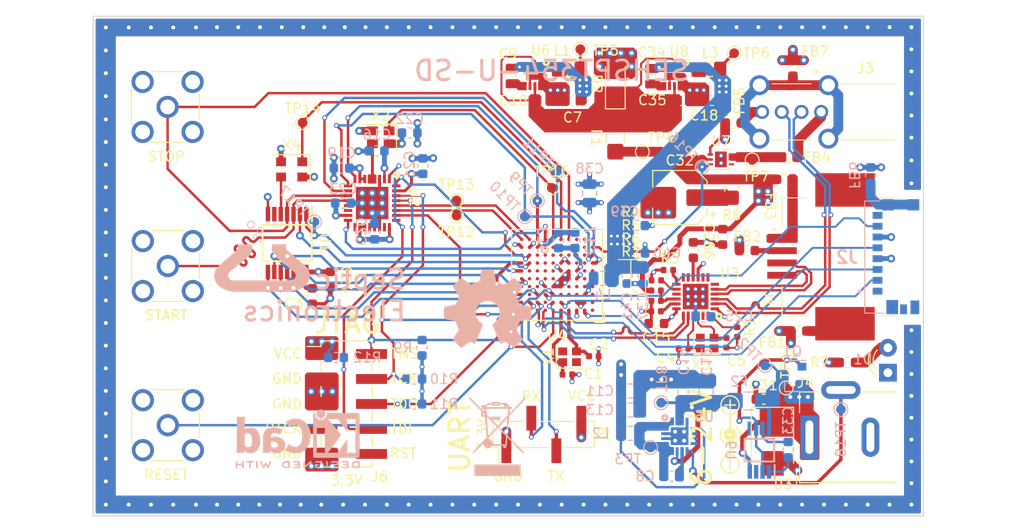
<source format=kicad_pcb>
(kicad_pcb (version 20171130) (host pcbnew "(5.1.6)-1")
  (layers (0 F.Cu signal) (1 In1.Cu power) (2 In2.Cu power) (31 B.Cu signal) (34 B.Paste user hide) (35 F.Paste user hide) (36 B.SilkS user) (37 F.SilkS user) (38 B.Mask user) (39 F.Mask user) (44 Edge.Cuts user))
  (net 0 "")
  (net 1 RST)
  (net 2 GND)
  (net 3 SCLK)
  (net 4 CSB)
  (net 5 DIN)
  (net 6 DOUT)
  (net 7 INTB)
  (net 8 TDC_TRIG)
  (net 9 TDC_EN)
  (net 10 USB_VBUS)
  (net 11 ~MCU_RST)
  (net 12 "Net-(Q1-Pad1)")
  (net 13 "Net-(L1-Pad2)")
  (net 14 BOD_DECT)
  (net 15 T_RESET)
  (net 16 TDI)
  (net 17 RTCK)
  (net 18 TDO)
  (net 19 TCK)
  (net 20 TMS)
  (net 21 JTAGENB)
  (net 22 PROGRAM)
  (net 23 EXT_VCC)
  (net 24 VSW)
  (net 25 EXT_PWR_IN)
  (net 26 TDC_OSC_EN)
  (net 27 CLK+)
  (net 28 CLK-)
  (net 29 "Net-(FB1-Pad1)")
  (net 30 "Net-(FB2-Pad1)")
  (net 31 "Net-(FB5-Pad1)")
  (net 32 USB_VBUS_EN)
  (net 33 "Net-(FB6-Pad1)")
  (net 34 ~OC_PROT_EN)
  (net 35 USB_PWR_OUT)
  (net 36 UART_RX)
  (net 37 UART_TX)
  (net 38 HFXTAL_P)
  (net 39 HFXTAL_N)
  (net 40 TDC_OSC)
  (net 41 US0_RX)
  (net 42 US0_TX)
  (net 43 "Net-(FB7-Pad1)")
  (net 44 US0_CLK)
  (net 45 US0_CS)
  (net 46 DN1_D+)
  (net 47 DN1_D-)
  (net 48 DN2_D+)
  (net 49 DN2_D-)
  (net 50 UP_D-)
  (net 51 UP_D+)
  (net 52 HUB_XTAL_P)
  (net 53 HUB_XTAL_N)
  (net 54 MAIN_OSC_EN)
  (net 55 FPGA_RST)
  (net 56 Z_FPGA)
  (net 57 SHIFTCLK)
  (net 58 SHIFTDATA)
  (net 59 START)
  (net 60 STOP)
  (net 61 CLK_BUF)
  (net 62 "Net-(C33-Pad2)")
  (net 63 "Net-(R2-Pad2)")
  (net 64 "Net-(U1-Pad6)")
  (net 65 "Net-(X1-Pad4)")
  (net 66 "Net-(X1-Pad2)")
  (net 67 EXT_PWR_EN)
  (net 68 "Net-(X3-Pad4)")
  (net 69 "Net-(X3-Pad2)")
  (net 70 EXT_PWR_PROT)
  (net 71 "Net-(C34-Pad2)")
  (net 72 "Net-(FB4-Pad1)")
  (net 73 "Net-(J2-Pad8)")
  (net 74 "Net-(J2-Pad1)")
  (net 75 TDIO)
  (net 76 "Net-(U8-Pad3)")
  (net 77 +1V2)
  (net 78 +3V3)
  (net 79 "Net-(L3-Pad2)")
  (net 80 "Net-(U6-Pad3)")
  (net 81 "Net-(C3-Pad1)")
  (net 82 "Net-(C6-Pad2)")
  (net 83 "Net-(C8-Pad1)")
  (net 84 "Net-(C9-Pad2)")
  (net 85 "Net-(C32-Pad1)")
  (net 86 "Net-(C33-Pad1)")
  (net 87 "Net-(D1-Pad2)")
  (net 88 "Net-(FB3-Pad2)")
  (net 89 "Net-(R1-Pad2)")
  (net 90 "Net-(R3-Pad1)")
  (net 91 "Net-(R4-Pad1)")
  (net 92 "Net-(R5-Pad1)")
  (net 93 "Net-(U2-Pad13)")
  (net 94 "Net-(U2-Pad14)")
  (net 95 "Net-(U2-Pad17)")
  (net 96 "Net-(U2-Pad20)")
  (net 97 "Net-(U2-Pad21)")
  (net 98 "Net-(U2-Pad23)")
  (net 99 "Net-(U3-Pad23)")
  (net 100 "Net-(U3-Pad15)")
  (net 101 "Net-(U3-Pad12)")
  (net 102 "Net-(U3-Pad11)")
  (net 103 "Net-(U3-Pad8)")
  (net 104 "Net-(U3-Pad7)")
  (net 105 "Net-(U3-Pad6)")
  (net 106 "Net-(U4-PadA1)")
  (net 107 "Net-(U4-PadC1)")
  (net 108 "Net-(U4-PadE1)")
  (net 109 "Net-(U4-PadF1)")
  (net 110 "Net-(U4-PadK1)")
  (net 111 "Net-(U4-PadD2)")
  (net 112 "Net-(U4-PadE2)")
  (net 113 "Net-(U4-PadF2)")
  (net 114 "Net-(U4-PadG2)")
  (net 115 "Net-(U4-PadH2)")
  (net 116 "Net-(U4-PadJ2)")
  (net 117 "Net-(U4-PadK2)")
  (net 118 "Net-(U4-PadC3)")
  (net 119 "Net-(U4-PadD3)")
  (net 120 "Net-(U4-PadG3)")
  (net 121 "Net-(U4-PadH3)")
  (net 122 "Net-(U4-PadJ3)")
  (net 123 "Net-(U4-PadB4)")
  (net 124 "Net-(U4-PadC4)")
  (net 125 "Net-(U4-PadD4)")
  (net 126 "Net-(U4-PadH4)")
  (net 127 "Net-(U4-PadJ4)")
  (net 128 "Net-(U4-PadC5)")
  (net 129 "Net-(U4-PadH5)")
  (net 130 "Net-(U4-PadJ5)")
  (net 131 "Net-(U4-PadF6)")
  (net 132 "Net-(U4-PadG6)")
  (net 133 "Net-(U4-PadH6)")
  (net 134 "Net-(U4-PadJ6)")
  (net 135 "Net-(U4-PadB7)")
  (net 136 "Net-(U4-PadE7)")
  (net 137 "Net-(U4-PadF7)")
  (net 138 "Net-(U4-PadG7)")
  (net 139 "Net-(U4-PadH7)")
  (net 140 "Net-(U4-PadJ7)")
  (net 141 "Net-(U4-PadD8)")
  (net 142 "Net-(U4-PadE8)")
  (net 143 "Net-(U4-PadF8)")
  (net 144 "Net-(U4-PadG8)")
  (net 145 "Net-(U4-PadH8)")
  (net 146 "Net-(U4-PadD9)")
  (net 147 "Net-(U4-PadE9)")
  (net 148 "Net-(U4-PadF9)")
  (net 149 "Net-(U4-PadD10)")
  (net 150 "Net-(U5-Pad8)")
  (net 151 "Net-(U5-Pad7)")
  (net 152 "Net-(U5-Pad6)")
  (net 153 "Net-(U7-Pad4)")
  (net 154 "Net-(U9-Pad5)")
  (net 155 "Net-(U9-Pad3)")
  (net 156 USB_VBUS_F)
  (net 157 "Net-(U4-PadC9)")
  (net 158 "Net-(C17-Pad2)")
  (net 159 "Net-(L4-Pad1)")
  (module Resistor_SMD:R_0603_1608Metric (layer B.Cu) (at 113.6142 86.7156 180)
    (fp_text reference R12 (at -3.175 0) (layer B.SilkS) (effects (justify mirror)))
    (fp_text value 10k)
    (pad 2 smd roundrect (at 0.7875 0 180) (size 0.875 0.95) (layers B.Cu B.Paste B.Mask) (net 78 +3V3))
    (pad 1 smd roundrect (at -0.7875 0 180) (size 0.875 0.95) (layers B.Cu B.Paste B.Mask) (net 16 TDI))
  )
  (module Resistor_SMD:R_0603_1608Metric (layer B.Cu) (at 121.5644 91.44)
    (fp_text reference R11 (at 3.0226 0) (layer B.SilkS) (effects (justify mirror)))
    (fp_text value 10k)
    (pad 2 smd roundrect (at 0.7875 0) (size 0.875 0.95) (layers B.Cu B.Paste B.Mask) (net 78 +3V3))
    (pad 1 smd roundrect (at -0.7875 0) (size 0.875 0.95) (layers B.Cu B.Paste B.Mask) (net 18 TDO))
  )
  (module Resistor_SMD:R_0603_1608Metric (layer B.Cu) (at 121.5644 88.9)
    (fp_text reference R10 (at 3.0226 0) (layer B.SilkS) (effects (justify mirror)))
    (fp_text value 10k)
    (pad 2 smd roundrect (at 0.7875 0) (size 0.875 0.95) (layers B.Cu B.Paste B.Mask) (net 78 +3V3))
    (pad 1 smd roundrect (at -0.7875 0) (size 0.875 0.95) (layers B.Cu B.Paste B.Mask) (net 19 TCK))
  )
  (module Resistor_SMD:R_0603_1608Metric (layer B.Cu) (at 122.3518 85.725 270)
    (fp_text reference R9 (at 0 1.9558 180) (layer B.SilkS) (effects (justify mirror)))
    (fp_text value 10k)
    (pad 2 smd roundrect (at 0.7875 0 270) (size 0.875 0.95) (layers B.Cu B.Paste B.Mask) (net 78 +3V3))
    (pad 1 smd roundrect (at -0.7875 0 270) (size 0.875 0.95) (layers B.Cu B.Paste B.Mask) (net 20 TMS))
  )
  (module Inductor_SMD:L_0805_2012Metric (layer B.Cu) (at 140.716 78.6638)
    (fp_text reference L4 (at 0 1.65) (layer B.SilkS) (effects (justify mirror)))
    (fp_text value 4.7µH)
    (pad 2 smd roundrect (at 0.9375 0) (size 0.975 1.4) (layers B.Cu B.Paste B.Mask) (net 77 +1V2))
    (pad 1 smd roundrect (at -0.9375 0) (size 0.975 1.4) (layers B.Cu B.Paste B.Mask) (net 159 "Net-(L4-Pad1)"))
  )
  (module Capacitor_SMD:C_0603_1608Metric (layer B.Cu) (at 143.1798 78.4098 90)
    (fp_text reference C41 (at -3.1242 0 270) (layer B.SilkS) (effects (justify mirror)))
    (fp_text value 100n)
    (pad 2 smd roundrect (at 0.7875 0 90) (size 0.875 0.95) (layers B.Cu B.Paste B.Mask) (net 77 +1V2))
    (pad 1 smd roundrect (at -0.7875 0 90) (size 0.875 0.95) (layers B.Cu B.Paste B.Mask) (net 2 GND))
  )
  (module Capacitor_SMD:C_0603_1608Metric (layer B.Cu) (at 144.2212 76.0984 180)
    (fp_text reference C40 (at -3.0226 0) (layer B.SilkS) (effects (justify mirror)))
    (fp_text value 100n)
    (pad 2 smd roundrect (at 0.7875 0 180) (size 0.875 0.95) (layers B.Cu B.Paste B.Mask) (net 77 +1V2))
    (pad 1 smd roundrect (at -0.7875 0 180) (size 0.875 0.95) (layers B.Cu B.Paste B.Mask) (net 2 GND))
  )
  (module Capacitor_SMD:C_0603_1608Metric (layer B.Cu) (at 144.1958 73.3044)
    (fp_text reference C39 (at -1.27 -1.4224 180) (layer B.SilkS) (effects (justify mirror)))
    (fp_text value 4µ7)
    (pad 2 smd roundrect (at 0.7875 0) (size 0.875 0.95) (layers B.Cu B.Paste B.Mask) (net 2 GND))
    (pad 1 smd roundrect (at -0.7875 0) (size 0.875 0.95) (layers B.Cu B.Paste B.Mask) (net 77 +1V2))
  )
  (module Capacitor_SMD:C_0805_2012Metric (layer B.Cu) (at 139.3698 70.0278 90)
    (fp_text reference C38 (at 2.5146 0 180) (layer B.SilkS) (effects (justify mirror)))
    (fp_text value 22µ)
    (pad 2 smd roundrect (at 0.9375 0 90) (size 0.975 1.4) (layers B.Cu B.Paste B.Mask) (net 2 GND))
    (pad 1 smd roundrect (at -0.9375 0 90) (size 0.975 1.4) (layers B.Cu B.Paste B.Mask) (net 78 +3V3))
  )
  (module Capacitor_SMD:C_0603_1608Metric (layer B.Cu) (at 136.2202 74.803 90)
    (fp_text reference C36 (at 0 -1.5494 -90) (layer B.SilkS) (effects (justify mirror)))
    (fp_text value 4µ7)
    (pad 2 smd roundrect (at 0.7875 0 90) (size 0.875 0.95) (layers B.Cu B.Paste B.Mask) (net 2 GND))
    (pad 1 smd roundrect (at -0.7875 0 90) (size 0.875 0.95) (layers B.Cu B.Paste B.Mask) (net 158 "Net-(C17-Pad2)"))
  )
  (module Package_BGA:TFBGA-100_9.0x9.0mm_Layout10x10_P0.8mm (layer F.Cu) (at 136.0678 78.3082 180)
    (fp_text reference U4 (at 0 -6.25) (layer F.SilkS))
    (fp_text value ATSAM4SD32)
    (pad K10 smd circle (at 3.6 3.6 180) (size 0.35 0.35) (layers F.Cu F.Paste F.Mask) (net 27 CLK+))
    (pad J10 smd circle (at 3.6 2.8 180) (size 0.35 0.35) (layers F.Cu F.Paste F.Mask) (net 78 +3V3))
    (pad H10 smd circle (at 3.6 2 180) (size 0.35 0.35) (layers F.Cu F.Paste F.Mask) (net 75 TDIO))
    (pad G10 smd circle (at 3.6 1.2 180) (size 0.35 0.35) (layers F.Cu F.Paste F.Mask) (net 5 DIN))
    (pad F10 smd circle (at 3.6 0.4 180) (size 0.35 0.35) (layers F.Cu F.Paste F.Mask) (net 4 CSB))
    (pad E10 smd circle (at 3.6 -0.4 180) (size 0.35 0.35) (layers F.Cu F.Paste F.Mask) (net 6 DOUT))
    (pad D10 smd circle (at 3.6 -1.2 180) (size 0.35 0.35) (layers F.Cu F.Paste F.Mask) (net 149 "Net-(U4-PadD10)"))
    (pad C10 smd circle (at 3.6 -2 180) (size 0.35 0.35) (layers F.Cu F.Paste F.Mask) (net 3 SCLK))
    (pad B10 smd circle (at 3.6 -2.8 180) (size 0.35 0.35) (layers F.Cu F.Paste F.Mask) (net 18 TDO))
    (pad A10 smd circle (at 3.6 -3.6 180) (size 0.35 0.35) (layers F.Cu F.Paste F.Mask) (net 21 JTAGENB))
    (pad K9 smd circle (at 2.8 3.6 180) (size 0.35 0.35) (layers F.Cu F.Paste F.Mask) (net 28 CLK-))
    (pad J9 smd circle (at 2.8 2.8 180) (size 0.35 0.35) (layers F.Cu F.Paste F.Mask) (net 77 +1V2))
    (pad H9 smd circle (at 2.8 2 180) (size 0.35 0.35) (layers F.Cu F.Paste F.Mask) (net 9 TDC_EN))
    (pad G9 smd circle (at 2.8 1.2 180) (size 0.35 0.35) (layers F.Cu F.Paste F.Mask) (net 8 TDC_TRIG))
    (pad F9 smd circle (at 2.8 0.4 180) (size 0.35 0.35) (layers F.Cu F.Paste F.Mask) (net 148 "Net-(U4-PadF9)"))
    (pad E9 smd circle (at 2.8 -0.4 180) (size 0.35 0.35) (layers F.Cu F.Paste F.Mask) (net 147 "Net-(U4-PadE9)"))
    (pad D9 smd circle (at 2.8 -1.2 180) (size 0.35 0.35) (layers F.Cu F.Paste F.Mask) (net 146 "Net-(U4-PadD9)"))
    (pad C9 smd circle (at 2.8 -2 180) (size 0.35 0.35) (layers F.Cu F.Paste F.Mask) (net 157 "Net-(U4-PadC9)"))
    (pad B9 smd circle (at 2.8 -2.8 180) (size 0.35 0.35) (layers F.Cu F.Paste F.Mask) (net 36 UART_RX))
    (pad A9 smd circle (at 2.8 -3.6 180) (size 0.35 0.35) (layers F.Cu F.Paste F.Mask) (net 20 TMS))
    (pad K8 smd circle (at 2 3.6 180) (size 0.35 0.35) (layers F.Cu F.Paste F.Mask) (net 58 SHIFTDATA))
    (pad J8 smd circle (at 2 2.8 180) (size 0.35 0.35) (layers F.Cu F.Paste F.Mask) (net 2 GND))
    (pad H8 smd circle (at 2 2 180) (size 0.35 0.35) (layers F.Cu F.Paste F.Mask) (net 145 "Net-(U4-PadH8)"))
    (pad G8 smd circle (at 2 1.2 180) (size 0.35 0.35) (layers F.Cu F.Paste F.Mask) (net 144 "Net-(U4-PadG8)"))
    (pad F8 smd circle (at 2 0.4 180) (size 0.35 0.35) (layers F.Cu F.Paste F.Mask) (net 143 "Net-(U4-PadF8)"))
    (pad E8 smd circle (at 2 -0.4 180) (size 0.35 0.35) (layers F.Cu F.Paste F.Mask) (net 142 "Net-(U4-PadE8)"))
    (pad D8 smd circle (at 2 -1.2 180) (size 0.35 0.35) (layers F.Cu F.Paste F.Mask) (net 141 "Net-(U4-PadD8)"))
    (pad C8 smd circle (at 2 -2 180) (size 0.35 0.35) (layers F.Cu F.Paste F.Mask) (net 7 INTB))
    (pad B8 smd circle (at 2 -2.8 180) (size 0.35 0.35) (layers F.Cu F.Paste F.Mask) (net 37 UART_TX))
    (pad A8 smd circle (at 2 -3.6 180) (size 0.35 0.35) (layers F.Cu F.Paste F.Mask) (net 50 UP_D-))
    (pad K7 smd circle (at 1.2 3.6 180) (size 0.35 0.35) (layers F.Cu F.Paste F.Mask) (net 55 FPGA_RST))
    (pad J7 smd circle (at 1.2 2.8 180) (size 0.35 0.35) (layers F.Cu F.Paste F.Mask) (net 140 "Net-(U4-PadJ7)"))
    (pad H7 smd circle (at 1.2 2 180) (size 0.35 0.35) (layers F.Cu F.Paste F.Mask) (net 139 "Net-(U4-PadH7)"))
    (pad G7 smd circle (at 1.2 1.2 180) (size 0.35 0.35) (layers F.Cu F.Paste F.Mask) (net 138 "Net-(U4-PadG7)"))
    (pad F7 smd circle (at 1.2 0.4 180) (size 0.35 0.35) (layers F.Cu F.Paste F.Mask) (net 137 "Net-(U4-PadF7)"))
    (pad E7 smd circle (at 1.2 -0.4 180) (size 0.35 0.35) (layers F.Cu F.Paste F.Mask) (net 136 "Net-(U4-PadE7)"))
    (pad D7 smd circle (at 1.2 -1.2 180) (size 0.35 0.35) (layers F.Cu F.Paste F.Mask) (net 77 +1V2))
    (pad C7 smd circle (at 1.2 -2 180) (size 0.35 0.35) (layers F.Cu F.Paste F.Mask) (net 41 US0_RX))
    (pad B7 smd circle (at 1.2 -2.8 180) (size 0.35 0.35) (layers F.Cu F.Paste F.Mask) (net 135 "Net-(U4-PadB7)"))
    (pad A7 smd circle (at 1.2 -3.6 180) (size 0.35 0.35) (layers F.Cu F.Paste F.Mask) (net 51 UP_D+))
    (pad K6 smd circle (at 0.4 3.6 180) (size 0.35 0.35) (layers F.Cu F.Paste F.Mask) (net 54 MAIN_OSC_EN))
    (pad J6 smd circle (at 0.4 2.8 180) (size 0.35 0.35) (layers F.Cu F.Paste F.Mask) (net 134 "Net-(U4-PadJ6)"))
    (pad H6 smd circle (at 0.4 2 180) (size 0.35 0.35) (layers F.Cu F.Paste F.Mask) (net 133 "Net-(U4-PadH6)"))
    (pad G6 smd circle (at 0.4 1.2 180) (size 0.35 0.35) (layers F.Cu F.Paste F.Mask) (net 132 "Net-(U4-PadG6)"))
    (pad F6 smd circle (at 0.4 0.4 180) (size 0.35 0.35) (layers F.Cu F.Paste F.Mask) (net 131 "Net-(U4-PadF6)"))
    (pad E6 smd circle (at 0.4 -0.4 180) (size 0.35 0.35) (layers F.Cu F.Paste F.Mask) (net 11 ~MCU_RST))
    (pad D6 smd circle (at 0.4 -1.2 180) (size 0.35 0.35) (layers F.Cu F.Paste F.Mask) (net 2 GND))
    (pad C6 smd circle (at 0.4 -2 180) (size 0.35 0.35) (layers F.Cu F.Paste F.Mask) (net 19 TCK))
    (pad B6 smd circle (at 0.4 -2.8 180) (size 0.35 0.35) (layers F.Cu F.Paste F.Mask) (net 45 US0_CS))
    (pad A6 smd circle (at 0.4 -3.6 180) (size 0.35 0.35) (layers F.Cu F.Paste F.Mask) (net 1 RST))
    (pad K5 smd circle (at -0.4 3.6 180) (size 0.35 0.35) (layers F.Cu F.Paste F.Mask) (net 26 TDC_OSC_EN))
    (pad J5 smd circle (at -0.4 2.8 180) (size 0.35 0.35) (layers F.Cu F.Paste F.Mask) (net 130 "Net-(U4-PadJ5)"))
    (pad H5 smd circle (at -0.4 2 180) (size 0.35 0.35) (layers F.Cu F.Paste F.Mask) (net 129 "Net-(U4-PadH5)"))
    (pad G5 smd circle (at -0.4 1.2 180) (size 0.35 0.35) (layers F.Cu F.Paste F.Mask) (net 77 +1V2))
    (pad F5 smd circle (at -0.4 0.4 180) (size 0.35 0.35) (layers F.Cu F.Paste F.Mask) (net 78 +3V3))
    (pad E5 smd circle (at -0.4 -0.4 180) (size 0.35 0.35) (layers F.Cu F.Paste F.Mask) (net 2 GND))
    (pad D5 smd circle (at -0.4 -1.2 180) (size 0.35 0.35) (layers F.Cu F.Paste F.Mask) (net 2 GND))
    (pad C5 smd circle (at -0.4 -2 180) (size 0.35 0.35) (layers F.Cu F.Paste F.Mask) (net 128 "Net-(U4-PadC5)"))
    (pad B5 smd circle (at -0.4 -2.8 180) (size 0.35 0.35) (layers F.Cu F.Paste F.Mask) (net 44 US0_CLK))
    (pad A5 smd circle (at -0.4 -3.6 180) (size 0.35 0.35) (layers F.Cu F.Paste F.Mask) (net 39 HFXTAL_N))
    (pad K4 smd circle (at -1.2 3.6 180) (size 0.35 0.35) (layers F.Cu F.Paste F.Mask) (net 60 STOP))
    (pad J4 smd circle (at -1.2 2.8 180) (size 0.35 0.35) (layers F.Cu F.Paste F.Mask) (net 127 "Net-(U4-PadJ4)"))
    (pad H4 smd circle (at -1.2 2 180) (size 0.35 0.35) (layers F.Cu F.Paste F.Mask) (net 126 "Net-(U4-PadH4)"))
    (pad G4 smd circle (at -1.2 1.2 180) (size 0.35 0.35) (layers F.Cu F.Paste F.Mask) (net 77 +1V2))
    (pad F4 smd circle (at -1.2 0.4 180) (size 0.35 0.35) (layers F.Cu F.Paste F.Mask) (net 2 GND))
    (pad E4 smd circle (at -1.2 -0.4 180) (size 0.35 0.35) (layers F.Cu F.Paste F.Mask) (net 2 GND))
    (pad D4 smd circle (at -1.2 -1.2 180) (size 0.35 0.35) (layers F.Cu F.Paste F.Mask) (net 125 "Net-(U4-PadD4)"))
    (pad C4 smd circle (at -1.2 -2 180) (size 0.35 0.35) (layers F.Cu F.Paste F.Mask) (net 124 "Net-(U4-PadC4)"))
    (pad B4 smd circle (at -1.2 -2.8 180) (size 0.35 0.35) (layers F.Cu F.Paste F.Mask) (net 123 "Net-(U4-PadB4)"))
    (pad A4 smd circle (at -1.2 -3.6 180) (size 0.35 0.35) (layers F.Cu F.Paste F.Mask) (net 38 HFXTAL_P))
    (pad K3 smd circle (at -2 3.6 180) (size 0.35 0.35) (layers F.Cu F.Paste F.Mask) (net 14 BOD_DECT))
    (pad J3 smd circle (at -2 2.8 180) (size 0.35 0.35) (layers F.Cu F.Paste F.Mask) (net 122 "Net-(U4-PadJ3)"))
    (pad H3 smd circle (at -2 2 180) (size 0.35 0.35) (layers F.Cu F.Paste F.Mask) (net 121 "Net-(U4-PadH3)"))
    (pad G3 smd circle (at -2 1.2 180) (size 0.35 0.35) (layers F.Cu F.Paste F.Mask) (net 120 "Net-(U4-PadG3)"))
    (pad F3 smd circle (at -2 0.4 180) (size 0.35 0.35) (layers F.Cu F.Paste F.Mask) (net 158 "Net-(C17-Pad2)"))
    (pad E3 smd circle (at -2 -0.4 180) (size 0.35 0.35) (layers F.Cu F.Paste F.Mask) (net 78 +3V3))
    (pad D3 smd circle (at -2 -1.2 180) (size 0.35 0.35) (layers F.Cu F.Paste F.Mask) (net 119 "Net-(U4-PadD3)"))
    (pad C3 smd circle (at -2 -2 180) (size 0.35 0.35) (layers F.Cu F.Paste F.Mask) (net 118 "Net-(U4-PadC3)"))
    (pad B3 smd circle (at -2 -2.8 180) (size 0.35 0.35) (layers F.Cu F.Paste F.Mask) (net 2 GND))
    (pad A3 smd circle (at -2 -3.6 180) (size 0.35 0.35) (layers F.Cu F.Paste F.Mask) (net 78 +3V3))
    (pad K2 smd circle (at -2.8 3.6 180) (size 0.35 0.35) (layers F.Cu F.Paste F.Mask) (net 117 "Net-(U4-PadK2)"))
    (pad J2 smd circle (at -2.8 2.8 180) (size 0.35 0.35) (layers F.Cu F.Paste F.Mask) (net 116 "Net-(U4-PadJ2)"))
    (pad H2 smd circle (at -2.8 2 180) (size 0.35 0.35) (layers F.Cu F.Paste F.Mask) (net 115 "Net-(U4-PadH2)"))
    (pad G2 smd circle (at -2.8 1.2 180) (size 0.35 0.35) (layers F.Cu F.Paste F.Mask) (net 114 "Net-(U4-PadG2)"))
    (pad F2 smd circle (at -2.8 0.4 180) (size 0.35 0.35) (layers F.Cu F.Paste F.Mask) (net 113 "Net-(U4-PadF2)"))
    (pad E2 smd circle (at -2.8 -0.4 180) (size 0.35 0.35) (layers F.Cu F.Paste F.Mask) (net 112 "Net-(U4-PadE2)"))
    (pad D2 smd circle (at -2.8 -1.2 180) (size 0.35 0.35) (layers F.Cu F.Paste F.Mask) (net 111 "Net-(U4-PadD2)"))
    (pad C2 smd circle (at -2.8 -2 180) (size 0.35 0.35) (layers F.Cu F.Paste F.Mask) (net 159 "Net-(L4-Pad1)"))
    (pad B2 smd circle (at -2.8 -2.8 180) (size 0.35 0.35) (layers F.Cu F.Paste F.Mask) (net 2 GND))
    (pad A2 smd circle (at -2.8 -3.6 180) (size 0.35 0.35) (layers F.Cu F.Paste F.Mask) (net 42 US0_TX))
    (pad K1 smd circle (at -3.6 3.6 180) (size 0.35 0.35) (layers F.Cu F.Paste F.Mask) (net 110 "Net-(U4-PadK1)"))
    (pad J1 smd circle (at -3.6 2.8 180) (size 0.35 0.35) (layers F.Cu F.Paste F.Mask) (net 34 ~OC_PROT_EN))
    (pad H1 smd circle (at -3.6 2 180) (size 0.35 0.35) (layers F.Cu F.Paste F.Mask) (net 57 SHIFTCLK))
    (pad G1 smd circle (at -3.6 1.2 180) (size 0.35 0.35) (layers F.Cu F.Paste F.Mask) (net 56 Z_FPGA))
    (pad F1 smd circle (at -3.6 0.4 180) (size 0.35 0.35) (layers F.Cu F.Paste F.Mask) (net 109 "Net-(U4-PadF1)"))
    (pad E1 smd circle (at -3.6 -0.4 180) (size 0.35 0.35) (layers F.Cu F.Paste F.Mask) (net 108 "Net-(U4-PadE1)"))
    (pad D1 smd circle (at -3.6 -1.2 180) (size 0.35 0.35) (layers F.Cu F.Paste F.Mask) (net 32 USB_VBUS_EN))
    (pad C1 smd circle (at -3.6 -2 180) (size 0.35 0.35) (layers F.Cu F.Paste F.Mask) (net 107 "Net-(U4-PadC1)"))
    (pad B1 smd circle (at -3.6 -2.8 180) (size 0.35 0.35) (layers F.Cu F.Paste F.Mask))
    (pad A1 smd circle (at -3.6 -3.6 180) (size 0.35 0.35) (layers F.Cu F.Paste F.Mask) (net 106 "Net-(U4-PadA1)"))
  )
  (module SamacSys_Parts:SOP65P490X110-8N (layer B.Cu) (at 156.6164 96.139 90)
    (fp_text reference U9 (at 0 -2.921 270 unlocked) (layer B.SilkS) (effects (justify mirror)))
    (fp_text value LM74610QDGKTQ1 hide)
    (pad 8 smd rect (at 2.2 0.975) (size 0.45 1.4) (layers B.Cu B.Paste B.Mask) (net 70 EXT_PWR_PROT))
    (pad 7 smd rect (at 2.2 0.325) (size 0.45 1.4) (layers B.Cu B.Paste B.Mask) (net 62 "Net-(C33-Pad2)"))
    (pad 6 smd rect (at 2.2 -0.325) (size 0.45 1.4) (layers B.Cu B.Paste B.Mask) (net 12 "Net-(Q1-Pad1)"))
    (pad 5 smd rect (at 2.2 -0.975) (size 0.45 1.4) (layers B.Cu B.Paste B.Mask) (net 154 "Net-(U9-Pad5)"))
    (pad 4 smd rect (at -2.2 -0.975) (size 0.45 1.4) (layers B.Cu B.Paste B.Mask) (net 25 EXT_PWR_IN))
    (pad 3 smd rect (at -2.2 -0.325) (size 0.45 1.4) (layers B.Cu B.Paste B.Mask) (net 155 "Net-(U9-Pad3)"))
    (pad 2 smd rect (at -2.2 0.325) (size 0.45 1.4) (layers B.Cu B.Paste B.Mask) (net 12 "Net-(Q1-Pad1)"))
    (pad 1 smd rect (at -2.2 0.975) (size 0.45 1.4) (layers B.Cu B.Paste B.Mask) (net 86 "Net-(C33-Pad1)"))
  )
  (module Package_TO_SOT_SMD:SOT-23 (layer B.Cu) (at 159.9438 88.5952 180)
    (fp_text reference Q1 (at 0 2.5) (layer B.SilkS) (effects (justify mirror)))
    (fp_text value Q_NMOS_GSD)
    (pad 3 smd rect (at 1 0 180) (size 0.9 0.8) (layers B.Cu B.Paste B.Mask) (net 70 EXT_PWR_PROT))
    (pad 2 smd rect (at -1 -0.95 180) (size 0.9 0.8) (layers B.Cu B.Paste B.Mask) (net 25 EXT_PWR_IN))
    (pad 1 smd rect (at -1 0.95 180) (size 0.9 0.8) (layers B.Cu B.Paste B.Mask) (net 12 "Net-(Q1-Pad1)"))
  )
  (module Diode_SMD:D_SMB (layer F.Cu) (at 157.9372 95.3262 270)
    (fp_text reference D3 (at 4.318 -1.0922 180) (layer F.SilkS))
    (fp_text value D_TVS)
    (pad 2 smd rect (at 2.15 0 270) (size 2.5 2.3) (layers F.Cu F.Paste F.Mask) (net 2 GND))
    (pad 1 smd rect (at -2.15 0 270) (size 2.5 2.3) (layers F.Cu F.Paste F.Mask) (net 25 EXT_PWR_IN))
  )
  (module Capacitor_SMD:C_0603_1608Metric (layer B.Cu) (at 144.8054 78.4098 270)
    (fp_text reference C37 (at 3.1242 0 90) (layer B.SilkS) (effects (justify mirror)))
    (fp_text value 4µ7)
    (pad 2 smd roundrect (at 0.7875 0 270) (size 0.875 0.95) (layers B.Cu B.Paste B.Mask) (net 2 GND))
    (pad 1 smd roundrect (at -0.7875 0 270) (size 0.875 0.95) (layers B.Cu B.Paste B.Mask) (net 77 +1V2))
  )
  (module Capacitor_SMD:C_0603_1608Metric (layer B.Cu) (at 159.5374 96.0882 90)
    (fp_text reference C33 (at 2.9718 0 90) (layer B.SilkS) (effects (justify mirror)))
    (fp_text value 4µ7)
    (pad 2 smd roundrect (at 0.7875 0 90) (size 0.875 0.95) (layers B.Cu B.Paste B.Mask) (net 62 "Net-(C33-Pad2)"))
    (pad 1 smd roundrect (at -0.7875 0 90) (size 0.875 0.95) (layers B.Cu B.Paste B.Mask) (net 86 "Net-(C33-Pad1)"))
  )
  (module Capacitor_SMD:C_0603_1608Metric (layer F.Cu) (at 157.0482 90.9574)
    (fp_text reference C31 (at 0 -1.43 180) (layer F.SilkS))
    (fp_text value 100n)
    (pad 2 smd roundrect (at 0.7875 0) (size 0.875 0.95) (layers F.Cu F.Paste F.Mask) (net 25 EXT_PWR_IN))
    (pad 1 smd roundrect (at -0.7875 0) (size 0.875 0.95) (layers F.Cu F.Paste F.Mask) (net 2 GND))
  )
  (module Capacitor_SMD:C_0603_1608Metric (layer F.Cu) (at 111.2012 80.4672 270)
    (fp_text reference C3 (at 0.7874 1.905 180) (layer F.SilkS))
    (fp_text value 100n)
    (pad 2 smd roundrect (at 0.7875 0 270) (size 0.875 0.95) (layers F.Cu F.Paste F.Mask) (net 2 GND))
    (pad 1 smd roundrect (at -0.7875 0 270) (size 0.875 0.95) (layers F.Cu F.Paste F.Mask) (net 81 "Net-(C3-Pad1)"))
  )
  (module Diode_SMD:D_MiniMELF (layer F.Cu) (at 141.986 58.8925 90)
    (fp_text reference D2 (at 0.0153 -1.905 -90 unlocked) (layer F.SilkS))
    (fp_text value D_Zener_Small)
    (pad 2 smd rect (at 1.75 0 90) (size 1.3 1.7) (layers F.Cu F.Paste F.Mask) (net 2 GND))
    (pad 1 smd rect (at -1.75 0 90) (size 1.3 1.7) (layers F.Cu F.Paste F.Mask) (net 156 USB_VBUS_F))
  )
  (module SamacSys_Parts:SON50P200X200X90-9N (layer F.Cu) (at 147.7391 58.1152 270)
    (fp_text reference U8 (at -2.5146 -0.7239 unlocked) (layer F.SilkS))
    (fp_text value MIC23050-SYML-TR hide)
    (pad 9 smd rect (at 0 0 270) (size 0.7 1.3) (layers F.Cu F.Paste F.Mask) (net 2 GND))
    (pad 8 smd rect (at 1 -0.75) (size 0.3 0.8) (layers F.Cu F.Paste F.Mask) (net 2 GND))
    (pad 7 smd rect (at 1 -0.25) (size 0.3 0.8) (layers F.Cu F.Paste F.Mask) (net 156 USB_VBUS_F))
    (pad 6 smd rect (at 1 0.25) (size 0.3 0.8) (layers F.Cu F.Paste F.Mask) (net 2 GND))
    (pad 5 smd rect (at 1 0.75) (size 0.3 0.8) (layers F.Cu F.Paste F.Mask) (net 71 "Net-(C34-Pad2)"))
    (pad 4 smd rect (at -1 0.75) (size 0.3 0.8) (layers F.Cu F.Paste F.Mask) (net 77 +1V2))
    (pad 3 smd rect (at -1 0.25) (size 0.3 0.8) (layers F.Cu F.Paste F.Mask) (net 76 "Net-(U8-Pad3)"))
    (pad 2 smd rect (at -1 -0.25) (size 0.3 0.8) (layers F.Cu F.Paste F.Mask) (net 156 USB_VBUS_F))
    (pad 1 smd rect (at -1 -0.75) (size 0.3 0.8) (layers F.Cu F.Paste F.Mask) (net 79 "Net-(L3-Pad2)"))
  )
  (module Package_DFN_QFN:DFN-6-1EP_2x1.8mm_P0.5mm_EP1.2x1.6mm (layer F.Cu) (at 152.7048 66.5734)
    (fp_text reference U7 (at 0 -1.85) (layer F.SilkS))
    (fp_text value AP21410)
    (pad 1 smd roundrect (at -1.075 -0.5) (size 0.55 0.2) (layers F.Cu F.Paste F.Mask) (net 2 GND))
    (pad 2 smd roundrect (at -1.075 0) (size 0.55 0.2) (layers F.Cu F.Paste F.Mask) (net 10 USB_VBUS))
    (pad 3 smd roundrect (at -1.075 0.5) (size 0.55 0.2) (layers F.Cu F.Paste F.Mask) (net 34 ~OC_PROT_EN))
    (pad 4 smd roundrect (at 1.075 0.5) (size 0.55 0.2) (layers F.Cu F.Paste F.Mask) (net 153 "Net-(U7-Pad4)"))
    (pad 5 smd roundrect (at 1.075 0) (size 0.55 0.2) (layers F.Cu F.Paste F.Mask) (net 35 USB_PWR_OUT))
    (pad 6 smd roundrect (at 1.075 -0.5) (size 0.55 0.2) (layers F.Cu F.Paste F.Mask) (net 35 USB_PWR_OUT))
    (pad 7 smd rect (at 0 0) (size 1.2 1.6) (layers F.Cu F.Mask) (net 2 GND))
  )
  (module Inductor_SMD:L_0805_2012Metric (layer F.Cu) (at 151.623 57.4294 180)
    (fp_text reference L3 (at 0 1.6764) (layer F.SilkS))
    (fp_text value 1µH)
    (pad 2 smd roundrect (at 0.9375 0 180) (size 0.975 1.4) (layers F.Cu F.Paste F.Mask) (net 79 "Net-(L3-Pad2)"))
    (pad 1 smd roundrect (at -0.9375 0 180) (size 0.975 1.4) (layers F.Cu F.Paste F.Mask) (net 77 +1V2))
  )
  (module Capacitor_SMD:CP_Elec_5x5.4 (layer F.Cu) (at 148.5392 70.4596 180)
    (fp_text reference C32 (at 0 3.7846) (layer F.SilkS))
    (fp_text value 100µ)
    (pad 2 smd roundrect (at 2.2 0 180) (size 3 1.6) (layers F.Cu F.Paste F.Mask) (roundrect_rratio 0.15625) (net 2 GND))
    (pad 1 smd roundrect (at -2.2 0 180) (size 3 1.6) (layers F.Cu F.Paste F.Mask) (roundrect_rratio 0.15625) (net 85 "Net-(C32-Pad1)"))
  )
  (module Capacitor_SMD:C_0603_1608Metric (layer F.Cu) (at 148.7806 60.579)
    (fp_text reference C35 (at -3.0354 -0.0254) (layer F.SilkS))
    (fp_text value 4µ7)
    (pad 2 smd roundrect (at 0.7875 0) (size 0.875 0.95) (layers F.Cu F.Paste F.Mask) (net 2 GND))
    (pad 1 smd roundrect (at -0.7875 0) (size 0.875 0.95) (layers F.Cu F.Paste F.Mask) (net 156 USB_VBUS_F))
  )
  (module Capacitor_SMD:C_0603_1608Metric (layer F.Cu) (at 146.1516 83.2612)
    (fp_text reference C15 (at 0 1.4224) (layer F.SilkS))
    (fp_text value 100n)
    (pad 2 smd roundrect (at 0.7875 0) (size 0.875 0.95) (layers F.Cu F.Paste F.Mask) (net 78 +3V3))
    (pad 1 smd roundrect (at -0.7875 0) (size 0.875 0.95) (layers F.Cu F.Paste F.Mask) (net 2 GND))
  )
  (module "Selfmade Stuff:475710001" (layer B.Cu) (at 167.3098 76.5048 270)
    (fp_text reference J2 (at 0 1.8034 180) (layer B.SilkS) (effects (font (size 1.27 1.27) (thickness 0.254)) (justify mirror)))
    (fp_text value Micro_SD_Card hide)
    (pad 9 smd rect (at -5.312 -2.36 270) (size 1.15 1.2) (layers B.Cu B.Paste B.Mask) (net 33 "Net-(FB6-Pad1)"))
    (pad 9 smd rect (at -5.312 -4.95 270) (size 1.15 1.2) (layers B.Cu B.Paste B.Mask) (net 33 "Net-(FB6-Pad1)"))
    (pad G3 smd rect (at 5.088 -2.8 180) (size 1.2 1.45) (layers B.Cu B.Paste B.Mask))
    (pad G4 smd rect (at 5.313 -3.95 180) (size 0.7 1) (layers B.Cu B.Paste B.Mask))
    (pad G5 smd rect (at 5.113 -5.1 180) (size 0.9 1.4) (layers B.Cu B.Paste B.Mask))
    (pad 1 smd rect (at 3.463 -1.31 270) (size 0.7 1) (layers B.Cu B.Paste B.Mask) (net 74 "Net-(J2-Pad1)"))
    (pad 2 smd rect (at 2.363 -1.31 270) (size 0.7 1) (layers B.Cu B.Paste B.Mask) (net 45 US0_CS))
    (pad 3 smd rect (at 1.263 -1.31 270) (size 0.7 1) (layers B.Cu B.Paste B.Mask) (net 42 US0_TX))
    (pad 4 smd rect (at 0.163 -1.31 270) (size 0.7 1) (layers B.Cu B.Paste B.Mask) (net 78 +3V3))
    (pad 5 smd rect (at -0.937 -1.31 270) (size 0.7 1) (layers B.Cu B.Paste B.Mask) (net 44 US0_CLK))
    (pad 6 smd rect (at -2.037 -1.31 270) (size 0.7 1) (layers B.Cu B.Paste B.Mask) (net 2 GND))
    (pad 7 smd rect (at -3.137 -1.31 270) (size 0.7 1) (layers B.Cu B.Paste B.Mask) (net 41 US0_RX))
    (pad 8 smd rect (at -4.237 -1.31 270) (size 0.7 1) (layers B.Cu B.Paste B.Mask) (net 73 "Net-(J2-Pad8)"))
  )
  (module Fuse:Fuse_1206_3216Metric_Castellated (layer B.Cu) (at 155.5496 91.1352)
    (fp_text reference F2 (at -0.9906 -1.9812) (layer B.SilkS) (effects (justify mirror)))
    (fp_text value Polyfuse_Small)
    (pad 2 smd roundrect (at 1.425 0) (size 1.6 1.65) (layers B.Cu B.Paste B.Mask) (roundrect_rratio 0.15625) (net 70 EXT_PWR_PROT))
    (pad 1 smd roundrect (at -1.425 0) (size 1.6 1.65) (layers B.Cu B.Paste B.Mask) (roundrect_rratio 0.15625) (net 23 EXT_VCC))
  )
  (module Fuse:Fuse_1206_3216Metric_Castellated (layer F.Cu) (at 141.986 64.3636 90)
    (fp_text reference F1 (at 0 -1.9304 270 unlocked) (layer F.SilkS))
    (fp_text value Polyfuse_Small)
    (pad 2 smd roundrect (at 1.425 0 90) (size 1.6 1.65) (layers F.Cu F.Paste F.Mask) (roundrect_rratio 0.15625) (net 156 USB_VBUS_F))
    (pad 1 smd roundrect (at -1.425 0 90) (size 1.6 1.65) (layers F.Cu F.Paste F.Mask) (roundrect_rratio 0.15625) (net 10 USB_VBUS))
  )
  (module Symbol:KiCad-Logo2_5mm_SilkScreen (layer B.Cu) (at 109.728 94.9706 180)
    (fp_text reference REF** hide)
    (fp_text value KiCad-Logo2_5mm_SilkScreen hide)
  )
  (module SamacSys_Parts:QFN50P400X400X100-25N-D (layer F.Cu) (at 150.1394 80.518 180)
    (fp_text reference U3 (at -3.4798 2.3622 180) (layer F.SilkS))
    (fp_text value USB2422_MJ hide)
    (pad 25 smd rect (at 0 0 180) (size 2.6 2.6) (layers F.Cu F.Paste F.Mask) (net 2 GND))
    (pad 24 smd rect (at -1.25 -1.95 180) (size 0.3 0.85) (layers F.Cu F.Paste F.Mask) (net 89 "Net-(R1-Pad2)"))
    (pad 23 smd rect (at -0.75 -1.95 180) (size 0.3 0.85) (layers F.Cu F.Paste F.Mask) (net 99 "Net-(U3-Pad23)"))
    (pad 22 smd rect (at -0.25 -1.95 180) (size 0.3 0.85) (layers F.Cu F.Paste F.Mask) (net 53 HUB_XTAL_N))
    (pad 21 smd rect (at 0.25 -1.95 180) (size 0.3 0.85) (layers F.Cu F.Paste F.Mask) (net 52 HUB_XTAL_P))
    (pad 20 smd rect (at 0.75 -1.95 180) (size 0.3 0.85) (layers F.Cu F.Paste F.Mask) (net 51 UP_D+))
    (pad 19 smd rect (at 1.25 -1.95 180) (size 0.3 0.85) (layers F.Cu F.Paste F.Mask) (net 50 UP_D-))
    (pad 18 smd rect (at 1.95 -1.25 270) (size 0.3 0.85) (layers F.Cu F.Paste F.Mask) (net 78 +3V3))
    (pad 17 smd rect (at 1.95 -0.75 270) (size 0.3 0.85) (layers F.Cu F.Paste F.Mask) (net 63 "Net-(R2-Pad2)"))
    (pad 16 smd rect (at 1.95 -0.25 270) (size 0.3 0.85) (layers F.Cu F.Paste F.Mask) (net 92 "Net-(R5-Pad1)"))
    (pad 15 smd rect (at 1.95 0.25 270) (size 0.3 0.85) (layers F.Cu F.Paste F.Mask) (net 100 "Net-(U3-Pad15)"))
    (pad 14 smd rect (at 1.95 0.75 270) (size 0.3 0.85) (layers F.Cu F.Paste F.Mask) (net 91 "Net-(R4-Pad1)"))
    (pad 13 smd rect (at 1.95 1.25 270) (size 0.3 0.85) (layers F.Cu F.Paste F.Mask) (net 90 "Net-(R3-Pad1)"))
    (pad 12 smd rect (at 1.25 1.95 180) (size 0.3 0.85) (layers F.Cu F.Paste F.Mask) (net 101 "Net-(U3-Pad12)"))
    (pad 11 smd rect (at 0.75 1.95 180) (size 0.3 0.85) (layers F.Cu F.Paste F.Mask) (net 102 "Net-(U3-Pad11)"))
    (pad 10 smd rect (at 0.25 1.95 180) (size 0.3 0.85) (layers F.Cu F.Paste F.Mask) (net 82 "Net-(C6-Pad2)"))
    (pad 9 smd rect (at -0.25 1.95 180) (size 0.3 0.85) (layers F.Cu F.Paste F.Mask) (net 78 +3V3))
    (pad 8 smd rect (at -0.75 1.95 180) (size 0.3 0.85) (layers F.Cu F.Paste F.Mask) (net 103 "Net-(U3-Pad8)"))
    (pad 7 smd rect (at -1.25 1.95 180) (size 0.3 0.85) (layers F.Cu F.Paste F.Mask) (net 104 "Net-(U3-Pad7)"))
    (pad 6 smd rect (at -1.95 1.25 270) (size 0.3 0.85) (layers F.Cu F.Paste F.Mask) (net 105 "Net-(U3-Pad6)"))
    (pad 5 smd rect (at -1.95 0.75 270) (size 0.3 0.85) (layers F.Cu F.Paste F.Mask) (net 46 DN1_D+))
    (pad 4 smd rect (at -1.95 0.25 270) (size 0.3 0.85) (layers F.Cu F.Paste F.Mask) (net 47 DN1_D-))
    (pad 3 smd rect (at -1.95 -0.25 270) (size 0.3 0.85) (layers F.Cu F.Paste F.Mask) (net 48 DN2_D+))
    (pad 2 smd rect (at -1.95 -0.75 270) (size 0.3 0.85) (layers F.Cu F.Paste F.Mask) (net 49 DN2_D-))
    (pad 1 smd rect (at -1.95 -1.25 270) (size 0.3 0.85) (layers F.Cu F.Paste F.Mask) (net 78 +3V3))
  )
  (module TestPoint:TestPoint_Pad_D1.0mm (layer F.Cu) (at 135.5344 69.469)
    (fp_text reference TP15 (at -0.0254 -1.651) (layer F.SilkS))
    (fp_text value TestPoint_Alt)
    (pad 1 smd circle (at 0 0) (size 1 1) (layers F.Cu F.Mask) (net 54 MAIN_OSC_EN))
  )
  (module TestPoint:TestPoint_Pad_D1.0mm (layer F.Cu) (at 155.8798 66.6242)
    (fp_text reference TP7 (at 0.4064 1.6764 unlocked) (layer F.SilkS))
    (fp_text value TestPoint_Alt)
    (pad 1 smd circle (at 0 0) (size 1 1) (layers F.Cu F.Mask) (net 35 USB_PWR_OUT))
  )
  (module TestPoint:TestPoint_Pad_D1.0mm (layer B.Cu) (at 164.8968 91.9988)
    (fp_text reference TP18 (at 0 3.0226 90) (layer B.SilkS) (effects (justify mirror)))
    (fp_text value TestPoint_Alt)
    (pad 1 smd circle (at 0 0) (size 1 1) (layers B.Cu B.Mask) (net 67 EXT_PWR_EN))
  )
  (module TestPoint:TestPoint_Pad_D1.0mm (layer B.Cu) (at 111.4171 72.9234)
    (fp_text reference TP17 (at -2.1209 -2.1082 -45) (layer B.SilkS) (effects (justify mirror)))
    (fp_text value TestPoint_Alt)
    (pad 1 smd circle (at 0 0) (size 1 1) (layers B.Cu B.Mask) (net 9 TDC_EN))
  )
  (module TestPoint:TestPoint_Pad_D1.0mm (layer B.Cu) (at 150.7998 67.3354)
    (fp_text reference TP16 (at -1.9558 -1.9812 -45) (layer B.SilkS) (effects (justify mirror)))
    (fp_text value TestPoint_Alt)
    (pad 1 smd circle (at 0 0) (size 1 1) (layers B.Cu B.Mask) (net 34 ~OC_PROT_EN))
  )
  (module TestPoint:TestPoint_Pad_D1.0mm (layer F.Cu) (at 110.2233 62.8396)
    (fp_text reference TP14 (at 0 -1.448) (layer F.SilkS))
    (fp_text value TestPoint_Alt)
    (pad 1 smd circle (at 0 0) (size 1 1) (layers F.Cu F.Mask) (net 26 TDC_OSC_EN))
  )
  (module TestPoint:TestPoint_Pad_D1.0mm (layer F.Cu) (at 125.857 70.739)
    (fp_text reference TP13 (at 0 -1.6002) (layer F.SilkS))
    (fp_text value TestPoint_Alt)
    (pad 1 smd circle (at 0 0) (size 1 1) (layers F.Cu F.Mask) (net 28 CLK-))
  )
  (module TestPoint:TestPoint_Pad_D1.0mm (layer F.Cu) (at 125.857 72.2884)
    (fp_text reference TP12 (at 0 1.651 180) (layer F.SilkS))
    (fp_text value TestPoint_Alt)
    (pad 1 smd circle (at 0 0) (size 1 1) (layers F.Cu F.Mask) (net 27 CLK+))
  )
  (module TestPoint:TestPoint_Pad_D1.0mm (layer B.Cu) (at 136.0678 67.7926)
    (fp_text reference TP11 (at -1.9304 -1.9304 -45) (layer B.SilkS) (effects (justify mirror)))
    (fp_text value TestPoint_Alt)
    (pad 1 smd circle (at 0 0) (size 1 1) (layers B.Cu B.Mask) (net 56 Z_FPGA))
  )
  (module TestPoint:TestPoint_Pad_D1.0mm (layer B.Cu) (at 132.7912 72.39)
    (fp_text reference TP10 (at -2.0574 -2.0574 -45 unlocked) (layer B.SilkS) (effects (justify mirror)))
    (fp_text value TestPoint_Alt)
    (pad 1 smd circle (at 0 0) (size 1 1) (layers B.Cu B.Mask) (net 57 SHIFTCLK))
  )
  (module TestPoint:TestPoint_Pad_D1.0mm (layer B.Cu) (at 134.0612 70.7898 270)
    (fp_text reference TP9 (at -1.7526 1.7272 315 unlocked) (layer B.SilkS) (effects (justify mirror)))
    (fp_text value TestPoint_Alt)
    (pad 1 smd circle (at 0 0 270) (size 1 1) (layers B.Cu B.Mask) (net 58 SHIFTDATA))
  )
  (module TestPoint:TestPoint_Pad_D1.0mm (layer B.Cu) (at 146.6342 91.313 270)
    (fp_text reference TP8 (at -2.4638 0 270 unlocked) (layer B.SilkS) (effects (justify mirror)))
    (fp_text value TestPoint_Alt)
    (pad 1 smd circle (at 0 0 270) (size 1 1) (layers B.Cu B.Mask) (net 23 EXT_VCC))
  )
  (module TestPoint:TestPoint_Pad_D1.0mm (layer F.Cu) (at 154.051 55.7784)
    (fp_text reference TP6 (at 2.286 0) (layer F.SilkS))
    (fp_text value TestPoint_Alt)
    (pad 1 smd circle (at 0 0) (size 1 1) (layers F.Cu F.Mask) (net 77 +1V2))
  )
  (module TestPoint:TestPoint_Pad_D1.0mm (layer F.Cu) (at 138.43 55.372)
    (fp_text reference TP5 (at 2.5654 0.127) (layer F.SilkS))
    (fp_text value TestPoint_Alt)
    (pad 1 smd circle (at 0 0) (size 1 1) (layers F.Cu F.Mask) (net 78 +3V3))
  )
  (module TestPoint:TestPoint_Pad_D1.0mm (layer F.Cu) (at 144.7292 65.786)
    (fp_text reference TP4 (at 1.905 -1.4224) (layer F.SilkS))
    (fp_text value TestPoint_Alt)
    (pad 1 smd circle (at 0 0) (size 1 1) (layers F.Cu F.Mask) (net 10 USB_VBUS))
  )
  (module TestPoint:TestPoint_Pad_D1.0mm (layer B.Cu) (at 145.5674 95.8596)
    (fp_text reference TP3 (at -2.3114 1.1938) (layer B.SilkS) (effects (justify mirror)))
    (fp_text value TestPoint_Alt)
    (pad 1 smd circle (at 0 0) (size 1 1) (layers B.Cu B.Mask) (net 24 VSW))
  )
  (module TestPoint:TestPoint_Pad_D1.0mm (layer B.Cu) (at 157.2006 87.5284)
    (fp_text reference TP2 (at -1.6256 -1.6256 -45) (layer B.SilkS) (effects (justify mirror)))
    (fp_text value TestPoint_Alt)
    (pad 1 smd circle (at 0 0) (size 1 1) (layers B.Cu B.Mask) (net 70 EXT_PWR_PROT))
  )
  (module TestPoint:TestPoint_Pad_D1.0mm (layer F.Cu) (at 159.3342 89.8144)
    (fp_text reference TP1 (at 0 -2.286 270) (layer F.SilkS))
    (fp_text value TestPoint_Alt)
    (pad 1 smd circle (at 0 0) (size 1 1) (layers F.Cu F.Mask) (net 25 EXT_PWR_IN))
  )
  (module Connector_BarrelJack:BarrelJack_Wuerth_6941xx301002 (layer F.Cu) (at 161.6964 94.8182 90)
    (fp_text reference J4 (at 5.5372 -0.4064 unlocked) (layer F.SilkS))
    (fp_text value Barrel_Jack_Switch)
    (pad 1 thru_hole rect (at 0 0 90) (size 4.4 1.8) (drill oval 3.4 0.8) (layers *.Cu *.Mask) (net 25 EXT_PWR_IN))
    (pad 2 thru_hole oval (at 0 6.1976 90) (size 4 1.8) (drill oval 3 0.8) (layers *.Cu *.Mask) (net 2 GND))
    (pad 3 thru_hole oval (at 4.8 3.2004 180) (size 4 1.8) (drill oval 3 0.8) (layers *.Cu *.Mask) (net 67 EXT_PWR_EN))
  )
  (module Symbol:OSHW-Symbol_8.9x8mm_SilkScreen (layer B.Cu) (at 129.032 81.7626 180)
    (fp_text reference REF** hide)
    (fp_text value OSHW-Symbol_8.9x8mm_SilkScreen hide)
  )
  (module Crystal:Crystal_SMD_2016-4Pin_2.0x1.6mm (layer F.Cu) (at 151.3078 85.2424)
    (fp_text reference X3 (at -0.6096 2.2098) (layer F.SilkS))
    (fp_text value Crystal_GND24)
    (pad 4 smd rect (at -0.7 -0.55) (size 0.9 0.8) (layers F.Cu F.Paste F.Mask) (net 68 "Net-(X3-Pad4)"))
    (pad 3 smd rect (at 0.7 -0.55) (size 0.9 0.8) (layers F.Cu F.Paste F.Mask) (net 53 HUB_XTAL_N))
    (pad 2 smd rect (at 0.7 0.55) (size 0.9 0.8) (layers F.Cu F.Paste F.Mask) (net 69 "Net-(X3-Pad2)"))
    (pad 1 smd rect (at -0.7 0.55) (size 0.9 0.8) (layers F.Cu F.Paste F.Mask) (net 52 HUB_XTAL_P))
  )
  (module Capacitor_SMD:C_0603_1608Metric (layer B.Cu) (at 137.8839 74.8029 270)
    (fp_text reference C17 (at 0.0001 -1.4859 270 unlocked) (layer B.SilkS) (effects (justify mirror)))
    (fp_text value 100n)
    (pad 2 smd roundrect (at 0.7875 0 270) (size 0.875 0.95) (layers B.Cu B.Paste B.Mask) (net 158 "Net-(C17-Pad2)"))
    (pad 1 smd roundrect (at -0.7875 0 270) (size 0.875 0.95) (layers B.Cu B.Paste B.Mask) (net 2 GND))
  )
  (module Capacitor_SMD:C_0603_1608Metric (layer B.Cu) (at 114.3254 71.0184 180)
    (fp_text reference C23 (at 0 1.43 180) (layer B.SilkS) (effects (justify mirror)))
    (fp_text value 100n)
    (pad 2 smd roundrect (at 0.7875 0 180) (size 0.875 0.95) (layers B.Cu B.Paste B.Mask) (net 78 +3V3))
    (pad 1 smd roundrect (at -0.7875 0 180) (size 0.875 0.95) (layers B.Cu B.Paste B.Mask) (net 2 GND))
  )
  (module Capacitor_SMD:C_0603_1608Metric (layer B.Cu) (at 122.428 67.2592 270)
    (fp_text reference C21 (at -0.127 1.3462 270) (layer B.SilkS) (effects (justify mirror)))
    (fp_text value 100n)
    (pad 2 smd roundrect (at 0.7875 0 270) (size 0.875 0.95) (layers B.Cu B.Paste B.Mask) (net 78 +3V3))
    (pad 1 smd roundrect (at -0.7875 0 270) (size 0.875 0.95) (layers B.Cu B.Paste B.Mask) (net 2 GND))
  )
  (module Capacitor_SMD:C_0805_2012Metric (layer B.Cu) (at 151.2062 90.1954 90)
    (fp_text reference C12 (at 3.048 0 270 unlocked) (layer B.SilkS) (effects (justify mirror)))
    (fp_text value 22µ)
    (pad 2 smd roundrect (at 0.9375 0 90) (size 0.975 1.4) (layers B.Cu B.Paste B.Mask) (net 2 GND))
    (pad 1 smd roundrect (at -0.9375 0 90) (size 0.975 1.4) (layers B.Cu B.Paste B.Mask) (net 23 EXT_VCC))
  )
  (module "Selfmade Stuff:logo_min_small1" (layer B.Cu) (at 106.0958 76.4286 180)
    (fp_text reference REF** hide)
    (fp_text value LOGO hide)
  )
  (module Symbol:WEEE-Logo_5.6x8mm_SilkScreen (layer B.Cu) (at 129.9972 94.742 180)
    (fp_text reference REF** hide)
    (fp_text value WEEE-Logo_5.6x8mm_SilkScreen hide)
  )
  (module Symbol:Symbol_Barrel_Polarity (layer F.Cu) (at 153.5684 94.5388 90)
    (fp_text reference REF** hide)
    (fp_text value Symbol_Barrel_Polarity)
  )
  (module LED_THT:LED_D3.0mm (layer F.Cu) (at 169.672 88.265 90)
    (fp_text reference D1 (at 1.3716 -2.54 unlocked) (layer B.SilkS) (effects (justify mirror)))
    (fp_text value LED)
    (pad 2 thru_hole circle (at 2.54 0 90) (size 1.8 1.8) (drill 0.9) (layers *.Cu *.Mask) (net 87 "Net-(D1-Pad2)"))
    (pad 1 thru_hole rect (at 0 0 90) (size 1.8 1.8) (drill 0.9) (layers *.Cu *.Mask) (net 2 GND))
  )
  (module SamacSys_Parts:KUSBEXSMTBS1NBTR (layer F.Cu) (at 166.1668 76.4794 90)
    (fp_text reference J1 (at -4.2926 -8.5852 270 unlocked) (layer F.SilkS))
    (fp_text value USB_B hide)
    (pad 1 smd rect (at 1.875 -7.25 90) (size 0.7 3) (layers F.Cu F.Paste F.Mask) (net 88 "Net-(FB3-Pad2)"))
    (pad 2 smd rect (at -0.625 -7.25 90) (size 0.7 3) (layers F.Cu F.Paste F.Mask) (net 47 DN1_D-))
    (pad 3 smd rect (at -1.875 -7.25 90) (size 0.7 3) (layers F.Cu F.Paste F.Mask) (net 46 DN1_D+))
    (pad 4 smd rect (at 0.625 -7.25 90) (size 0.7 3) (layers F.Cu F.Paste F.Mask) (net 30 "Net-(FB2-Pad1)"))
    (pad "" np_thru_hole circle (at 2.75 -0.25 180) (size 1.4 1.4) (drill 1.4) (layers *.Cu *.Mask))
    (pad "" np_thru_hole circle (at -2.75 -0.25 180) (size 1.4 1.4) (drill 1.4) (layers *.Cu *.Mask))
    (pad 6 smd rect (at 6.8 -0.85 90) (size 3.4 6.04) (layers F.Cu F.Paste F.Mask))
    (pad 5 smd rect (at -6.8 -0.85 90) (size 3.4 6.04) (layers F.Cu F.Paste F.Mask) (net 29 "Net-(FB1-Pad1)"))
  )
  (module "Selfmade Stuff:117347751" (layer F.Cu) (at 162.8902 61.7474 90)
    (fp_text reference J3 (at 4.4196 4.5212 unlocked) (layer F.SilkS))
    (fp_text value 1-1734775-1 hide)
    (pad MH4 thru_hole circle (at 2.72 0.73 180) (size 2.025 2.025) (drill 1.35) (layers *.Cu *.Mask) (net 43 "Net-(FB7-Pad1)"))
    (pad MH3 thru_hole circle (at 2.72 -6.27 180) (size 2.025 2.025) (drill 1.35) (layers *.Cu *.Mask) (net 43 "Net-(FB7-Pad1)"))
    (pad MH2 thru_hole circle (at -2.72 0.73 180) (size 2.025 2.025) (drill 1.35) (layers *.Cu *.Mask) (net 43 "Net-(FB7-Pad1)"))
    (pad MH1 thru_hole circle (at -2.72 -6.27 180) (size 2.025 2.025) (drill 1.35) (layers *.Cu *.Mask) (net 43 "Net-(FB7-Pad1)"))
    (pad 4 thru_hole circle (at 0 -6 180) (size 1.431 1.431) (drill 0.92) (layers *.Cu *.Mask) (net 31 "Net-(FB5-Pad1)"))
    (pad 3 thru_hole circle (at 0 -4 180) (size 1.431 1.431) (drill 0.92) (layers *.Cu *.Mask) (net 48 DN2_D+))
    (pad 2 thru_hole circle (at 0 -2 180) (size 1.431 1.431) (drill 0.92) (layers *.Cu *.Mask) (net 49 DN2_D-))
    (pad 1 thru_hole circle (at 0 0 180) (size 1.431 1.431) (drill 0.92) (layers *.Cu *.Mask) (net 72 "Net-(FB4-Pad1)"))
  )
  (module Oscillator:Oscillator_SMD_EuroQuartz_XO32-4Pin_3.2x2.5mm (layer F.Cu) (at 109.1057 67.5894 180)
    (fp_text reference X4 (at 0 2.4892) (layer F.SilkS))
    (fp_text value ASE-xxxMHz)
    (pad 4 smd rect (at -1.075 -0.775 180) (size 1 0.9) (layers F.Cu F.Paste F.Mask) (net 78 +3V3))
    (pad 3 smd rect (at 1.075 -0.775 180) (size 1 0.9) (layers F.Cu F.Paste F.Mask) (net 40 TDC_OSC))
    (pad 2 smd rect (at 1.075 0.775 180) (size 1 0.9) (layers F.Cu F.Paste F.Mask) (net 2 GND))
    (pad 1 smd rect (at -1.075 0.775 180) (size 1 0.9) (layers F.Cu F.Paste F.Mask) (net 26 TDC_OSC_EN))
  )
  (module Resistor_SMD:R_0402_1005Metric (layer F.Cu) (at 146.1262 80.9498)
    (fp_text reference R6 (at -2.5654 -6.3246) (layer F.SilkS))
    (fp_text value 100k)
    (pad 2 smd roundrect (at 0.485 0) (size 0.59 0.64) (layers F.Cu F.Paste F.Mask) (net 92 "Net-(R5-Pad1)"))
    (pad 1 smd roundrect (at -0.485 0) (size 0.59 0.64) (layers F.Cu F.Paste F.Mask) (net 2 GND))
  )
  (module Resistor_SMD:R_0402_1005Metric (layer F.Cu) (at 146.1262 79.9084 180)
    (fp_text reference R5 (at 2.5654 6.6294 180) (layer F.SilkS))
    (fp_text value 100k)
    (pad 2 smd roundrect (at 0.485 0 180) (size 0.59 0.64) (layers F.Cu F.Paste F.Mask) (net 10 USB_VBUS))
    (pad 1 smd roundrect (at -0.485 0 180) (size 0.59 0.64) (layers F.Cu F.Paste F.Mask) (net 92 "Net-(R5-Pad1)"))
  )
  (module Oscillator:Oscillator_SMD_SeikoEpson_SG210-4Pin_2.5x2.0mm (layer F.Cu) (at 118.1599 64.3232 180)
    (fp_text reference X2 (at 0.0118 2.1694 180) (layer F.SilkS))
    (fp_text value ASE-xxxMHz)
    (pad 1 smd rect (at -0.85 0.65 180) (size 1.1 0.9) (layers F.Cu F.Paste F.Mask) (net 54 MAIN_OSC_EN))
    (pad 2 smd rect (at 0.85 0.65 180) (size 1.1 0.9) (layers F.Cu F.Paste F.Mask) (net 2 GND))
    (pad 3 smd rect (at 0.85 -0.65 180) (size 1.1 0.9) (layers F.Cu F.Paste F.Mask) (net 61 CLK_BUF))
    (pad 4 smd rect (at -0.85 -0.65 180) (size 1.1 0.9) (layers F.Cu F.Paste F.Mask) (net 78 +3V3))
  )
  (module Resistor_SMD:R_0402_1005Metric (layer F.Cu) (at 146.1492 78.867 180)
    (fp_text reference R4 (at 2.5884 6.9342 unlocked) (layer F.SilkS))
    (fp_text value 100k)
    (pad 2 smd roundrect (at 0.485 0 180) (size 0.59 0.64) (layers F.Cu F.Paste F.Mask) (net 2 GND))
    (pad 1 smd roundrect (at -0.485 0 180) (size 0.59 0.64) (layers F.Cu F.Paste F.Mask) (net 91 "Net-(R4-Pad1)"))
  )
  (module Resistor_SMD:R_0402_1005Metric (layer F.Cu) (at 147.3708 77.8256 180)
    (fp_text reference R3 (at -0.1778 1.1938 unlocked) (layer F.SilkS))
    (fp_text value 100k)
    (pad 2 smd roundrect (at 0.485 0 180) (size 0.59 0.64) (layers F.Cu F.Paste F.Mask) (net 2 GND))
    (pad 1 smd roundrect (at -0.485 0 180) (size 0.59 0.64) (layers F.Cu F.Paste F.Mask) (net 90 "Net-(R3-Pad1)"))
  )
  (module Resistor_SMD:R_0402_1005Metric (layer F.Cu) (at 146.1262 82.0166)
    (fp_text reference R2 (at -2.5654 -6.0706 unlocked) (layer F.SilkS))
    (fp_text value 100k)
    (pad 2 smd roundrect (at 0.485 0) (size 0.59 0.64) (layers F.Cu F.Paste F.Mask) (net 63 "Net-(R2-Pad2)"))
    (pad 1 smd roundrect (at -0.485 0) (size 0.59 0.64) (layers F.Cu F.Paste F.Mask) (net 2 GND))
  )
  (module Resistor_SMD:R_0402_1005Metric (layer F.Cu) (at 154.3558 84.1248 90)
    (fp_text reference R1 (at 0.5334 1.2954 90 unlocked) (layer F.SilkS))
    (fp_text value 12k)
    (pad 2 smd roundrect (at 0.485 0 90) (size 0.59 0.64) (layers F.Cu F.Paste F.Mask) (net 89 "Net-(R1-Pad2)"))
    (pad 1 smd roundrect (at -0.485 0 90) (size 0.59 0.64) (layers F.Cu F.Paste F.Mask) (net 2 GND))
  )
  (module Capacitor_SMD:C_0402_1005Metric (layer F.Cu) (at 153.2636 85.217 90)
    (fp_text reference C5 (at -1.8288 1.016 unlocked) (layer F.SilkS))
    (fp_text value 10p)
    (pad 2 smd roundrect (at 0.485 0 90) (size 0.59 0.64) (layers F.Cu F.Paste F.Mask) (net 53 HUB_XTAL_N))
    (pad 1 smd roundrect (at -0.485 0 90) (size 0.59 0.64) (layers F.Cu F.Paste F.Mask) (net 2 GND))
  )
  (module Capacitor_SMD:C_0402_1005Metric (layer F.Cu) (at 148.8948 85.8012)
    (fp_text reference C4 (at -1.8542 0.9398 unlocked) (layer F.SilkS))
    (fp_text value 10p)
    (pad 2 smd roundrect (at 0.485 0) (size 0.59 0.64) (layers F.Cu F.Paste F.Mask) (net 52 HUB_XTAL_P))
    (pad 1 smd roundrect (at -0.485 0) (size 0.59 0.64) (layers F.Cu F.Paste F.Mask) (net 2 GND))
  )
  (module Capacitor_SMD:C_0603_1608Metric (layer F.Cu) (at 149.9108 75.7936 270)
    (fp_text reference C6 (at 0 -1.5748 270 unlocked) (layer F.SilkS))
    (fp_text value 1µ)
    (pad 2 smd roundrect (at 0.7875 0 270) (size 0.875 0.95) (layers F.Cu F.Paste F.Mask) (net 82 "Net-(C6-Pad2)"))
    (pad 1 smd roundrect (at -0.7875 0 270) (size 0.875 0.95) (layers F.Cu F.Paste F.Mask) (net 2 GND))
  )
  (module Capacitor_SMD:C_0603_1608Metric (layer F.Cu) (at 145.5293 58.0898 270)
    (fp_text reference C34 (at -2.3876 -0.1397 unlocked) (layer F.SilkS))
    (fp_text value 560p)
    (pad 2 smd roundrect (at 0.7875 0 270) (size 0.875 0.95) (layers F.Cu F.Paste F.Mask) (net 71 "Net-(C34-Pad2)"))
    (pad 1 smd roundrect (at -0.7875 0 270) (size 0.875 0.95) (layers F.Cu F.Paste F.Mask) (net 77 +1V2))
  )
  (module Inductor_SMD:L_0603_1608Metric (layer B.Cu) (at 167.9194 68.1736 90)
    (fp_text reference FB6 (at 0 -1.6764 270 unlocked) (layer B.SilkS) (effects (justify mirror)))
    (fp_text value Ferrite_Bead_Small)
    (pad 2 smd roundrect (at 0.7875 0 90) (size 0.875 0.95) (layers B.Cu B.Paste B.Mask) (net 2 GND))
    (pad 1 smd roundrect (at -0.7875 0 90) (size 0.875 0.95) (layers B.Cu B.Paste B.Mask) (net 33 "Net-(FB6-Pad1)"))
  )
  (module Crystal:Crystal_SMD_2016-4Pin_2.0x1.6mm (layer F.Cu) (at 137.3378 86.6394)
    (fp_text reference X1 (at -2.1336 0 -270 unlocked) (layer F.SilkS))
    (fp_text value Crystal_GND24)
    (pad 4 smd rect (at -0.7 -0.55) (size 0.9 0.8) (layers F.Cu F.Paste F.Mask) (net 65 "Net-(X1-Pad4)"))
    (pad 3 smd rect (at 0.7 -0.55) (size 0.9 0.8) (layers F.Cu F.Paste F.Mask) (net 38 HFXTAL_P))
    (pad 2 smd rect (at 0.7 0.55) (size 0.9 0.8) (layers F.Cu F.Paste F.Mask) (net 66 "Net-(X1-Pad2)"))
    (pad 1 smd rect (at -0.7 0.55) (size 0.9 0.8) (layers F.Cu F.Paste F.Mask) (net 39 HFXTAL_N))
  )
  (module Capacitor_SMD:C_0402_1005Metric (layer F.Cu) (at 139.804 86.5886 180)
    (fp_text reference C2 (at -0.5056 1.2192 unlocked) (layer F.SilkS))
    (fp_text value 10p)
    (pad 2 smd roundrect (at 0.485 0 180) (size 0.59 0.64) (layers F.Cu F.Paste F.Mask) (net 38 HFXTAL_P))
    (pad 1 smd roundrect (at -0.485 0 180) (size 0.59 0.64) (layers F.Cu F.Paste F.Mask) (net 2 GND))
  )
  (module Capacitor_SMD:C_0402_1005Metric (layer F.Cu) (at 137.1092 88.4428 180)
    (fp_text reference C1 (at -2.6416 0.0762 unlocked) (layer F.SilkS))
    (fp_text value 10p)
    (pad 2 smd roundrect (at 0.485 0 180) (size 0.59 0.64) (layers F.Cu F.Paste F.Mask) (net 39 HFXTAL_N))
    (pad 1 smd roundrect (at -0.485 0 180) (size 0.59 0.64) (layers F.Cu F.Paste F.Mask) (net 2 GND))
  )
  (module Connector_PinHeader_2.54mm:PinHeader_1x04_P2.54mm_Vertical_SMD_Pin1Left (layer F.Cu) (at 134.7216 94.5388 90)
    (fp_text reference J9 (at -0.0254 6.1214 90 unlocked) (layer F.SilkS))
    (fp_text value Conn_01x04_Male)
    (pad 4 smd rect (at 1.655 3.81 90) (size 2.51 1) (layers F.Cu F.Paste F.Mask) (net 78 +3V3))
    (pad 2 smd rect (at 1.655 -1.27 90) (size 2.51 1) (layers F.Cu F.Paste F.Mask) (net 36 UART_RX))
    (pad 3 smd rect (at -1.655 1.27 90) (size 2.51 1) (layers F.Cu F.Paste F.Mask) (net 37 UART_TX))
    (pad 1 smd rect (at -1.655 -3.81 90) (size 2.51 1) (layers F.Cu F.Paste F.Mask) (net 2 GND))
  )
  (module Inductor_SMD:L_0603_1608Metric (layer F.Cu) (at 159.6136 66.3702 180)
    (fp_text reference FB4 (at -2.8448 0 unlocked) (layer F.SilkS))
    (fp_text value Ferrite_Bead_Small)
    (pad 2 smd roundrect (at 0.7875 0 180) (size 0.875 0.95) (layers F.Cu F.Paste F.Mask) (net 35 USB_PWR_OUT))
    (pad 1 smd roundrect (at -0.7875 0 180) (size 0.875 0.95) (layers F.Cu F.Paste F.Mask) (net 72 "Net-(FB4-Pad1)"))
  )
  (module Inductor_SMD:L_0603_1608Metric (layer F.Cu) (at 153.9749 62.865 180)
    (fp_text reference FB5 (at -0.6095 2.2352 90 unlocked) (layer F.SilkS))
    (fp_text value Ferrite_Bead_Small)
    (pad 2 smd roundrect (at 0.7875 0 180) (size 0.875 0.95) (layers F.Cu F.Paste F.Mask) (net 2 GND))
    (pad 1 smd roundrect (at -0.7875 0 180) (size 0.875 0.95) (layers F.Cu F.Paste F.Mask) (net 31 "Net-(FB5-Pad1)"))
  )
  (module Inductor_SMD:L_0603_1608Metric (layer F.Cu) (at 160.02 57.2769 90)
    (fp_text reference FB7 (at 1.6763 2.2352 unlocked) (layer F.SilkS))
    (fp_text value Ferrite_Bead_Small)
    (pad 2 smd roundrect (at 0.7875 0 90) (size 0.875 0.95) (layers F.Cu F.Paste F.Mask) (net 2 GND))
    (pad 1 smd roundrect (at -0.7875 0 90) (size 0.875 0.95) (layers F.Cu F.Paste F.Mask) (net 43 "Net-(FB7-Pad1)"))
  )
  (module Inductor_SMD:L_0603_1608Metric (layer F.Cu) (at 159.1817 68.6054)
    (fp_text reference FB3 (at -1.4477 2.7432 270 unlocked) (layer F.SilkS))
    (fp_text value Ferrite_Bead_Small)
    (pad 2 smd roundrect (at 0.7875 0) (size 0.875 0.95) (layers F.Cu F.Paste F.Mask) (net 88 "Net-(FB3-Pad2)"))
    (pad 1 smd roundrect (at -0.7875 0) (size 0.875 0.95) (layers F.Cu F.Paste F.Mask) (net 10 USB_VBUS))
  )
  (module Inductor_SMD:L_0603_1608Metric (layer F.Cu) (at 155.3718 75.8444 180)
    (fp_text reference FB2 (at -0.0254 1.4224 unlocked) (layer F.SilkS))
    (fp_text value Ferrite_Bead_Small)
    (pad 2 smd roundrect (at 0.7875 0 180) (size 0.875 0.95) (layers F.Cu F.Paste F.Mask) (net 2 GND))
    (pad 1 smd roundrect (at -0.7875 0 180) (size 0.875 0.95) (layers F.Cu F.Paste F.Mask) (net 30 "Net-(FB2-Pad1)"))
  )
  (module Inductor_SMD:L_0603_1608Metric (layer F.Cu) (at 160.6041 84.0232 180)
    (fp_text reference FB1 (at 2.6669 -1.1684 unlocked) (layer F.SilkS))
    (fp_text value Ferrite_Bead_Small)
    (pad 2 smd roundrect (at 0.7875 0 180) (size 0.875 0.95) (layers F.Cu F.Paste F.Mask) (net 2 GND))
    (pad 1 smd roundrect (at -0.7875 0 180) (size 0.875 0.95) (layers F.Cu F.Paste F.Mask) (net 29 "Net-(FB1-Pad1)"))
  )
  (module SamacSys_Parts:QFN50P500X500X60-33N (layer F.Cu) (at 117.2845 71.0184 270)
    (fp_text reference U2 (at -0.6096 -4.318 270 unlocked) (layer F.SilkS))
    (fp_text value LCMXO2-256HC-6SG32C hide)
    (pad 1 smd rect (at -2.45 -1.75) (size 0.3 0.85) (layers F.Cu F.Paste F.Mask) (net 16 TDI))
    (pad 2 smd rect (at -2.45 -1.25) (size 0.3 0.85) (layers F.Cu F.Paste F.Mask) (net 78 +3V3))
    (pad 3 smd rect (at -2.45 -0.75) (size 0.3 0.85) (layers F.Cu F.Paste F.Mask) (net 2 GND))
    (pad 4 smd rect (at -2.45 -0.25) (size 0.3 0.85) (layers F.Cu F.Paste F.Mask) (net 61 CLK_BUF))
    (pad 5 smd rect (at -2.45 0.25) (size 0.3 0.85) (layers F.Cu F.Paste F.Mask) (net 61 CLK_BUF))
    (pad 6 smd rect (at -2.45 0.75) (size 0.3 0.85) (layers F.Cu F.Paste F.Mask) (net 78 +3V3))
    (pad 7 smd rect (at -2.45 1.25) (size 0.3 0.85) (layers F.Cu F.Paste F.Mask) (net 78 +3V3))
    (pad 8 smd rect (at -2.45 1.75) (size 0.3 0.85) (layers F.Cu F.Paste F.Mask) (net 58 SHIFTDATA))
    (pad 9 smd rect (at -1.75 2.45 270) (size 0.3 0.85) (layers F.Cu F.Paste F.Mask) (net 57 SHIFTCLK))
    (pad 10 smd rect (at -1.25 2.45 270) (size 0.3 0.85) (layers F.Cu F.Paste F.Mask) (net 56 Z_FPGA))
    (pad 11 smd rect (at -0.75 2.45 270) (size 0.3 0.85) (layers F.Cu F.Paste F.Mask) (net 60 STOP))
    (pad 12 smd rect (at -0.25 2.45 270) (size 0.3 0.85) (layers F.Cu F.Paste F.Mask) (net 59 START))
    (pad 13 smd rect (at 0.25 2.45 270) (size 0.3 0.85) (layers F.Cu F.Paste F.Mask) (net 93 "Net-(U2-Pad13)"))
    (pad 14 smd rect (at 0.75 2.45 270) (size 0.3 0.85) (layers F.Cu F.Paste F.Mask) (net 94 "Net-(U2-Pad14)"))
    (pad 15 smd rect (at 1.25 2.45 270) (size 0.3 0.85) (layers F.Cu F.Paste F.Mask) (net 78 +3V3))
    (pad 16 smd rect (at 1.75 2.45 270) (size 0.3 0.85) (layers F.Cu F.Paste F.Mask) (net 55 FPGA_RST))
    (pad 17 smd rect (at 2.45 1.75) (size 0.3 0.85) (layers F.Cu F.Paste F.Mask) (net 95 "Net-(U2-Pad17)"))
    (pad 18 smd rect (at 2.45 1.25) (size 0.3 0.85) (layers F.Cu F.Paste F.Mask) (net 78 +3V3))
    (pad 19 smd rect (at 2.45 0.75) (size 0.3 0.85) (layers F.Cu F.Paste F.Mask) (net 78 +3V3))
    (pad 20 smd rect (at 2.45 0.25) (size 0.3 0.85) (layers F.Cu F.Paste F.Mask) (net 96 "Net-(U2-Pad20)"))
    (pad 21 smd rect (at 2.45 -0.25) (size 0.3 0.85) (layers F.Cu F.Paste F.Mask) (net 97 "Net-(U2-Pad21)"))
    (pad 22 smd rect (at 2.45 -0.75) (size 0.3 0.85) (layers F.Cu F.Paste F.Mask) (net 2 GND))
    (pad 23 smd rect (at 2.45 -1.25) (size 0.3 0.85) (layers F.Cu F.Paste F.Mask) (net 98 "Net-(U2-Pad23)"))
    (pad 24 smd rect (at 2.45 -1.75) (size 0.3 0.85) (layers F.Cu F.Paste F.Mask) (net 78 +3V3))
    (pad 25 smd rect (at 1.75 -2.45 270) (size 0.3 0.85) (layers F.Cu F.Paste F.Mask) (net 22 PROGRAM))
    (pad 26 smd rect (at 1.25 -2.45 270) (size 0.3 0.85) (layers F.Cu F.Paste F.Mask) (net 21 JTAGENB))
    (pad 27 smd rect (at 0.75 -2.45 270) (size 0.3 0.85) (layers F.Cu F.Paste F.Mask) (net 27 CLK+))
    (pad 28 smd rect (at 0.25 -2.45 270) (size 0.3 0.85) (layers F.Cu F.Paste F.Mask) (net 28 CLK-))
    (pad 29 smd rect (at -0.25 -2.45 270) (size 0.3 0.85) (layers F.Cu F.Paste F.Mask) (net 20 TMS))
    (pad 30 smd rect (at -0.75 -2.45 270) (size 0.3 0.85) (layers F.Cu F.Paste F.Mask) (net 19 TCK))
    (pad 31 smd rect (at -1.25 -2.45 270) (size 0.3 0.85) (layers F.Cu F.Paste F.Mask) (net 78 +3V3))
    (pad 32 smd rect (at -1.75 -2.45 270) (size 0.3 0.85) (layers F.Cu F.Paste F.Mask) (net 75 TDIO))
    (pad 33 smd rect (at 0 0 270) (size 3.3 3.3) (layers F.Cu F.Paste F.Mask) (net 2 GND))
  )
  (module Inductor_SMD:L_0805_2012Metric (layer B.Cu) (at 143.51 94.4118 180)
    (fp_text reference L2 (at 2.9972 0 unlocked) (layer B.SilkS) (effects (justify mirror)))
    (fp_text value 4.7µH)
    (pad 2 smd roundrect (at 0.9375 0 180) (size 0.975 1.4) (layers B.Cu B.Paste B.Mask) (net 10 USB_VBUS))
    (pad 1 smd roundrect (at -0.9375 0 180) (size 0.975 1.4) (layers B.Cu B.Paste B.Mask) (net 24 VSW))
  )
  (module Capacitor_SMD:C_0603_1608Metric (layer B.Cu) (at 147.7009 98.7806 180)
    (fp_text reference C8 (at 2.6923 0 unlocked) (layer B.SilkS) (effects (justify mirror)))
    (fp_text value 100n)
    (pad 2 smd roundrect (at 0.7875 0 180) (size 0.875 0.95) (layers B.Cu B.Paste B.Mask) (net 24 VSW))
    (pad 1 smd roundrect (at -0.7875 0 180) (size 0.875 0.95) (layers B.Cu B.Paste B.Mask) (net 83 "Net-(C8-Pad1)"))
  )
  (module SamacSys_Parts:QFN50P300X300X100-17N-D (layer B.Cu) (at 148.5138 94.7166 270)
    (fp_text reference U5 (at -1.9812 -2.5146 unlocked) (layer B.SilkS) (effects (justify mirror)))
    (fp_text value TS30012-M050QFNR hide)
    (pad 17 smd rect (at 0 0 270) (size 1.8 1.8) (layers B.Cu B.Paste B.Mask) (net 2 GND))
    (pad 16 smd rect (at -0.75 1.5 270) (size 0.3 0.75) (layers B.Cu B.Paste B.Mask) (net 24 VSW))
    (pad 15 smd rect (at -0.25 1.5 270) (size 0.3 0.75) (layers B.Cu B.Paste B.Mask) (net 2 GND))
    (pad 14 smd rect (at 0.25 1.5 270) (size 0.3 0.75) (layers B.Cu B.Paste B.Mask) (net 2 GND))
    (pad 13 smd rect (at 0.75 1.5 270) (size 0.3 0.75) (layers B.Cu B.Paste B.Mask) (net 24 VSW))
    (pad 12 smd rect (at 1.5 0.75 180) (size 0.3 0.75) (layers B.Cu B.Paste B.Mask) (net 24 VSW))
    (pad 11 smd rect (at 1.5 0.25 180) (size 0.3 0.75) (layers B.Cu B.Paste B.Mask) (net 23 EXT_VCC))
    (pad 10 smd rect (at 1.5 -0.25 180) (size 0.3 0.75) (layers B.Cu B.Paste B.Mask) (net 83 "Net-(C8-Pad1)"))
    (pad 9 smd rect (at 1.5 -0.75 180) (size 0.3 0.75) (layers B.Cu B.Paste B.Mask) (net 67 EXT_PWR_EN))
    (pad 8 smd rect (at 0.75 -1.5 270) (size 0.3 0.75) (layers B.Cu B.Paste B.Mask) (net 150 "Net-(U5-Pad8)"))
    (pad 7 smd rect (at 0.25 -1.5 270) (size 0.3 0.75) (layers B.Cu B.Paste B.Mask) (net 151 "Net-(U5-Pad7)"))
    (pad 6 smd rect (at -0.25 -1.5 270) (size 0.3 0.75) (layers B.Cu B.Paste B.Mask) (net 152 "Net-(U5-Pad6)"))
    (pad 5 smd rect (at -0.75 -1.5 270) (size 0.3 0.75) (layers B.Cu B.Paste B.Mask) (net 10 USB_VBUS))
    (pad 4 smd rect (at -1.5 -0.75 180) (size 0.3 0.75) (layers B.Cu B.Paste B.Mask) (net 2 GND))
    (pad 3 smd rect (at -1.5 -0.25 180) (size 0.3 0.75) (layers B.Cu B.Paste B.Mask) (net 23 EXT_VCC))
    (pad 2 smd rect (at -1.5 0.25 180) (size 0.3 0.75) (layers B.Cu B.Paste B.Mask) (net 23 EXT_VCC))
    (pad 1 smd rect (at -1.5 0.75 180) (size 0.3 0.75) (layers B.Cu B.Paste B.Mask) (net 24 VSW))
  )
  (module Capacitor_SMD:C_0603_1608Metric (layer B.Cu) (at 148.8694 90.1954 270)
    (fp_text reference C14 (at -3.0988 0 270 unlocked) (layer B.SilkS) (effects (justify mirror)))
    (fp_text value 100n)
    (pad 2 smd roundrect (at 0.7875 0 270) (size 0.875 0.95) (layers B.Cu B.Paste B.Mask) (net 23 EXT_VCC))
    (pad 1 smd roundrect (at -0.7875 0 270) (size 0.875 0.95) (layers B.Cu B.Paste B.Mask) (net 2 GND))
  )
  (module Capacitor_SMD:C_0805_2012Metric (layer B.Cu) (at 143.5123 92.0496)
    (fp_text reference C13 (at -3.1011 0 unlocked) (layer B.SilkS) (effects (justify mirror)))
    (fp_text value 22µ)
    (pad 2 smd roundrect (at 0.9375 0) (size 0.975 1.4) (layers B.Cu B.Paste B.Mask) (net 2 GND))
    (pad 1 smd roundrect (at -0.9375 0) (size 0.975 1.4) (layers B.Cu B.Paste B.Mask) (net 10 USB_VBUS))
  )
  (module Capacitor_SMD:C_0805_2012Metric (layer B.Cu) (at 143.5123 90.1192)
    (fp_text reference C11 (at -3.1011 0 unlocked) (layer B.SilkS) (effects (justify mirror)))
    (fp_text value 22µ)
    (pad 2 smd roundrect (at 0.9375 0) (size 0.975 1.4) (layers B.Cu B.Paste B.Mask) (net 2 GND))
    (pad 1 smd roundrect (at -0.9375 0) (size 0.975 1.4) (layers B.Cu B.Paste B.Mask) (net 10 USB_VBUS))
  )
  (module Connector_Coaxial:SMA_Molex_73251-2200_Horizontal (layer F.Cu) (at 96.5073 61.2394 90)
    (fp_text reference J8 hide)
    (fp_text value Conn_Coaxial)
    (pad 1 thru_hole circle (at 0 0 90) (size 2.25 2.25) (drill 1.5) (layers *.Cu *.Mask) (net 60 STOP))
    (pad 2 thru_hole circle (at 2.54 2.54 180) (size 2.25 2.25) (drill 1.5) (layers *.Cu *.Mask) (net 2 GND))
    (pad 2 thru_hole circle (at 2.54 -2.54 90) (size 2.25 2.25) (drill 1.5) (layers *.Cu *.Mask) (net 2 GND))
    (pad 2 thru_hole circle (at -2.54 -2.54 90) (size 2.25 2.25) (drill 1.5) (layers *.Cu *.Mask) (net 2 GND))
    (pad 2 thru_hole circle (at -2.54 2.54 90) (size 2.25 2.25) (drill 1.5) (layers *.Cu *.Mask) (net 2 GND))
  )
  (module Connector_Coaxial:SMA_Molex_73251-2200_Horizontal (layer F.Cu) (at 96.5327 77.4192 90)
    (fp_text reference J7 hide)
    (fp_text value Conn_Coaxial)
    (pad 1 thru_hole circle (at 0 0 90) (size 2.25 2.25) (drill 1.5) (layers *.Cu *.Mask) (net 59 START))
    (pad 2 thru_hole circle (at 2.54 2.54 180) (size 2.25 2.25) (drill 1.5) (layers *.Cu *.Mask) (net 2 GND))
    (pad 2 thru_hole circle (at 2.54 -2.54 90) (size 2.25 2.25) (drill 1.5) (layers *.Cu *.Mask) (net 2 GND))
    (pad 2 thru_hole circle (at -2.54 -2.54 90) (size 2.25 2.25) (drill 1.5) (layers *.Cu *.Mask) (net 2 GND))
    (pad 2 thru_hole circle (at -2.54 2.54 90) (size 2.25 2.25) (drill 1.5) (layers *.Cu *.Mask) (net 2 GND))
  )
  (module Connector_Coaxial:SMA_Molex_73251-2200_Horizontal (layer F.Cu) (at 96.5327 93.599 90)
    (fp_text reference J5 hide)
    (fp_text value Conn_Coaxial)
    (pad 1 thru_hole circle (at 0 0 90) (size 2.25 2.25) (drill 1.5) (layers *.Cu *.Mask) (net 1 RST))
    (pad 2 thru_hole circle (at 2.54 2.54 180) (size 2.25 2.25) (drill 1.5) (layers *.Cu *.Mask) (net 2 GND))
    (pad 2 thru_hole circle (at 2.54 -2.54 90) (size 2.25 2.25) (drill 1.5) (layers *.Cu *.Mask) (net 2 GND))
    (pad 2 thru_hole circle (at -2.54 -2.54 90) (size 2.25 2.25) (drill 1.5) (layers *.Cu *.Mask) (net 2 GND))
    (pad 2 thru_hole circle (at -2.54 2.54 90) (size 2.25 2.25) (drill 1.5) (layers *.Cu *.Mask) (net 2 GND))
  )
  (module Connector_PinHeader_2.54mm:PinHeader_2x05_P2.54mm_Vertical_SMD (layer F.Cu) (at 114.6937 91.44)
    (fp_text reference J6 (at 3.3528 7.3914 unlocked) (layer F.SilkS))
    (fp_text value Conn_02x05_Odd_Even)
    (pad 1 smd rect (at -2.525 -5.08) (size 3.15 1) (layers F.Cu F.Paste F.Mask) (net 78 +3V3))
    (pad 2 smd rect (at 2.525 -5.08) (size 3.15 1) (layers F.Cu F.Paste F.Mask) (net 20 TMS))
    (pad 3 smd rect (at -2.525 -2.54) (size 3.15 1) (layers F.Cu F.Paste F.Mask) (net 2 GND))
    (pad 4 smd rect (at 2.525 -2.54) (size 3.15 1) (layers F.Cu F.Paste F.Mask) (net 19 TCK))
    (pad 5 smd rect (at -2.525 0) (size 3.15 1) (layers F.Cu F.Paste F.Mask) (net 2 GND))
    (pad 6 smd rect (at 2.525 0) (size 3.15 1) (layers F.Cu F.Paste F.Mask) (net 18 TDO))
    (pad 7 smd rect (at -2.525 2.54) (size 3.15 1) (layers F.Cu F.Paste F.Mask) (net 17 RTCK))
    (pad 8 smd rect (at 2.525 2.54) (size 3.15 1) (layers F.Cu F.Paste F.Mask) (net 16 TDI))
    (pad 9 smd rect (at -2.525 5.08) (size 3.15 1) (layers F.Cu F.Paste F.Mask) (net 2 GND))
    (pad 10 smd rect (at 2.525 5.08) (size 3.15 1) (layers F.Cu F.Paste F.Mask) (net 15 T_RESET))
  )
  (module SamacSys_Parts:SOP65P640X120-14N (layer F.Cu) (at 108.6485 75.0824 270)
    (fp_text reference U1 (at -0.0254 -3.8354 270 unlocked) (layer F.SilkS))
    (fp_text value TDC7200PW hide)
    (pad 1 smd rect (at -2.938 -1.95) (size 0.45 1.475) (layers F.Cu F.Paste F.Mask) (net 9 TDC_EN))
    (pad 2 smd rect (at -2.938 -1.3) (size 0.45 1.475) (layers F.Cu F.Paste F.Mask) (net 8 TDC_TRIG))
    (pad 3 smd rect (at -2.938 -0.65) (size 0.45 1.475) (layers F.Cu F.Paste F.Mask) (net 59 START))
    (pad 4 smd rect (at -2.938 0) (size 0.45 1.475) (layers F.Cu F.Paste F.Mask) (net 60 STOP))
    (pad 5 smd rect (at -2.938 0.65) (size 0.45 1.475) (layers F.Cu F.Paste F.Mask) (net 40 TDC_OSC))
    (pad 6 smd rect (at -2.938 1.3) (size 0.45 1.475) (layers F.Cu F.Paste F.Mask) (net 64 "Net-(U1-Pad6)"))
    (pad 7 smd rect (at -2.938 1.95) (size 0.45 1.475) (layers F.Cu F.Paste F.Mask) (net 2 GND))
    (pad 8 smd rect (at 2.938 1.95) (size 0.45 1.475) (layers F.Cu F.Paste F.Mask) (net 7 INTB))
    (pad 9 smd rect (at 2.938 1.3) (size 0.45 1.475) (layers F.Cu F.Paste F.Mask) (net 6 DOUT))
    (pad 10 smd rect (at 2.938 0.65) (size 0.45 1.475) (layers F.Cu F.Paste F.Mask) (net 5 DIN))
    (pad 11 smd rect (at 2.938 0) (size 0.45 1.475) (layers F.Cu F.Paste F.Mask) (net 4 CSB))
    (pad 12 smd rect (at 2.938 -0.65) (size 0.45 1.475) (layers F.Cu F.Paste F.Mask) (net 3 SCLK))
    (pad 13 smd rect (at 2.938 -1.3) (size 0.45 1.475) (layers F.Cu F.Paste F.Mask) (net 81 "Net-(C3-Pad1)"))
    (pad 14 smd rect (at 2.938 -1.95) (size 0.45 1.475) (layers F.Cu F.Paste F.Mask) (net 78 +3V3))
  )
  (module Resistor_SMD:R_0805_2012Metric (layer F.Cu) (at 153.797 69.5452 90)
    (fp_text reference R8 (at -2.6924 0 unlocked) (layer F.SilkS))
    (fp_text value 100)
    (pad 2 smd roundrect (at 0.9375 0 90) (size 0.975 1.4) (layers F.Cu F.Paste F.Mask) (net 10 USB_VBUS))
    (pad 1 smd roundrect (at -0.9375 0 90) (size 0.975 1.4) (layers F.Cu F.Paste F.Mask) (net 85 "Net-(C32-Pad1)"))
  )
  (module Capacitor_SMD:C_0603_1608Metric (layer B.Cu) (at 150.9268 82.5754)
    (fp_text reference C25 (at 3.6322 -0.0635 unlocked) (layer B.SilkS) (effects (justify mirror)))
    (fp_text value 100n)
    (pad 2 smd roundrect (at 0.7875 0) (size 0.875 0.95) (layers B.Cu B.Paste B.Mask) (net 78 +3V3))
    (pad 1 smd roundrect (at -0.7875 0) (size 0.875 0.95) (layers B.Cu B.Paste B.Mask) (net 2 GND))
  )
  (module Capacitor_SMD:C_0603_1608Metric (layer B.Cu) (at 114.173 67.4624)
    (fp_text reference C19 (at 0 -1.5494 unlocked) (layer B.SilkS) (effects (justify mirror)))
    (fp_text value 100n)
    (pad 2 smd roundrect (at 0.7875 0) (size 0.875 0.95) (layers B.Cu B.Paste B.Mask) (net 78 +3V3))
    (pad 1 smd roundrect (at -0.7875 0) (size 0.875 0.95) (layers B.Cu B.Paste B.Mask) (net 2 GND))
  )
  (module Resistor_SMD:R_0603_1608Metric (layer F.Cu) (at 165.5571 87.2236)
    (fp_text reference R7 (at -2.8193 0 unlocked) (layer F.SilkS))
    (fp_text value 220)
    (pad 2 smd roundrect (at 0.7875 0) (size 0.875 0.95) (layers F.Cu F.Paste F.Mask) (net 87 "Net-(D1-Pad2)"))
    (pad 1 smd roundrect (at -0.7875 0) (size 0.875 0.95) (layers F.Cu F.Paste F.Mask) (net 78 +3V3))
  )
  (module Inductor_SMD:L_0805_2012Metric (layer F.Cu) (at 137.4498 57.4294 180)
    (fp_text reference L1 (at 0.874 1.905 unlocked) (layer F.SilkS))
    (fp_text value 1µH)
    (pad 2 smd roundrect (at 0.9375 0 180) (size 0.975 1.4) (layers F.Cu F.Paste F.Mask) (net 13 "Net-(L1-Pad2)"))
    (pad 1 smd roundrect (at -0.9375 0 180) (size 0.975 1.4) (layers F.Cu F.Paste F.Mask) (net 78 +3V3))
  )
  (module SamacSys_Parts:SON50P200X200X90-9N (layer F.Cu) (at 133.5659 58.1152 270)
    (fp_text reference U6 (at -2.6416 -0.8255 unlocked) (layer F.SilkS))
    (fp_text value MIC23050-SYML-TR hide)
    (pad 9 smd rect (at 0 0 270) (size 0.7 1.3) (layers F.Cu F.Paste F.Mask) (net 2 GND))
    (pad 8 smd rect (at 1 -0.75) (size 0.3 0.8) (layers F.Cu F.Paste F.Mask) (net 2 GND))
    (pad 7 smd rect (at 1 -0.25) (size 0.3 0.8) (layers F.Cu F.Paste F.Mask) (net 156 USB_VBUS_F))
    (pad 6 smd rect (at 1 0.25) (size 0.3 0.8) (layers F.Cu F.Paste F.Mask) (net 2 GND))
    (pad 5 smd rect (at 1 0.75) (size 0.3 0.8) (layers F.Cu F.Paste F.Mask) (net 84 "Net-(C9-Pad2)"))
    (pad 4 smd rect (at -1 0.75) (size 0.3 0.8) (layers F.Cu F.Paste F.Mask) (net 78 +3V3))
    (pad 3 smd rect (at -1 0.25) (size 0.3 0.8) (layers F.Cu F.Paste F.Mask) (net 80 "Net-(U6-Pad3)"))
    (pad 2 smd rect (at -1 -0.25) (size 0.3 0.8) (layers F.Cu F.Paste F.Mask) (net 156 USB_VBUS_F))
    (pad 1 smd rect (at -1 -0.75) (size 0.3 0.8) (layers F.Cu F.Paste F.Mask) (net 13 "Net-(L1-Pad2)"))
  )
  (module Capacitor_SMD:C_0603_1608Metric (layer F.Cu) (at 134.6074 60.579)
    (fp_text reference C10 (at -2.9719 0 unlocked) (layer F.SilkS))
    (fp_text value 4µ7)
    (pad 2 smd roundrect (at 0.7875 0) (size 0.875 0.95) (layers F.Cu F.Paste F.Mask) (net 2 GND))
    (pad 1 smd roundrect (at -0.7875 0) (size 0.875 0.95) (layers F.Cu F.Paste F.Mask) (net 156 USB_VBUS_F))
  )
  (module Capacitor_SMD:C_0603_1608Metric (layer F.Cu) (at 152.8826 74.4474 90)
    (fp_text reference C26 (at 0.0001 -1.397 270 unlocked) (layer F.SilkS))
    (fp_text value 100n)
    (pad 2 smd roundrect (at 0.7875 0 90) (size 0.875 0.95) (layers F.Cu F.Paste F.Mask) (net 10 USB_VBUS))
    (pad 1 smd roundrect (at -0.7875 0 90) (size 0.875 0.95) (layers F.Cu F.Paste F.Mask) (net 2 GND))
  )
  (module Capacitor_SMD:C_0603_1608Metric (layer F.Cu) (at 131.3561 58.0898 270)
    (fp_text reference C9 (at -2.2606 0.2667 unlocked) (layer F.SilkS))
    (fp_text value 560p)
    (pad 2 smd roundrect (at 0.7875 0 270) (size 0.875 0.95) (layers F.Cu F.Paste F.Mask) (net 84 "Net-(C9-Pad2)"))
    (pad 1 smd roundrect (at -0.7875 0 270) (size 0.875 0.95) (layers F.Cu F.Paste F.Mask) (net 78 +3V3))
  )
  (module Capacitor_SMD:C_0603_1608Metric (layer F.Cu) (at 113.03 78.7908 90)
    (fp_text reference C24 (at 0 1.6002 270 unlocked) (layer F.SilkS))
    (fp_text value 100n)
    (pad 2 smd roundrect (at 0.7875 0 90) (size 0.875 0.95) (layers F.Cu F.Paste F.Mask) (net 78 +3V3))
    (pad 1 smd roundrect (at -0.7875 0 90) (size 0.875 0.95) (layers F.Cu F.Paste F.Mask) (net 2 GND))
  )
  (module Capacitor_SMD:C_0603_1608Metric (layer B.Cu) (at 121.0946 63.881 180)
    (fp_text reference C22 (at 0 1.43 unlocked) (layer B.SilkS) (effects (justify mirror)))
    (fp_text value 100n)
    (pad 2 smd roundrect (at 0.7875 0 180) (size 0.875 0.95) (layers B.Cu B.Paste B.Mask) (net 78 +3V3))
    (pad 1 smd roundrect (at -0.7875 0 180) (size 0.875 0.95) (layers B.Cu B.Paste B.Mask) (net 2 GND))
  )
  (module Capacitor_SMD:C_0603_1608Metric (layer B.Cu) (at 117.5385 73.9139 270)
    (fp_text reference C20 (at 0 1.43 270 unlocked) (layer B.SilkS) (effects (justify mirror)))
    (fp_text value 100n)
    (pad 2 smd roundrect (at 0.7875 0 270) (size 0.875 0.95) (layers B.Cu B.Paste B.Mask) (net 78 +3V3))
    (pad 1 smd roundrect (at -0.7875 0 270) (size 0.875 0.95) (layers B.Cu B.Paste B.Mask) (net 2 GND))
  )
  (module Capacitor_SMD:C_0603_1608Metric (layer F.Cu) (at 151.7904 60.579 180)
    (fp_text reference C18 (at 0.7874 -1.524 unlocked) (layer F.SilkS))
    (fp_text value 4µ7)
    (pad 2 smd roundrect (at 0.7875 0 180) (size 0.875 0.95) (layers F.Cu F.Paste F.Mask) (net 2 GND))
    (pad 1 smd roundrect (at -0.7875 0 180) (size 0.875 0.95) (layers F.Cu F.Paste F.Mask) (net 77 +1V2))
  )
  (module Capacitor_SMD:C_0603_1608Metric (layer B.Cu) (at 117.7417 65.7098)
    (fp_text reference C16 (at 0.0254 -1.651 unlocked) (layer B.SilkS) (effects (justify mirror)))
    (fp_text value 100n)
    (pad 2 smd roundrect (at 0.7875 0) (size 0.875 0.95) (layers B.Cu B.Paste B.Mask) (net 78 +3V3))
    (pad 1 smd roundrect (at -0.7875 0) (size 0.875 0.95) (layers B.Cu B.Paste B.Mask) (net 2 GND))
  )
  (module Capacitor_SMD:C_0603_1608Metric (layer F.Cu) (at 137.6298 60.579 180)
    (fp_text reference C7 (at -0.0128 -1.7272 unlocked) (layer F.SilkS))
    (fp_text value 4µ7)
    (pad 2 smd roundrect (at 0.7875 0 180) (size 0.875 0.95) (layers F.Cu F.Paste F.Mask) (net 2 GND))
    (pad 1 smd roundrect (at -0.7875 0 180) (size 0.875 0.95) (layers F.Cu F.Paste F.Mask) (net 78 +3V3))
  )
  (gr_text "Septic\nElectronics" (at 120.8786 80.391) (layer B.SilkS) (effects (font (size 2 2) (thickness 0.3)) (justify left mirror)))
  (gr_text - (at 153.543 97.536 90) (layer F.SilkS) (effects (font (size 1.4 1.4))))
  (gr_text + (at 153.6446 91.44) (layer F.SilkS) (effects (font (size 1.4 1.4))))
  (gr_text SEHSPT354-U-SD (at 135.509 57.5564) (layer B.SilkS) (effects (font (size 2 2) (thickness 0.3)) (justify mirror)))
  (gr_line (start 144.399 80.4164) (end 145.0594 80.4164) (layer F.SilkS) (width 0.12))
  (gr_line (start 143.5608 79.5782) (end 144.399 80.4164) (layer F.SilkS) (width 0.12))
  (gr_line (start 142.2908 76.7588) (end 144.9578 76.7588) (layer F.SilkS) (width 0.12))
  (gr_line (start 143.5608 79.5782) (end 143.5608 76.7588) (layer F.SilkS) (width 0.12))
  (gr_line (start 145.0594 78.3844) (end 145.0594 82.4484) (layer F.SilkS) (width 0.12))
  (gr_text 3.3V (at 128.524 94.5642 90) (layer F.SilkS) (effects (font (size 1 1))))
  (gr_text VCC (at 138.6078 90.6018) (layer F.SilkS) (effects (font (size 1 1))))
  (gr_text GND (at 131.0894 98.7806) (layer F.SilkS) (effects (font (size 1 1))))
  (gr_text RX (at 133.4262 90.6526) (layer F.SilkS) (effects (font (size 1 1))))
  (gr_text TX (at 135.9662 98.7806) (layer F.SilkS) (effects (font (size 1 1))))
  (gr_text UART (at 126.1872 94.742 90) (layer F.SilkS) (effects (font (size 2 2) (thickness 0.3))))
  (gr_text 6-24V (at 150.749 94.869 90) (layer F.SilkS) (effects (font (size 2 2) (thickness 0.3))))
  (gr_text RESET (at 96.3803 98.6282) (layer F.SilkS) (effects (font (size 1 1))))
  (gr_text START (at 96.3803 82.423) (layer F.SilkS) (effects (font (size 1 1))))
  (gr_text STOP (at 96.3803 66.294) (layer F.SilkS) (effects (font (size 1 1))))
  (gr_text 3.3V (at 114.681 99.1997) (layer F.SilkS) (effects (font (size 1 1))))
  (gr_text VCC (at 108.731038 86.3219) (layer F.SilkS) (effects (font (size 1 1))))
  (gr_text GND (at 108.6358 88.8619) (layer F.SilkS) (effects (font (size 1 1))))
  (gr_text GND (at 108.6358 91.4527) (layer F.SilkS) (effects (font (size 1 1))))
  (gr_text GND (at 108.6358 96.4565) (layer F.SilkS) (effects (font (size 1 1))))
  (gr_text RTCK (at 108.278657 93.9673) (layer F.SilkS) (effects (font (size 1 1))))
  (gr_text RST (at 120.4468 96.4565) (layer F.SilkS) (effects (font (size 1 1))))
  (gr_text TMS (at 120.5738 86.3219) (layer F.SilkS) (effects (font (size 1 1))))
  (gr_text TCK (at 120.523 88.8619) (layer F.SilkS) (effects (font (size 1 1))))
  (gr_text TDI (at 120.261095 93.9673) (layer F.SilkS) (effects (font (size 1 1))))
  (gr_text TDO (at 120.54681 91.4527) (layer F.SilkS) (effects (font (size 1 1))))
  (gr_text JTAG (at 114.7572 83.2485) (layer F.SilkS) (effects (font (size 2 2) (thickness 0.3))))
  (gr_line (start 88.9508 102.8192) (end 88.9508 52.0192) (layer Edge.Cuts) (width 0.1))
  (gr_line (start 173.2788 102.8192) (end 88.9508 102.8192) (layer Edge.Cuts) (width 0.1))
  (gr_line (start 173.2788 52.0192) (end 173.2788 102.8192) (layer Edge.Cuts) (width 0.1))
  (gr_line (start 88.9508 52.0192) (end 173.2788 52.0192) (layer Edge.Cuts) (width 0.1))
  (segment (start 123.4186 93.599) (end 131.3942 85.6234) (width 0.25) (layer B.Cu) (net 1))
  (via (at 131.3942 85.6234) (size 0.5) (drill 0.3) (layers F.Cu B.Cu) (net 1))
  (segment (start 135.6678 84.2454) (end 134.2898 85.6234) (width 0.25) (layer F.Cu) (net 1))
  (segment (start 96.5327 93.599) (end 123.4186 93.599) (width 0.25) (layer B.Cu) (net 1))
  (segment (start 134.2898 85.6234) (end 131.3942 85.6234) (width 0.25) (layer F.Cu) (net 1))
  (segment (start 135.6678 81.9082) (end 135.6678 84.2454) (width 0.25) (layer F.Cu) (net 1))
  (via (at 150.2791 59.5376) (size 0.5) (drill 0.3) (layers F.Cu B.Cu) (net 2))
  (via (at 150.9649 59.5376) (size 0.5) (drill 0.3) (layers F.Cu B.Cu) (net 2))
  (via (at 149.5425 59.5376) (size 0.5) (drill 0.3) (layers F.Cu B.Cu) (net 2))
  (segment (start 147.4891 59.1406) (end 147.4891 58.3906) (width 0.2) (layer F.Cu) (net 2))
  (via (at 146.4183 57.2008) (size 0.5) (drill 0.3) (layers F.Cu B.Cu) (net 77))
  (via (at 152.5524 59.7154) (size 0.5) (drill 0.3) (layers F.Cu B.Cu) (net 77))
  (via (at 153.2382 59.7281) (size 0.5) (drill 0.3) (layers F.Cu B.Cu) (net 77))
  (via (at 153.2382 58.5343) (size 0.5) (drill 0.3) (layers F.Cu B.Cu) (net 77))
  (via (at 152.5524 59.1312) (size 0.5) (drill 0.3) (layers F.Cu B.Cu) (net 77))
  (via (at 153.2382 59.1312) (size 0.5) (drill 0.3) (layers F.Cu B.Cu) (net 77))
  (via (at 152.5524 58.5343) (size 0.5) (drill 0.3) (layers F.Cu B.Cu) (net 77))
  (segment (start 147.9931 60.833) (end 147.9931 59.1446) (width 0.25) (layer F.Cu) (net 156))
  (via (at 94.8182 53.1622) (size 0.8) (drill 0.4) (layers F.Cu B.Cu) (net 2))
  (via (at 92.5576 53.1622) (size 0.8) (drill 0.4) (layers F.Cu B.Cu) (net 2))
  (via (at 97.0788 53.1622) (size 0.8) (drill 0.4) (layers F.Cu B.Cu) (net 2))
  (via (at 110.2868 53.1368) (size 0.8) (drill 0.4) (layers F.Cu B.Cu) (net 2))
  (via (at 112.4204 53.1368) (size 0.8) (drill 0.4) (layers F.Cu B.Cu) (net 2))
  (via (at 103.6828 53.1368) (size 0.8) (drill 0.4) (layers F.Cu B.Cu) (net 2))
  (via (at 108.1024 53.1368) (size 0.8) (drill 0.4) (layers F.Cu B.Cu) (net 2))
  (via (at 105.8926 53.1368) (size 0.8) (drill 0.4) (layers F.Cu B.Cu) (net 2))
  (via (at 101.5238 53.1368) (size 0.8) (drill 0.4) (layers F.Cu B.Cu) (net 2))
  (via (at 116.6114 53.1368) (size 0.8) (drill 0.4) (layers F.Cu B.Cu) (net 2))
  (via (at 118.7788 53.1368) (size 0.8) (drill 0.4) (layers F.Cu B.Cu) (net 2))
  (via (at 120.9988 53.1368) (size 0.8) (drill 0.4) (layers F.Cu B.Cu) (net 2))
  (via (at 150.876 79.756) (size 0.5) (drill 0.3) (layers F.Cu B.Cu) (net 2))
  (via (at 150.1394 79.756) (size 0.5) (drill 0.3) (layers F.Cu B.Cu) (net 2))
  (via (at 150.876 80.518) (size 0.5) (drill 0.3) (layers F.Cu B.Cu) (net 2))
  (via (at 150.1394 80.518) (size 0.5) (drill 0.3) (layers F.Cu B.Cu) (net 2))
  (via (at 150.1394 81.2546) (size 0.5) (drill 0.3) (layers F.Cu B.Cu) (net 2))
  (via (at 149.3774 80.518) (size 0.5) (drill 0.3) (layers F.Cu B.Cu) (net 2))
  (via (at 150.876 81.2546) (size 0.5) (drill 0.3) (layers F.Cu B.Cu) (net 2))
  (via (at 149.3774 81.2546) (size 0.5) (drill 0.3) (layers F.Cu B.Cu) (net 2))
  (via (at 149.3774 79.756) (size 0.5) (drill 0.3) (layers F.Cu B.Cu) (net 2))
  (via (at 152.7302 66.1924) (size 0.5) (drill 0.3) (layers F.Cu B.Cu) (net 2))
  (via (at 152.7302 66.9544) (size 0.5) (drill 0.3) (layers F.Cu B.Cu) (net 2))
  (via (at 172.0596 90.618) (size 0.8) (drill 0.4) (layers F.Cu B.Cu) (net 2))
  (via (at 172.0596 88.398) (size 0.8) (drill 0.4) (layers F.Cu B.Cu) (net 2))
  (via (at 172.0596 97.2786) (size 0.8) (drill 0.4) (layers F.Cu B.Cu) (net 2))
  (via (at 172.0596 92.8386) (size 0.8) (drill 0.4) (layers F.Cu B.Cu) (net 2))
  (via (at 172.0596 99.4986) (size 0.8) (drill 0.4) (layers F.Cu B.Cu) (net 2))
  (via (at 172.0596 95.0586) (size 0.8) (drill 0.4) (layers F.Cu B.Cu) (net 2))
  (via (at 148.971 94.2594) (size 0.8) (drill 0.4) (layers F.Cu B.Cu) (net 2))
  (via (at 148.971 95.1738) (size 0.8) (drill 0.4) (layers F.Cu B.Cu) (net 2))
  (via (at 148.0566 95.1738) (size 0.8) (drill 0.4) (layers F.Cu B.Cu) (net 2))
  (via (at 148.0566 94.2594) (size 0.8) (drill 0.4) (layers F.Cu B.Cu) (net 2))
  (via (at 146.3421 71.9963) (size 0.8) (drill 0.4) (layers F.Cu B.Cu) (net 2))
  (via (at 147.3835 71.9963) (size 0.8) (drill 0.4) (layers F.Cu B.Cu) (net 2))
  (via (at 145.288 71.9963) (size 0.8) (drill 0.4) (layers F.Cu B.Cu) (net 2))
  (via (at 101.5238 101.6762) (size 0.8) (drill 0.4) (layers F.Cu B.Cu) (net 2))
  (via (at 103.6828 101.6762) (size 0.8) (drill 0.4) (layers F.Cu B.Cu) (net 2))
  (via (at 105.8164 101.6762) (size 0.8) (drill 0.4) (layers F.Cu B.Cu) (net 2))
  (via (at 107.9246 101.6762) (size 0.8) (drill 0.4) (layers F.Cu B.Cu) (net 2))
  (via (at 110.0328 101.6762) (size 0.8) (drill 0.4) (layers F.Cu B.Cu) (net 2))
  (via (at 172.0588 101.6762) (size 0.8) (drill 0.4) (layers F.Cu B.Cu) (net 2))
  (via (at 172.0588 64.36005) (size 0.8) (drill 0.4) (layers F.Cu B.Cu) (net 2))
  (via (at 172.0588 62.1154) (size 0.8) (drill 0.4) (layers F.Cu B.Cu) (net 2))
  (via (at 172.0588 59.87075) (size 0.8) (drill 0.4) (layers F.Cu B.Cu) (net 2))
  (via (at 172.0588 57.6261) (size 0.8) (drill 0.4) (layers F.Cu B.Cu) (net 2))
  (via (at 172.0588 55.38145) (size 0.8) (drill 0.4) (layers F.Cu B.Cu) (net 2))
  (via (at 172.0588 53.1368) (size 0.8) (drill 0.4) (layers F.Cu B.Cu) (net 2))
  (via (at 169.8388 53.1368) (size 0.8) (drill 0.4) (layers F.Cu B.Cu) (net 2))
  (via (at 167.6188 53.1368) (size 0.8) (drill 0.4) (layers F.Cu B.Cu) (net 2))
  (via (at 165.3988 53.1368) (size 0.8) (drill 0.4) (layers F.Cu B.Cu) (net 2))
  (via (at 163.1788 53.1368) (size 0.8) (drill 0.4) (layers F.Cu B.Cu) (net 2))
  (via (at 160.9588 53.1368) (size 0.8) (drill 0.4) (layers F.Cu B.Cu) (net 2))
  (via (at 158.7388 53.1368) (size 0.8) (drill 0.4) (layers F.Cu B.Cu) (net 2))
  (via (at 156.5188 53.1368) (size 0.8) (drill 0.4) (layers F.Cu B.Cu) (net 2))
  (via (at 154.2988 53.1368) (size 0.8) (drill 0.4) (layers F.Cu B.Cu) (net 2))
  (via (at 152.0788 53.1368) (size 0.8) (drill 0.4) (layers F.Cu B.Cu) (net 2))
  (via (at 149.8588 53.1368) (size 0.8) (drill 0.4) (layers F.Cu B.Cu) (net 2))
  (via (at 147.6388 53.1368) (size 0.8) (drill 0.4) (layers F.Cu B.Cu) (net 2))
  (via (at 145.4188 53.1368) (size 0.8) (drill 0.4) (layers F.Cu B.Cu) (net 2))
  (via (at 143.1988 53.1368) (size 0.8) (drill 0.4) (layers F.Cu B.Cu) (net 2))
  (via (at 140.9788 53.1368) (size 0.8) (drill 0.4) (layers F.Cu B.Cu) (net 2))
  (via (at 138.7588 53.1368) (size 0.8) (drill 0.4) (layers F.Cu B.Cu) (net 2))
  (via (at 136.5388 53.1368) (size 0.8) (drill 0.4) (layers F.Cu B.Cu) (net 2))
  (via (at 134.3188 53.1368) (size 0.8) (drill 0.4) (layers F.Cu B.Cu) (net 2))
  (via (at 132.0988 53.1368) (size 0.8) (drill 0.4) (layers F.Cu B.Cu) (net 2))
  (via (at 129.8788 53.1368) (size 0.8) (drill 0.4) (layers F.Cu B.Cu) (net 2))
  (via (at 127.6588 53.1368) (size 0.8) (drill 0.4) (layers F.Cu B.Cu) (net 2))
  (via (at 125.4388 53.1368) (size 0.8) (drill 0.4) (layers F.Cu B.Cu) (net 2))
  (via (at 123.2188 53.1368) (size 0.8) (drill 0.4) (layers F.Cu B.Cu) (net 2))
  (via (at 116.2685 70.0024) (size 0.8) (drill 0.4) (layers F.Cu B.Cu) (net 2))
  (via (at 117.2845 70.0024) (size 0.8) (drill 0.4) (layers F.Cu B.Cu) (net 2))
  (via (at 117.2845 72.0344) (size 0.8) (drill 0.4) (layers F.Cu B.Cu) (net 2))
  (via (at 116.2685 72.0344) (size 0.8) (drill 0.4) (layers F.Cu B.Cu) (net 2))
  (via (at 116.2685 71.0184) (size 0.8) (drill 0.4) (layers F.Cu B.Cu) (net 2))
  (via (at 117.2845 71.0184) (size 0.8) (drill 0.4) (layers F.Cu B.Cu) (net 2))
  (via (at 118.3005 72.0344) (size 0.8) (drill 0.4) (layers F.Cu B.Cu) (net 2))
  (via (at 118.3005 71.0184) (size 0.8) (drill 0.4) (layers F.Cu B.Cu) (net 2))
  (via (at 118.3005 70.0024) (size 0.8) (drill 0.4) (layers F.Cu B.Cu) (net 2))
  (segment (start 118.0345 72.3004) (end 118.3005 72.0344) (width 0.25) (layer F.Cu) (net 2))
  (segment (start 118.0345 73.4684) (end 118.0345 72.3004) (width 0.3) (layer F.Cu) (net 2))
  (segment (start 118.0345 69.7364) (end 118.3005 70.0024) (width 0.25) (layer F.Cu) (net 2))
  (segment (start 118.0345 68.5684) (end 118.0345 69.7364) (width 0.3) (layer F.Cu) (net 2))
  (via (at 108.0307 65.4894) (size 0.8) (drill 0.4) (layers F.Cu B.Cu) (net 2))
  (segment (start 108.0307 66.8144) (end 108.0307 65.4894) (width 0.5) (layer F.Cu) (net 2))
  (segment (start 132.4744 81.9147) (end 132.474 81.9147) (width 0.25) (layer F.Cu) (net 21))
  (segment (start 133.3159 58.3652) (end 133.5659 58.1152) (width 0.2) (layer F.Cu) (net 2))
  (segment (start 133.3159 59.1152) (end 133.3159 58.3652) (width 0.2) (layer F.Cu) (net 2))
  (via (at 135.3947 59.5376) (size 0.5) (drill 0.3) (layers F.Cu B.Cu) (net 2))
  (via (at 136.1313 59.5376) (size 0.5) (drill 0.3) (layers F.Cu B.Cu) (net 2))
  (via (at 136.8171 59.5376) (size 0.5) (drill 0.3) (layers F.Cu B.Cu) (net 2))
  (segment (start 134.836 78.7147) (end 134.874 78.7527) (width 0.25) (layer F.Cu) (net 136))
  (segment (start 115.1765 71.0184) (end 116.2685 71.0184) (width 0.5) (layer B.Cu) (net 2))
  (segment (start 115.0495 70.8914) (end 115.1765 71.0184) (width 0.5) (layer B.Cu) (net 2))
  (segment (start 118.3005 72.0344) (end 117.2845 72.0344) (width 0.5) (layer B.Cu) (net 2))
  (segment (start 117.2845 72.0344) (end 117.6655 72.0344) (width 0.5) (layer B.Cu) (net 2))
  (segment (start 117.5385 73.1774) (end 117.5385 72.2884) (width 0.5) (layer B.Cu) (net 2))
  (segment (start 117.5385 72.2884) (end 117.2845 72.0344) (width 0.5) (layer B.Cu) (net 2))
  (via (at 143.637 57.1373) (size 0.8) (drill 0.4) (layers F.Cu B.Cu) (net 2))
  (via (at 140.3604 57.1373) (size 0.8) (drill 0.4) (layers F.Cu B.Cu) (net 2))
  (via (at 143.637 55.7657) (size 0.8) (drill 0.4) (layers F.Cu B.Cu) (net 2))
  (via (at 140.3604 55.7657) (size 0.8) (drill 0.4) (layers F.Cu B.Cu) (net 2))
  (via (at 141.4526 55.7657) (size 0.8) (drill 0.4) (layers F.Cu B.Cu) (net 2))
  (via (at 142.5448 55.7657) (size 0.8) (drill 0.4) (layers F.Cu B.Cu) (net 2))
  (segment (start 137.2744 77.1147) (end 137.274 77.1147) (width 0.25) (layer F.Cu) (net 77))
  (via (at 106.68 70.3834) (size 0.8) (drill 0.4) (layers F.Cu B.Cu) (net 2))
  (segment (start 106.6985 70.4273) (end 106.6927 70.4215) (width 0.25) (layer F.Cu) (net 2))
  (segment (start 106.6985 72.1444) (end 106.6985 70.4273) (width 0.25) (layer F.Cu) (net 2))
  (via (at 113.3983 66.3956) (size 0.8) (drill 0.4) (layers F.Cu B.Cu) (net 2))
  (via (at 123.4821 66.4464) (size 0.8) (drill 0.4) (layers F.Cu B.Cu) (net 2))
  (via (at 113.2205 97.7646) (size 0.8) (drill 0.4) (layers F.Cu B.Cu) (net 2))
  (via (at 111.0869 90.17) (size 0.8) (drill 0.4) (layers F.Cu B.Cu) (net 2))
  (via (at 113.3983 68.5292) (size 0.8) (drill 0.4) (layers F.Cu B.Cu) (net 2))
  (segment (start 113.3982 68.5291) (end 113.3983 68.5292) (width 0.5) (layer B.Cu) (net 2))
  (segment (start 113.3982 67.4624) (end 113.3982 68.5291) (width 0.5) (layer B.Cu) (net 2))
  (segment (start 113.3983 67.4623) (end 113.3983 66.3956) (width 0.5) (layer B.Cu) (net 2))
  (segment (start 123.4568 66.4717) (end 123.4821 66.4464) (width 0.5) (layer B.Cu) (net 2))
  (segment (start 122.4407 66.4717) (end 123.4568 66.4717) (width 0.5) (layer B.Cu) (net 2))
  (via (at 121.3739 66.4718) (size 0.8) (drill 0.4) (layers F.Cu B.Cu) (net 2))
  (segment (start 122.4407 66.4717) (end 121.374 66.4717) (width 0.5) (layer B.Cu) (net 2))
  (segment (start 121.374 66.4717) (end 121.3739 66.4718) (width 0.5) (layer B.Cu) (net 2))
  (via (at 112.1791 90.17) (size 0.8) (drill 0.4) (layers F.Cu B.Cu) (net 2))
  (via (at 113.2459 90.17) (size 0.8) (drill 0.4) (layers F.Cu B.Cu) (net 2))
  (via (at 113.03 80.6958) (size 0.8) (drill 0.4) (layers F.Cu B.Cu) (net 2))
  (via (at 111.1123 97.7646) (size 0.8) (drill 0.4) (layers F.Cu B.Cu) (net 2))
  (via (at 112.1537 97.7646) (size 0.8) (drill 0.4) (layers F.Cu B.Cu) (net 2))
  (segment (start 149.2638 93.9666) (end 148.5138 94.7166) (width 0.25) (layer B.Cu) (net 2))
  (segment (start 149.2638 93.2166) (end 149.2638 93.9666) (width 0.3) (layer B.Cu) (net 2))
  (segment (start 148.2638 94.4666) (end 148.5138 94.7166) (width 0.25) (layer B.Cu) (net 2))
  (segment (start 147.0138 94.4666) (end 148.2638 94.4666) (width 0.3) (layer B.Cu) (net 2))
  (segment (start 148.2638 94.9666) (end 148.5138 94.7166) (width 0.25) (layer B.Cu) (net 2))
  (segment (start 147.0138 94.9666) (end 148.2638 94.9666) (width 0.3) (layer B.Cu) (net 2))
  (via (at 114.3388 101.6762) (size 0.8) (drill 0.4) (layers F.Cu B.Cu) (net 2))
  (via (at 116.5588 101.6762) (size 0.8) (drill 0.4) (layers F.Cu B.Cu) (net 2))
  (via (at 138.7588 101.6762) (size 0.8) (drill 0.4) (layers F.Cu B.Cu) (net 2))
  (via (at 163.1788 101.6762) (size 0.8) (drill 0.4) (layers F.Cu B.Cu) (net 2))
  (via (at 158.7388 101.6762) (size 0.8) (drill 0.4) (layers F.Cu B.Cu) (net 2))
  (via (at 120.9988 101.6762) (size 0.8) (drill 0.4) (layers F.Cu B.Cu) (net 2))
  (via (at 154.2988 101.6762) (size 0.8) (drill 0.4) (layers F.Cu B.Cu) (net 2))
  (via (at 118.7788 101.6762) (size 0.8) (drill 0.4) (layers F.Cu B.Cu) (net 2))
  (via (at 129.8788 101.6762) (size 0.8) (drill 0.4) (layers F.Cu B.Cu) (net 2))
  (via (at 149.8588 101.6762) (size 0.8) (drill 0.4) (layers F.Cu B.Cu) (net 2))
  (via (at 132.0988 101.6762) (size 0.8) (drill 0.4) (layers F.Cu B.Cu) (net 2))
  (via (at 169.8388 101.6762) (size 0.8) (drill 0.4) (layers F.Cu B.Cu) (net 2))
  (via (at 152.0788 101.6762) (size 0.8) (drill 0.4) (layers F.Cu B.Cu) (net 2))
  (via (at 143.1988 101.6762) (size 0.8) (drill 0.4) (layers F.Cu B.Cu) (net 2))
  (via (at 165.3988 101.6762) (size 0.8) (drill 0.4) (layers F.Cu B.Cu) (net 2))
  (via (at 127.6588 101.6762) (size 0.8) (drill 0.4) (layers F.Cu B.Cu) (net 2))
  (via (at 156.5188 101.6762) (size 0.8) (drill 0.4) (layers F.Cu B.Cu) (net 2))
  (via (at 134.3188 101.6762) (size 0.8) (drill 0.4) (layers F.Cu B.Cu) (net 2))
  (via (at 136.5388 101.6762) (size 0.8) (drill 0.4) (layers F.Cu B.Cu) (net 2))
  (via (at 145.4188 101.6762) (size 0.8) (drill 0.4) (layers F.Cu B.Cu) (net 2))
  (via (at 140.9788 101.6762) (size 0.8) (drill 0.4) (layers F.Cu B.Cu) (net 2))
  (via (at 123.2188 101.6762) (size 0.8) (drill 0.4) (layers F.Cu B.Cu) (net 2))
  (via (at 147.6388 101.6762) (size 0.8) (drill 0.4) (layers F.Cu B.Cu) (net 2))
  (via (at 167.6188 101.6762) (size 0.8) (drill 0.4) (layers F.Cu B.Cu) (net 2))
  (via (at 125.4388 101.6762) (size 0.8) (drill 0.4) (layers F.Cu B.Cu) (net 2))
  (via (at 160.9588 101.6762) (size 0.8) (drill 0.4) (layers F.Cu B.Cu) (net 2))
  (via (at 172.0596 66.675) (size 0.8) (drill 0.4) (layers F.Cu B.Cu) (net 2))
  (via (at 172.0596 69.0118) (size 0.8) (drill 0.4) (layers F.Cu B.Cu) (net 2))
  (via (at 172.0596 83.947) (size 0.8) (drill 0.4) (layers F.Cu B.Cu) (net 2))
  (via (at 172.0596 86.1568) (size 0.8) (drill 0.4) (layers F.Cu B.Cu) (net 2))
  (via (at 158.5976 84.0232) (size 0.8) (drill 0.4) (layers F.Cu B.Cu) (net 2))
  (via (at 160.02 55.4228) (size 0.8) (drill 0.4) (layers F.Cu B.Cu) (net 2))
  (segment (start 160.02 56.4894) (end 160.02 55.4228) (width 1) (layer F.Cu) (net 2))
  (via (at 161.1376 56.4896) (size 0.8) (drill 0.4) (layers F.Cu B.Cu) (net 2))
  (segment (start 160.02 56.4894) (end 161.1374 56.4894) (width 1) (layer F.Cu) (net 2))
  (segment (start 161.1374 56.4894) (end 161.1376 56.4896) (width 1) (layer F.Cu) (net 2))
  (via (at 158.9278 56.4896) (size 0.8) (drill 0.4) (layers F.Cu B.Cu) (net 2))
  (segment (start 160.02 56.4894) (end 158.928 56.4894) (width 1) (layer F.Cu) (net 2))
  (segment (start 158.928 56.4894) (end 158.9278 56.4896) (width 1) (layer F.Cu) (net 2))
  (via (at 159.8168 85.2678) (size 0.8) (drill 0.4) (layers F.Cu B.Cu) (net 2))
  (segment (start 159.8166 84.0232) (end 159.8166 85.2676) (width 1) (layer F.Cu) (net 2))
  (segment (start 159.8166 85.2676) (end 159.8168 85.2678) (width 1) (layer F.Cu) (net 2))
  (segment (start 159.8166 84.0231) (end 158.5977 84.0231) (width 1) (layer F.Cu) (net 2))
  (via (at 130.9116 94.234) (size 0.8) (drill 0.4) (layers F.Cu B.Cu) (net 2))
  (segment (start 130.9116 96.1938) (end 130.9116 94.234) (width 1) (layer F.Cu) (net 2))
  (segment (start 117.3037 63.678) (end 115.9635 63.678) (width 0.8) (layer F.Cu) (net 2))
  (via (at 115.9637 63.6778) (size 0.8) (drill 0.4) (layers F.Cu B.Cu) (net 2))
  (via (at 121.8819 64.9732) (size 0.8) (drill 0.4) (layers F.Cu B.Cu) (net 2))
  (via (at 121.8819 62.865) (size 0.8) (drill 0.4) (layers F.Cu B.Cu) (net 2))
  (via (at 140.2842 85.8266) (size 0.5) (drill 0.3) (layers F.Cu B.Cu) (net 2))
  (segment (start 140.289 86.5886) (end 140.289 85.8314) (width 0.35) (layer F.Cu) (net 2))
  (segment (start 140.289 85.8314) (end 140.2842 85.8266) (width 0.35) (layer F.Cu) (net 2))
  (via (at 140.2842 87.3506) (size 0.5) (drill 0.3) (layers F.Cu B.Cu) (net 2))
  (segment (start 140.2842 86.5934) (end 140.2842 87.3506) (width 0.35) (layer F.Cu) (net 2))
  (segment (start 140.289 86.5886) (end 140.2842 86.5934) (width 0.35) (layer F.Cu) (net 2))
  (segment (start 137.5942 88.4428) (end 137.5942 89.177) (width 0.35) (layer F.Cu) (net 2))
  (via (at 138.303 88.4428) (size 0.5) (drill 0.3) (layers F.Cu B.Cu) (net 2))
  (segment (start 137.5942 88.4428) (end 138.303 88.4428) (width 0.35) (layer F.Cu) (net 2))
  (via (at 154.5844 74.7776) (size 0.8) (drill 0.4) (layers F.Cu B.Cu) (net 2))
  (segment (start 154.5843 74.7777) (end 154.5844 74.7776) (width 1) (layer F.Cu) (net 2))
  (segment (start 154.5843 75.8444) (end 154.5843 74.7777) (width 1) (layer F.Cu) (net 2))
  (via (at 151.2316 75.0062) (size 0.8) (drill 0.4) (layers F.Cu B.Cu) (net 2))
  (segment (start 149.9108 75.0061) (end 151.2315 75.0061) (width 0.5) (layer F.Cu) (net 2))
  (segment (start 151.2315 75.0061) (end 151.2316 75.0062) (width 0.5) (layer F.Cu) (net 2))
  (segment (start 159.9184 85.4456) (end 160.0962 85.2678) (width 0.3) (layer B.Cu) (net 2))
  (segment (start 158.6994 84.2008) (end 158.877 84.0232) (width 0.3) (layer B.Cu) (net 2))
  (via (at 143.9926 79.1972) (size 0.5) (drill 0.3) (layers F.Cu B.Cu) (net 2))
  (via (at 168.9862 67.3862) (size 0.8) (drill 0.4) (layers F.Cu B.Cu) (net 2))
  (segment (start 167.9194 67.3861) (end 168.9861 67.3861) (width 0.5) (layer B.Cu) (net 2))
  (via (at 166.878 67.3862) (size 0.8) (drill 0.4) (layers F.Cu B.Cu) (net 2))
  (segment (start 167.9194 67.3861) (end 166.8781 67.3861) (width 0.5) (layer B.Cu) (net 2))
  (segment (start 145.6412 80.9498) (end 145.6412 81.8896) (width 0.3) (layer F.Cu) (net 2))
  (via (at 144.653 82.0166) (size 0.5) (drill 0.3) (layers F.Cu B.Cu) (net 2))
  (segment (start 145.6412 81.8896) (end 145.6412 82.0166) (width 0.3) (layer F.Cu) (net 2))
  (segment (start 144.678398 82.0166) (end 144.652999 82.041999) (width 0.3) (layer F.Cu) (net 2))
  (segment (start 145.6412 82.0166) (end 144.678398 82.0166) (width 0.3) (layer F.Cu) (net 2))
  (via (at 145.669 88.9508) (size 0.8) (drill 0.4) (layers F.Cu B.Cu) (net 2))
  (via (at 146.6596 88.9508) (size 0.8) (drill 0.4) (layers F.Cu B.Cu) (net 2))
  (via (at 147.6502 88.9508) (size 0.8) (drill 0.4) (layers F.Cu B.Cu) (net 2))
  (segment (start 137.5942 89.177) (end 137.5942 89.177) (width 0.35) (layer F.Cu) (net 2))
  (via (at 137.5942 89.177) (size 0.5) (drill 0.3) (layers F.Cu B.Cu) (net 2))
  (via (at 115.8875 65.7352) (size 0.8) (drill 0.4) (layers F.Cu B.Cu) (net 2))
  (via (at 90.2335 55.499) (size 0.8) (drill 0.4) (layers F.Cu B.Cu) (net 2))
  (via (at 90.2335 57.8104) (size 0.8) (drill 0.4) (layers F.Cu B.Cu) (net 2))
  (via (at 90.2335 60.1472) (size 0.8) (drill 0.4) (layers F.Cu B.Cu) (net 2))
  (via (at 90.2335 62.5076) (size 0.8) (drill 0.4) (layers F.Cu B.Cu) (net 2))
  (via (at 90.2335 64.8076) (size 0.8) (drill 0.4) (layers F.Cu B.Cu) (net 2))
  (via (at 90.2335 67.1076) (size 0.8) (drill 0.4) (layers F.Cu B.Cu) (net 2))
  (via (at 90.2335 69.4076) (size 0.8) (drill 0.4) (layers F.Cu B.Cu) (net 2))
  (via (at 90.2335 71.7076) (size 0.8) (drill 0.4) (layers F.Cu B.Cu) (net 2))
  (via (at 90.2335 74.0076) (size 0.8) (drill 0.4) (layers F.Cu B.Cu) (net 2))
  (via (at 90.2335 76.3076) (size 0.8) (drill 0.4) (layers F.Cu B.Cu) (net 2))
  (via (at 90.2335 78.6076) (size 0.8) (drill 0.4) (layers F.Cu B.Cu) (net 2))
  (via (at 90.2335 80.9076) (size 0.8) (drill 0.4) (layers F.Cu B.Cu) (net 2))
  (via (at 90.2335 83.2076) (size 0.8) (drill 0.4) (layers F.Cu B.Cu) (net 2))
  (via (at 90.2335 85.5076) (size 0.8) (drill 0.4) (layers F.Cu B.Cu) (net 2))
  (via (at 90.2335 87.8076) (size 0.8) (drill 0.4) (layers F.Cu B.Cu) (net 2))
  (via (at 90.2335 90.1076) (size 0.8) (drill 0.4) (layers F.Cu B.Cu) (net 2))
  (via (at 90.2335 92.4076) (size 0.8) (drill 0.4) (layers F.Cu B.Cu) (net 2))
  (via (at 90.2335 94.7076) (size 0.8) (drill 0.4) (layers F.Cu B.Cu) (net 2))
  (via (at 90.2335 97.0076) (size 0.8) (drill 0.4) (layers F.Cu B.Cu) (net 2))
  (via (at 90.2335 99.3076) (size 0.8) (drill 0.4) (layers F.Cu B.Cu) (net 2))
  (segment (start 145.6642 78.867) (end 145.6388 78.8924) (width 0.3) (layer F.Cu) (net 2))
  (segment (start 145.6642 78.2622) (end 145.6642 78.867) (width 0.3) (layer F.Cu) (net 2))
  (segment (start 146.8858 77.8256) (end 146.1008 77.8256) (width 0.3) (layer F.Cu) (net 2))
  (segment (start 146.1008 77.8256) (end 145.8849 78.0415) (width 0.3) (layer F.Cu) (net 2))
  (via (at 112.1156 101.6762) (size 0.8) (drill 0.4) (layers F.Cu B.Cu) (net 2))
  (via (at 114.5032 53.1368) (size 0.8) (drill 0.4) (layers F.Cu B.Cu) (net 2))
  (via (at 99.3902 53.1622) (size 0.8) (drill 0.4) (layers F.Cu B.Cu) (net 2))
  (via (at 99.3902 101.6762) (size 0.8) (drill 0.4) (layers F.Cu B.Cu) (net 2))
  (via (at 170.0022 74.4728) (size 0.8) (drill 0.4) (layers F.Cu B.Cu) (net 2))
  (via (at 154.3558 85.725) (size 0.5) (drill 0.3) (layers F.Cu B.Cu) (net 2))
  (segment (start 168.6248 74.4728) (end 168.6198 74.4678) (width 0.5) (layer B.Cu) (net 2))
  (segment (start 170.0022 74.4728) (end 168.6248 74.4728) (width 0.5) (layer B.Cu) (net 2))
  (segment (start 121.8821 62.8652) (end 121.8819 62.865) (width 0.5) (layer B.Cu) (net 2))
  (segment (start 121.8821 63.881) (end 121.8821 62.8652) (width 0.5) (layer B.Cu) (net 2))
  (segment (start 121.8819 64.9732) (end 121.8819 64.7954) (width 0.5) (layer B.Cu) (net 2))
  (segment (start 121.8821 63.881) (end 121.8821 64.973) (width 0.5) (layer B.Cu) (net 2))
  (segment (start 121.8821 64.973) (end 121.8819 64.9732) (width 0.5) (layer B.Cu) (net 2))
  (segment (start 154.3558 84.6098) (end 154.3558 85.725) (width 0.25) (layer F.Cu) (net 2))
  (segment (start 154.3328 85.7274) (end 153.2636 85.7274) (width 0.2) (layer F.Cu) (net 2))
  (segment (start 154.4066 85.8012) (end 154.3328 85.7274) (width 0.2) (layer F.Cu) (net 2))
  (segment (start 116.9543 65.7352) (end 115.8875 65.7352) (width 0.5) (layer B.Cu) (net 2))
  (via (at 156.2608 89.408) (size 0.8) (drill 0.4) (layers F.Cu B.Cu) (net 2))
  (via (at 160.4772 98.196404) (size 0.8) (drill 0.4) (layers F.Cu B.Cu) (net 2))
  (segment (start 160.077201 97.796405) (end 160.4772 98.196404) (width 1) (layer F.Cu) (net 2))
  (segment (start 158.2928 97.3262) (end 159.606996 97.3262) (width 1) (layer F.Cu) (net 2))
  (segment (start 159.606996 97.3262) (end 160.077201 97.796405) (width 1) (layer F.Cu) (net 2))
  (segment (start 148.4098 85.8012) (end 148.4098 87.1958) (width 0.25) (layer F.Cu) (net 2))
  (via (at 148.4122 87.1982) (size 0.5) (drill 0.3) (layers F.Cu B.Cu) (net 2))
  (segment (start 148.4098 87.1958) (end 148.4122 87.1982) (width 0.25) (layer F.Cu) (net 2))
  (segment (start 156.2607 89.4081) (end 156.2608 89.408) (width 0.5) (layer F.Cu) (net 2))
  (segment (start 156.2607 90.9574) (end 156.2607 89.4081) (width 0.5) (layer F.Cu) (net 2))
  (via (at 97.0788 101.6762) (size 0.8) (drill 0.4) (layers F.Cu B.Cu) (net 2))
  (via (at 94.8182 101.6762) (size 0.8) (drill 0.4) (layers F.Cu B.Cu) (net 2))
  (via (at 92.5576 101.6762) (size 0.8) (drill 0.4) (layers F.Cu B.Cu) (net 2))
  (via (at 90.2335 101.6762) (size 0.8) (drill 0.4) (layers F.Cu B.Cu) (net 2))
  (via (at 90.2335 53.1622) (size 0.8) (drill 0.4) (layers F.Cu B.Cu) (net 2))
  (via (at 111.1123 85.09) (size 0.8) (drill 0.4) (layers F.Cu B.Cu) (net 78))
  (via (at 112.1791 85.09) (size 0.8) (drill 0.4) (layers F.Cu B.Cu) (net 78))
  (via (at 113.2205 85.09) (size 0.8) (drill 0.4) (layers F.Cu B.Cu) (net 78))
  (segment (start 116.0345 68.5684) (end 116.5345 68.5684) (width 0.3) (layer F.Cu) (net 78))
  (via (at 113.6015 72.2884) (size 0.8) (drill 0.4) (layers F.Cu B.Cu) (net 78))
  (segment (start 114.8345 72.2684) (end 113.6215 72.2684) (width 0.3) (layer F.Cu) (net 78))
  (segment (start 113.6215 72.2684) (end 113.6015 72.2884) (width 0.25) (layer F.Cu) (net 78))
  (via (at 116.0145 74.7014) (size 0.8) (drill 0.4) (layers F.Cu B.Cu) (net 78))
  (segment (start 116.0345 73.4684) (end 116.0345 74.6814) (width 0.3) (layer F.Cu) (net 78))
  (segment (start 116.0345 74.6814) (end 116.0145 74.7014) (width 0.25) (layer F.Cu) (net 78))
  (via (at 119.0625 74.7014) (size 0.8) (drill 0.4) (layers F.Cu B.Cu) (net 78))
  (segment (start 119.0345 73.4684) (end 119.0345 74.6734) (width 0.3) (layer F.Cu) (net 78))
  (segment (start 119.0345 74.6734) (end 119.0625 74.7014) (width 0.25) (layer F.Cu) (net 78))
  (segment (start 116.0345 73.4684) (end 116.5345 73.4684) (width 0.3) (layer F.Cu) (net 78))
  (via (at 120.3071 64.9732) (size 0.8) (drill 0.4) (layers F.Cu B.Cu) (net 78))
  (via (at 132.2451 57.1754) (size 0.5) (drill 0.3) (layers F.Cu B.Cu) (net 78))
  (segment (start 110.1807 68.3644) (end 111.3787 68.3644) (width 0.5) (layer F.Cu) (net 78))
  (segment (start 111.3787 68.3644) (end 111.3917 68.3514) (width 0.5) (layer F.Cu) (net 78))
  (via (at 111.3917 68.3514) (size 0.8) (drill 0.4) (layers F.Cu B.Cu) (net 78))
  (segment (start 110.5985 78.0204) (end 111.8065 78.0204) (width 0.5) (layer F.Cu) (net 78))
  (segment (start 111.8065 78.0204) (end 111.8235 78.0034) (width 0.5) (layer F.Cu) (net 78))
  (via (at 111.8235 78.0034) (size 0.8) (drill 0.4) (layers F.Cu B.Cu) (net 78))
  (segment (start 113.6015 71.0184) (end 113.4745 70.8914) (width 0.5) (layer B.Cu) (net 78))
  (segment (start 113.6015 72.2884) (end 113.6015 71.0184) (width 0.5) (layer B.Cu) (net 78))
  (segment (start 117.259 74.7014) (end 116.0145 74.7014) (width 0.5) (layer B.Cu) (net 78))
  (segment (start 119.0625 74.7014) (end 117.259 74.7014) (width 0.5) (layer B.Cu) (net 78))
  (via (at 116.014372 67.4624) (size 0.8) (drill 0.4) (layers F.Cu B.Cu) (net 78))
  (segment (start 116.0345 68.5684) (end 116.0345 67.482528) (width 0.3) (layer F.Cu) (net 78))
  (segment (start 116.0345 67.482528) (end 116.014372 67.4624) (width 0.3) (layer F.Cu) (net 78))
  (segment (start 114.9985 67.4624) (end 116.014372 67.4624) (width 0.5) (layer B.Cu) (net 78))
  (via (at 118.5291 67.4624) (size 0.8) (drill 0.4) (layers F.Cu B.Cu) (net 78))
  (segment (start 118.5345 68.5684) (end 118.5345 67.4678) (width 0.25) (layer F.Cu) (net 78))
  (segment (start 118.5345 67.4678) (end 118.5291 67.4624) (width 0.25) (layer F.Cu) (net 78))
  (via (at 121.2723 68.0466) (size 0.8) (drill 0.4) (layers F.Cu B.Cu) (net 78))
  (segment (start 121.837985 68.0466) (end 121.2723 68.0466) (width 0.5) (layer B.Cu) (net 78))
  (segment (start 122.4661 68.0466) (end 121.837985 68.0466) (width 0.5) (layer B.Cu) (net 78))
  (via (at 163.6522 87.2236) (size 0.8) (drill 0.4) (layers F.Cu B.Cu) (net 78))
  (segment (start 164.693478 87.2236) (end 163.6522 87.2236) (width 1) (layer F.Cu) (net 78))
  (via (at 153.0858 82.5754) (size 0.5) (drill 0.3) (layers F.Cu B.Cu) (net 78))
  (segment (start 152.0894 81.768) (end 152.2784 81.768) (width 0.2) (layer F.Cu) (net 78))
  (via (at 170.0022 76.6572) (size 0.8) (drill 0.4) (layers F.Cu B.Cu) (net 78))
  (via (at 147.7264 82.5754) (size 0.5) (drill 0.3) (layers F.Cu B.Cu) (net 78))
  (segment (start 120.3071 64.947802) (end 120.3071 63.881) (width 0.5) (layer B.Cu) (net 78))
  (segment (start 120.269002 64.9859) (end 120.3071 64.947802) (width 0.5) (layer B.Cu) (net 78))
  (segment (start 120.3071 64.9859) (end 119.0433 64.9859) (width 0.8) (layer F.Cu) (net 78))
  (via (at 138.5316 94.8436) (size 0.8) (drill 0.4) (layers F.Cu B.Cu) (net 78))
  (segment (start 121.2723 68.612285) (end 121.2723 68.0466) (width 0.3) (layer F.Cu) (net 78))
  (segment (start 121.2723 69.1134) (end 121.2723 68.612285) (width 0.3) (layer F.Cu) (net 78))
  (segment (start 119.7345 69.7684) (end 120.6173 69.7684) (width 0.3) (layer F.Cu) (net 78))
  (segment (start 120.6173 69.7684) (end 121.2723 69.1134) (width 0.3) (layer F.Cu) (net 78))
  (via (at 150.926804 77.165196) (size 0.5) (drill 0.3) (layers F.Cu B.Cu) (net 78))
  (segment (start 150.3894 78.568) (end 150.3894 77.7026) (width 0.3) (layer F.Cu) (net 78))
  (segment (start 150.676805 77.415195) (end 150.926804 77.165196) (width 0.3) (layer F.Cu) (net 78))
  (segment (start 150.3894 77.7026) (end 150.676805 77.415195) (width 0.3) (layer F.Cu) (net 78))
  (segment (start 168.6304 76.6572) (end 168.6198 76.6678) (width 0.5) (layer B.Cu) (net 78))
  (segment (start 170.0022 76.6572) (end 168.6304 76.6572) (width 0.5) (layer B.Cu) (net 78))
  (segment (start 138.5316 92.8838) (end 138.5316 94.8436) (width 1) (layer F.Cu) (net 78))
  (segment (start 148.1894 82.1124) (end 148.1894 81.768) (width 0.3) (layer F.Cu) (net 78))
  (segment (start 146.9391 83.2866) (end 147.0152 83.2866) (width 0.3) (layer F.Cu) (net 78))
  (segment (start 147.0152 83.2866) (end 148.1894 82.1124) (width 0.3) (layer F.Cu) (net 78))
  (segment (start 118.5291 65.9385) (end 118.5291 67.4624) (width 0.5) (layer B.Cu) (net 78))
  (segment (start 152.2784 81.768) (end 153.0858 82.5754) (width 0.3) (layer F.Cu) (net 78))
  (segment (start 109.2985 78.0204) (end 109.2985 79.644) (width 0.25) (layer F.Cu) (net 3))
  (via (at 109.2985 79.644) (size 0.8) (drill 0.4) (layers F.Cu B.Cu) (net 3))
  (segment (start 111.3663 81.7118) (end 109.2985 79.644) (width 0.25) (layer B.Cu) (net 3))
  (segment (start 115.8875 81.7118) (end 111.3663 81.7118) (width 0.25) (layer B.Cu) (net 3))
  (segment (start 117.5131 80.0862) (end 115.8875 81.7118) (width 0.25) (layer B.Cu) (net 3))
  (via (at 131.6228 77.9018) (size 0.5) (drill 0.3) (layers F.Cu B.Cu) (net 4))
  (via (at 108.648502 76.4032) (size 0.8) (drill 0.4) (layers F.Cu B.Cu) (net 4))
  (segment (start 108.6485 76.403202) (end 108.648502 76.4032) (width 0.25) (layer F.Cu) (net 4))
  (segment (start 108.6485 78.0204) (end 108.6485 76.403202) (width 0.25) (layer F.Cu) (net 4))
  (via (at 107.9881 79.6544) (size 0.8) (drill 0.4) (layers F.Cu B.Cu) (net 5))
  (segment (start 107.9985 78.0204) (end 107.9985 79.644) (width 0.25) (layer F.Cu) (net 5))
  (segment (start 107.9985 79.644) (end 107.9881 79.6544) (width 0.25) (layer F.Cu) (net 5))
  (via (at 132.8674 79.121) (size 0.5) (drill 0.3) (layers F.Cu B.Cu) (net 6))
  (segment (start 107.3485 76.4078) (end 107.3531 76.4032) (width 0.25) (layer F.Cu) (net 6))
  (segment (start 107.3485 78.0204) (end 107.3485 76.4078) (width 0.25) (layer F.Cu) (net 6))
  (via (at 107.3531 76.4032) (size 0.8) (drill 0.4) (layers F.Cu B.Cu) (net 6))
  (segment (start 133.2744 79.5147) (end 133.2744 79.4899) (width 0.1016) (layer F.Cu) (net 146))
  (segment (start 108.5469 77.597) (end 109.9947 77.597) (width 0.25) (layer B.Cu) (net 6))
  (segment (start 107.3531 76.4032) (end 108.5469 77.597) (width 0.25) (layer B.Cu) (net 6))
  (segment (start 109.9947 77.597) (end 111.5187 79.121) (width 0.25) (layer B.Cu) (net 6))
  (segment (start 111.5187 79.121) (end 115.9383 79.121) (width 0.25) (layer B.Cu) (net 6))
  (segment (start 115.9383 79.121) (end 116.7257 78.3336) (width 0.25) (layer B.Cu) (net 6))
  (segment (start 131.13462 79.11542) (end 132.87492 79.11542) (width 0.25) (layer B.Cu) (net 6))
  (segment (start 130.3528 78.3336) (end 131.13462 79.11542) (width 0.25) (layer B.Cu) (net 6))
  (segment (start 116.7384 78.3336) (end 130.3528 78.3336) (width 0.25) (layer B.Cu) (net 6))
  (via (at 133.6548 79.9084) (size 0.5) (drill 0.3) (layers F.Cu B.Cu) (net 7))
  (segment (start 106.6985 78.0204) (end 106.6985 79.6486) (width 0.25) (layer F.Cu) (net 7))
  (via (at 106.6985 79.6486) (size 0.8) (drill 0.4) (layers F.Cu B.Cu) (net 7))
  (segment (start 133.2744 81.1147) (end 133.274 81.1147) (width 0.1016) (layer F.Cu) (net 36))
  (segment (start 133.668 79.9084) (end 133.66232 79.9084) (width 0.35) (layer F.Cu) (net 7))
  (segment (start 134.0678 80.3082) (end 133.668 79.9084) (width 0.35) (layer F.Cu) (net 7))
  (via (at 109.9439 74.3204) (size 0.8) (drill 0.4) (layers F.Cu B.Cu) (net 8))
  (segment (start 109.9485 72.1444) (end 109.9485 74.3158) (width 0.25) (layer F.Cu) (net 8))
  (segment (start 109.9485 74.3158) (end 109.9439 74.3204) (width 0.25) (layer F.Cu) (net 8))
  (via (at 132.8674 76.708) (size 0.5) (drill 0.3) (layers F.Cu B.Cu) (net 9))
  (segment (start 133.2744 77.1147) (end 133.2744 77.1023) (width 0.1016) (layer F.Cu) (net 8))
  (segment (start 132.8928 76.7331) (end 132.8928 76.7207) (width 0.35) (layer F.Cu) (net 9))
  (via (at 132.8674 77.4954) (size 0.5) (drill 0.3) (layers F.Cu B.Cu) (net 8))
  (segment (start 133.2744 77.9147) (end 133.274 77.9147) (width 0.1016) (layer F.Cu) (net 148))
  (via (at 111.4171 74.295) (size 0.8) (drill 0.4) (layers F.Cu B.Cu) (net 9))
  (segment (start 110.5985 72.1444) (end 110.5985 73.4764) (width 0.25) (layer F.Cu) (net 9))
  (segment (start 110.5985 73.4764) (end 111.4171 74.295) (width 0.25) (layer F.Cu) (net 9))
  (segment (start 111.4171 72.9234) (end 111.4171 74.295) (width 0.3) (layer B.Cu) (net 9))
  (via (at 156.5148 69.8246) (size 0.8) (drill 0.4) (layers F.Cu B.Cu) (net 10))
  (via (at 157.48 69.8246) (size 0.8) (drill 0.4) (layers F.Cu B.Cu) (net 10))
  (via (at 157.4748 70.795) (size 0.8) (drill 0.4) (layers F.Cu B.Cu) (net 10))
  (via (at 156.5148 70.7898) (size 0.8) (drill 0.4) (layers F.Cu B.Cu) (net 10))
  (segment (start 157.607 68.6054) (end 158.3436 68.6054) (width 1) (layer F.Cu) (net 10))
  (segment (start 156.5148 69.8246) (end 156.5148 68.6054) (width 1) (layer F.Cu) (net 10))
  (segment (start 157.48 69.8246) (end 157.48 68.6816) (width 1) (layer F.Cu) (net 10))
  (segment (start 156.52 69.8298) (end 156.5148 69.8246) (width 1) (layer F.Cu) (net 10))
  (segment (start 157.4748 69.8298) (end 156.52 69.8298) (width 1) (layer F.Cu) (net 10))
  (segment (start 157.48 69.835) (end 157.4748 69.8298) (width 1) (layer F.Cu) (net 10))
  (segment (start 157.48 70.7898) (end 157.48 69.835) (width 1) (layer F.Cu) (net 10))
  (segment (start 156.5148 70.7898) (end 156.5148 68.6054) (width 1) (layer F.Cu) (net 10))
  (segment (start 157.48 70.7898) (end 157.48 69.8246) (width 1) (layer F.Cu) (net 10))
  (segment (start 156.5148 70.7898) (end 157.48 70.7898) (width 1) (layer F.Cu) (net 10))
  (segment (start 158.2166 68.6054) (end 154.4574 68.6054) (width 1) (layer F.Cu) (net 10))
  (via (at 139.2682 79.9084) (size 0.5) (drill 0.3) (layers F.Cu B.Cu) (net 159))
  (via (at 142.5702 88.4936) (size 0.8) (drill 0.4) (layers F.Cu B.Cu) (net 10))
  (segment (start 139.2682 79.9209) (end 139.2682 79.9084) (width 0.35) (layer F.Cu) (net 159))
  (segment (start 138.8744 80.3147) (end 139.2682 79.9209) (width 0.35) (layer F.Cu) (net 159))
  (segment (start 150.6388 93.9666) (end 150.0138 93.9666) (width 0.25) (layer B.Cu) (net 10))
  (segment (start 142.5702 96.2914) (end 146.177 99.8982) (width 0.25) (layer B.Cu) (net 10))
  (segment (start 146.177 99.8982) (end 149.987 99.8982) (width 0.25) (layer B.Cu) (net 10))
  (segment (start 149.987 99.8982) (end 151.003 98.8822) (width 0.25) (layer B.Cu) (net 10))
  (segment (start 151.003 98.8822) (end 151.003 94.3308) (width 0.25) (layer B.Cu) (net 10))
  (segment (start 151.003 94.3308) (end 150.6388 93.9666) (width 0.25) (layer B.Cu) (net 10))
  (segment (start 133.8159 56.567318) (end 133.8159 57.1152) (width 0.2) (layer F.Cu) (net 156))
  (via (at 142.5702 87.4014) (size 0.8) (drill 0.4) (layers F.Cu B.Cu) (net 10))
  (segment (start 142.5702 89.4034) (end 142.5748 89.408) (width 1) (layer B.Cu) (net 10))
  (segment (start 142.5702 87.4014) (end 142.5702 89.4034) (width 1) (layer B.Cu) (net 10))
  (segment (start 142.5448 94.4395) (end 142.5471 94.4372) (width 0.25) (layer B.Cu) (net 10))
  (segment (start 142.5448 96.3168) (end 142.5448 94.4395) (width 0.25) (layer B.Cu) (net 10))
  (segment (start 134.874 79.5147) (end 134.8744 79.5151) (width 0.25) (layer F.Cu) (net 77))
  (via (at 138.3792 58.5089) (size 0.5) (drill 0.3) (layers F.Cu B.Cu) (net 78))
  (via (at 139.0523 58.5089) (size 0.5) (drill 0.3) (layers F.Cu B.Cu) (net 78))
  (via (at 138.3792 59.1058) (size 0.5) (drill 0.3) (layers F.Cu B.Cu) (net 78))
  (via (at 139.065 59.1058) (size 0.5) (drill 0.3) (layers F.Cu B.Cu) (net 78))
  (via (at 138.3665 59.69) (size 0.5) (drill 0.3) (layers F.Cu B.Cu) (net 78))
  (via (at 139.065 59.7027) (size 0.5) (drill 0.3) (layers F.Cu B.Cu) (net 78))
  (segment (start 151.7338 82.468) (end 151.3894 82.468) (width 0.2) (layer F.Cu) (net 89))
  (segment (start 154.3558 83.6398) (end 152.9056 83.6398) (width 0.2) (layer F.Cu) (net 89))
  (segment (start 152.9056 83.6398) (end 151.7338 82.468) (width 0.2) (layer F.Cu) (net 89))
  (via (at 120.0023 67.2338) (size 0.5) (drill 0.3) (layers F.Cu B.Cu) (net 16))
  (segment (start 119.0345 68.2016) (end 120.0023 67.2338) (width 0.25) (layer F.Cu) (net 16))
  (segment (start 119.0345 68.5684) (end 119.0345 68.2016) (width 0.25) (layer F.Cu) (net 16))
  (segment (start 114.9985 93.98) (end 117.2187 93.98) (width 0.25) (layer F.Cu) (net 16))
  (segment (start 114.4143 93.3958) (end 114.9985 93.98) (width 0.25) (layer F.Cu) (net 16))
  (segment (start 114.4143 82.804) (end 114.4143 82.9818) (width 0.25) (layer F.Cu) (net 16))
  (segment (start 114.4143 82.9818) (end 114.4143 93.3958) (width 0.25) (layer F.Cu) (net 16))
  (via (at 122.4407 70.2564) (size 0.5) (drill 0.3) (layers F.Cu B.Cu) (net 19))
  (segment (start 122.4287 70.2684) (end 122.4407 70.2564) (width 0.2) (layer F.Cu) (net 19))
  (segment (start 119.7345 70.2684) (end 122.4287 70.2684) (width 0.2) (layer F.Cu) (net 19))
  (via (at 122.440702 73.4568) (size 0.5) (drill 0.3) (layers F.Cu B.Cu) (net 19))
  (segment (start 117.2187 86.36) (end 117.2187 84.9399) (width 0.25) (layer F.Cu) (net 20))
  (via (at 121.1453 70.7644) (size 0.5) (drill 0.3) (layers F.Cu B.Cu) (net 20))
  (segment (start 119.785304 70.7644) (end 120.791747 70.7644) (width 0.2) (layer F.Cu) (net 20))
  (segment (start 120.791747 70.7644) (end 121.1453 70.7644) (width 0.2) (layer F.Cu) (net 20))
  (segment (start 119.785302 70.764402) (end 119.785304 70.7644) (width 0.2) (layer F.Cu) (net 20))
  (via (at 148.0058 97.2566) (size 0.8) (drill 0.4) (layers F.Cu B.Cu) (net 23))
  (via (at 149.7584 91.7702) (size 0.8) (drill 0.4) (layers F.Cu B.Cu) (net 23))
  (segment (start 148.2638 96.9986) (end 148.0058 97.2566) (width 0.25) (layer B.Cu) (net 23))
  (segment (start 148.2638 96.2166) (end 148.2638 96.9986) (width 0.25) (layer B.Cu) (net 23))
  (segment (start 150.368 92.3798) (end 149.7584 91.7702) (width 0.5) (layer F.Cu) (net 23))
  (segment (start 150.368 95.758) (end 150.368 92.3798) (width 0.5) (layer F.Cu) (net 23))
  (segment (start 148.0058 97.2566) (end 148.8694 97.2566) (width 0.5) (layer F.Cu) (net 23))
  (segment (start 148.8694 97.2566) (end 150.368 95.758) (width 0.5) (layer F.Cu) (net 23))
  (segment (start 148.5393 91.313) (end 148.8694 90.9829) (width 0.3) (layer B.Cu) (net 23))
  (segment (start 146.685 91.313) (end 148.5393 91.313) (width 0.3) (layer B.Cu) (net 23))
  (segment (start 151.2085 91.1352) (end 151.2062 91.1329) (width 0.25) (layer B.Cu) (net 23))
  (segment (start 154.1246 91.1352) (end 151.2085 91.1352) (width 0.25) (layer B.Cu) (net 23))
  (segment (start 157.8357 92.8691) (end 158.2928 93.3262) (width 0.25) (layer F.Cu) (net 25))
  (segment (start 157.8357 90.9574) (end 157.8357 92.8691) (width 0.25) (layer F.Cu) (net 25))
  (via (at 154.9146 96.4184) (size 0.8) (drill 0.4) (layers F.Cu B.Cu) (net 25))
  (segment (start 154.9146 94.8436) (end 154.9146 96.4184) (width 0.5) (layer F.Cu) (net 25))
  (segment (start 158.2928 93.3262) (end 156.432 93.3262) (width 0.5) (layer F.Cu) (net 25))
  (segment (start 156.432 93.3262) (end 154.9146 94.8436) (width 0.5) (layer F.Cu) (net 25))
  (segment (start 159.8676 90.7288) (end 159.639 90.9574) (width 0.25) (layer F.Cu) (net 25))
  (via (at 159.766 90.7288) (size 0.8) (drill 0.4) (layers F.Cu B.Cu) (net 25))
  (via (at 161.544 90.7288) (size 0.8) (drill 0.4) (layers F.Cu B.Cu) (net 25))
  (via (at 160.655 90.7288) (size 0.8) (drill 0.4) (layers F.Cu B.Cu) (net 25))
  (segment (start 155.6258 97.1296) (end 154.9146 96.4184) (width 0.4) (layer B.Cu) (net 25))
  (segment (start 155.6258 98.425) (end 155.6258 97.1296) (width 0.4) (layer B.Cu) (net 25))
  (segment (start 136.4744 74.7147) (end 136.4744 68.890452) (width 0.25) (layer F.Cu) (net 26))
  (segment (start 136.4744 68.890452) (end 128.349926 60.765978) (width 0.25) (layer F.Cu) (net 26))
  (segment (start 110.1807 62.7552) (end 110.1807 66.8144) (width 0.25) (layer F.Cu) (net 26))
  (segment (start 128.349926 60.765978) (end 112.169922 60.765978) (width 0.25) (layer F.Cu) (net 26))
  (segment (start 112.169922 60.765978) (end 110.1807 62.7552) (width 0.25) (layer F.Cu) (net 26))
  (segment (start 119.739447 71.763453) (end 119.7345 71.7684) (width 0.2) (layer F.Cu) (net 27))
  (segment (start 125.8316 71.8058) (end 125.869 71.7684) (width 0.25) (layer F.Cu) (net 27))
  (segment (start 125.8316 72.3138) (end 125.8316 71.8058) (width 0.25) (layer F.Cu) (net 27))
  (segment (start 125.861 70.6922) (end 125.857 70.6882) (width 0.25) (layer F.Cu) (net 28))
  (segment (start 125.861 71.2684) (end 125.861 70.6922) (width 0.25) (layer F.Cu) (net 28))
  (segment (start 167.9194 68.834) (end 167.9702 68.8848) (width 0.5) (layer B.Cu) (net 33))
  (segment (start 172.2848 71.1674) (end 172.2882 71.1708) (width 1) (layer B.Cu) (net 33))
  (segment (start 168.6526 71.1674) (end 172.2848 71.1674) (width 1) (layer B.Cu) (net 33))
  (segment (start 167.9194 68.9864) (end 167.9194 70.4342) (width 1) (layer B.Cu) (net 33))
  (segment (start 167.9194 70.4342) (end 168.6526 71.1674) (width 1) (layer B.Cu) (net 33))
  (segment (start 166.5796 84.0232) (end 161.4932 84.0232) (width 1) (layer F.Cu) (net 29))
  (segment (start 167.298 83.2794) (end 167.2908 83.2866) (width 1) (layer F.Cu) (net 29))
  (segment (start 160.5789 64.592364) (end 160.5789 66.3702) (width 1) (layer F.Cu) (net 72))
  (segment (start 162.8902 61.7474) (end 162.8902 62.281064) (width 1) (layer F.Cu) (net 72))
  (segment (start 162.8902 62.281064) (end 160.5789 64.592364) (width 1) (layer F.Cu) (net 72))
  (via (at 150.7998 67.3354) (size 0.5) (drill 0.3) (layers F.Cu B.Cu) (net 34))
  (segment (start 153.81 66.3578) (end 154.032 66.5798) (width 0.25) (layer F.Cu) (net 35))
  (segment (start 153.81 66.5798) (end 154.032 66.5798) (width 0.25) (layer F.Cu) (net 35))
  (segment (start 154.032 66.5798) (end 155.6448 66.5798) (width 0.25) (layer F.Cu) (net 35))
  (via (at 133.4516 94.8182) (size 0.5) (drill 0.3) (layers F.Cu B.Cu) (net 36))
  (segment (start 133.4516 92.8838) (end 133.4516 94.8182) (width 0.35) (layer F.Cu) (net 36))
  (via (at 135.2804 81.5086) (size 0.5) (drill 0.3) (layers F.Cu B.Cu) (net 45))
  (via (at 135.9916 94.234) (size 0.5) (drill 0.3) (layers F.Cu B.Cu) (net 37))
  (segment (start 135.9916 96.1938) (end 135.9916 94.234) (width 0.35) (layer F.Cu) (net 37))
  (via (at 136.8806 81.5086) (size 0.5) (drill 0.3) (layers F.Cu B.Cu) (net 44))
  (segment (start 136.6266 87.2006) (end 136.6378 87.1894) (width 0.35) (layer F.Cu) (net 39))
  (segment (start 136.6266 88.415) (end 136.6266 87.2006) (width 0.35) (layer F.Cu) (net 39))
  (segment (start 138.8198 86.0894) (end 139.319 86.5886) (width 0.35) (layer F.Cu) (net 38))
  (segment (start 138.0378 86.0894) (end 138.8198 86.0894) (width 0.35) (layer F.Cu) (net 38))
  (segment (start 108.0265 72.1164) (end 107.9985 72.1444) (width 0.25) (layer F.Cu) (net 40))
  (segment (start 108.0307 68.3644) (end 108.0265 68.3686) (width 0.25) (layer F.Cu) (net 40))
  (segment (start 108.0265 68.3686) (end 108.0265 72.1164) (width 0.25) (layer F.Cu) (net 40))
  (via (at 134.4676 81.5086) (size 0.5) (drill 0.3) (layers F.Cu B.Cu) (net 37))
  (segment (start 164.632699 63.454901) (end 163.6202 64.4674) (width 1) (layer B.Cu) (net 43))
  (segment (start 163.6202 59.0274) (end 164.632699 60.039899) (width 1) (layer B.Cu) (net 43))
  (segment (start 164.632699 60.039899) (end 164.632699 63.454901) (width 1) (layer B.Cu) (net 43))
  (segment (start 156.6202 59.0274) (end 160.0222 59.0274) (width 1) (layer F.Cu) (net 43))
  (segment (start 160.0222 59.0274) (end 163.6202 59.0274) (width 1) (layer F.Cu) (net 43))
  (segment (start 160.0222 58.1428) (end 160.0222 59.0274) (width 1) (layer F.Cu) (net 43))
  (segment (start 160.0222 59.0274) (end 159.4082 59.0274) (width 1) (layer F.Cu) (net 43))
  (segment (start 155.607701 63.454901) (end 156.6202 64.4674) (width 1) (layer B.Cu) (net 43))
  (segment (start 155.1686 63.0158) (end 155.607701 63.454901) (width 1) (layer B.Cu) (net 43))
  (segment (start 156.6202 59.0274) (end 155.1686 60.479) (width 1) (layer B.Cu) (net 43))
  (segment (start 155.1686 60.479) (end 155.1686 63.0158) (width 1) (layer B.Cu) (net 43))
  (via (at 133.6802 81.5086) (size 0.5) (drill 0.3) (layers F.Cu B.Cu) (net 36))
  (segment (start 159.6652 62.5224) (end 158.8902 61.7474) (width 0.25) (layer B.Cu) (net 48))
  (segment (start 163.3002 69.2828) (end 159.6652 65.6478) (width 0.25) (layer B.Cu) (net 48))
  (segment (start 159.6652 65.6478) (end 159.6652 62.5224) (width 0.25) (layer B.Cu) (net 48))
  (via (at 163.1752 72.2122) (size 0.5) (drill 0.3) (layers F.Cu B.Cu) (net 48))
  (segment (start 163.1752 72.2122) (end 163.3002 72.0872) (width 0.25) (layer B.Cu) (net 48))
  (segment (start 163.3002 72.0872) (end 163.3002 69.2828) (width 0.25) (layer B.Cu) (net 48))
  (segment (start 155.98765 81.221453) (end 156.035153 81.17395) (width 0.25) (layer F.Cu) (net 48))
  (segment (start 155.9222 81.408499) (end 155.929721 81.341743) (width 0.25) (layer F.Cu) (net 48))
  (segment (start 155.9222 81.4408) (end 155.9222 81.408499) (width 0.25) (layer F.Cu) (net 48))
  (segment (start 155.914678 81.507557) (end 155.9222 81.4408) (width 0.25) (layer F.Cu) (net 48))
  (segment (start 155.89249 81.570966) (end 155.914678 81.507557) (width 0.25) (layer F.Cu) (net 48))
  (segment (start 155.809246 81.67535) (end 155.856749 81.627847) (width 0.25) (layer F.Cu) (net 48))
  (segment (start 155.951909 81.278334) (end 155.98765 81.221453) (width 0.25) (layer F.Cu) (net 48))
  (segment (start 156.49249 81.278334) (end 156.514678 81.341743) (width 0.25) (layer F.Cu) (net 48))
  (segment (start 155.752365 81.711091) (end 155.809246 81.67535) (width 0.25) (layer F.Cu) (net 48))
  (segment (start 155.856749 81.627847) (end 155.89249 81.570966) (width 0.25) (layer F.Cu) (net 48))
  (segment (start 155.929721 81.341743) (end 155.951909 81.278334) (width 0.25) (layer F.Cu) (net 48))
  (segment (start 156.092034 81.138209) (end 156.155443 81.116021) (width 0.25) (layer F.Cu) (net 48))
  (segment (start 155.6222 81.7408) (end 155.688956 81.733279) (width 0.25) (layer F.Cu) (net 48))
  (segment (start 155.688956 81.733279) (end 155.752365 81.711091) (width 0.25) (layer F.Cu) (net 48))
  (segment (start 156.035153 81.17395) (end 156.092034 81.138209) (width 0.25) (layer F.Cu) (net 48))
  (segment (start 156.155443 81.116021) (end 156.2222 81.108499) (width 0.25) (layer F.Cu) (net 48))
  (segment (start 156.2222 81.108499) (end 156.288956 81.116021) (width 0.25) (layer F.Cu) (net 48))
  (segment (start 156.692034 81.711091) (end 156.755443 81.733279) (width 0.25) (layer F.Cu) (net 48))
  (segment (start 156.288956 81.116021) (end 156.352365 81.138209) (width 0.25) (layer F.Cu) (net 48))
  (segment (start 156.755443 81.733279) (end 156.8222 81.7408) (width 0.25) (layer F.Cu) (net 48))
  (segment (start 156.352365 81.138209) (end 156.409246 81.17395) (width 0.25) (layer F.Cu) (net 48))
  (segment (start 156.635153 81.67535) (end 156.692034 81.711091) (width 0.25) (layer F.Cu) (net 48))
  (segment (start 156.409246 81.17395) (end 156.456749 81.221453) (width 0.25) (layer F.Cu) (net 48))
  (segment (start 156.456749 81.221453) (end 156.49249 81.278334) (width 0.25) (layer F.Cu) (net 48))
  (segment (start 156.5222 81.408499) (end 156.5222 81.4408) (width 0.25) (layer F.Cu) (net 48))
  (segment (start 156.514678 81.341743) (end 156.5222 81.408499) (width 0.25) (layer F.Cu) (net 48))
  (segment (start 156.5222 81.4408) (end 156.529721 81.507557) (width 0.25) (layer F.Cu) (net 48))
  (segment (start 156.529721 81.507557) (end 156.551909 81.570966) (width 0.25) (layer F.Cu) (net 48))
  (segment (start 156.551909 81.570966) (end 156.58765 81.627847) (width 0.25) (layer F.Cu) (net 48))
  (segment (start 156.58765 81.627847) (end 156.635153 81.67535) (width 0.25) (layer F.Cu) (net 48))
  (segment (start 154.2966 81.7408) (end 155.6222 81.7408) (width 0.25) (layer F.Cu) (net 48))
  (segment (start 153.3488 80.793) (end 154.2966 81.7408) (width 0.25) (layer F.Cu) (net 48))
  (segment (start 152.0894 80.768) (end 152.1144 80.793) (width 0.25) (layer F.Cu) (net 48))
  (segment (start 152.1144 80.793) (end 153.3488 80.793) (width 0.25) (layer F.Cu) (net 48))
  (segment (start 160.9174 81.7408) (end 163.3002 79.358) (width 0.25) (layer F.Cu) (net 48))
  (segment (start 156.8222 81.7408) (end 160.9174 81.7408) (width 0.25) (layer F.Cu) (net 48))
  (segment (start 163.3002 79.358) (end 163.3002 72.3372) (width 0.25) (layer F.Cu) (net 48))
  (segment (start 163.3002 72.3372) (end 163.1752 72.2122) (width 0.25) (layer F.Cu) (net 48))
  (segment (start 160.1152 62.5224) (end 160.8902 61.7474) (width 0.25) (layer B.Cu) (net 49))
  (segment (start 160.1152 65.4614) (end 160.1152 62.5224) (width 0.25) (layer B.Cu) (net 49))
  (segment (start 163.7502 69.0964) (end 160.1152 65.4614) (width 0.25) (layer B.Cu) (net 49))
  (via (at 163.8752 72.2122) (size 0.5) (drill 0.3) (layers F.Cu B.Cu) (net 49))
  (segment (start 163.7502 72.0872) (end 163.7502 69.0964) (width 0.25) (layer B.Cu) (net 49))
  (segment (start 163.8752 72.2122) (end 163.7502 72.0872) (width 0.25) (layer B.Cu) (net 49))
  (segment (start 163.7502 72.3372) (end 163.8752 72.2122) (width 0.25) (layer F.Cu) (net 49))
  (segment (start 152.1144 81.243) (end 153.1624 81.243) (width 0.25) (layer F.Cu) (net 49))
  (segment (start 152.0894 81.268) (end 152.1144 81.243) (width 0.25) (layer F.Cu) (net 49))
  (segment (start 153.1624 81.243) (end 154.1102 82.1908) (width 0.25) (layer F.Cu) (net 49))
  (segment (start 154.1102 82.1908) (end 161.1038 82.1908) (width 0.25) (layer F.Cu) (net 49))
  (segment (start 161.1038 82.1908) (end 163.7502 79.5444) (width 0.25) (layer F.Cu) (net 49))
  (segment (start 163.7502 79.5444) (end 163.7502 72.3372) (width 0.25) (layer F.Cu) (net 49))
  (segment (start 150.599 85.8012) (end 150.6078 85.7924) (width 0.2) (layer F.Cu) (net 52))
  (segment (start 149.3798 85.8012) (end 150.599 85.8012) (width 0.2) (layer F.Cu) (net 52))
  (segment (start 153.1986 84.6924) (end 153.2636 84.7574) (width 0.2) (layer F.Cu) (net 53))
  (segment (start 152.0078 84.6924) (end 153.1986 84.6924) (width 0.2) (layer F.Cu) (net 53))
  (segment (start 150.3894 83.2318) (end 150.3894 82.468) (width 0.2) (layer F.Cu) (net 53))
  (segment (start 150.7236 83.566) (end 150.3894 83.2318) (width 0.2) (layer F.Cu) (net 53))
  (segment (start 151.684625 83.566) (end 150.7236 83.566) (width 0.2) (layer F.Cu) (net 53))
  (segment (start 152.0078 84.6924) (end 152.0078 83.889175) (width 0.2) (layer F.Cu) (net 53))
  (segment (start 152.0078 83.889175) (end 151.684625 83.566) (width 0.2) (layer F.Cu) (net 53))
  (segment (start 135.6744 71.6156) (end 135.6744 74.7147) (width 0.25) (layer F.Cu) (net 54))
  (segment (start 135.6744 69.5328) (end 135.6744 71.6156) (width 0.25) (layer F.Cu) (net 54))
  (segment (start 127.699216 61.557616) (end 135.6744 69.5328) (width 0.25) (layer F.Cu) (net 54))
  (segment (start 120.268284 61.557616) (end 127.699216 61.557616) (width 0.25) (layer F.Cu) (net 54))
  (segment (start 119.0099 63.6732) (end 119.0099 62.816) (width 0.25) (layer F.Cu) (net 54))
  (segment (start 119.0099 62.816) (end 120.268284 61.557616) (width 0.25) (layer F.Cu) (net 54))
  (via (at 114.6175 73.7108) (size 0.5) (drill 0.3) (layers F.Cu B.Cu) (net 55))
  (segment (start 114.8345 72.7684) (end 114.8345 73.4938) (width 0.25) (layer F.Cu) (net 55))
  (segment (start 114.8345 73.4938) (end 114.6175 73.7108) (width 0.25) (layer F.Cu) (net 55))
  (via (at 134.874 73.3806) (size 0.5) (drill 0.3) (layers F.Cu B.Cu) (net 55))
  (segment (start 134.8744 74.7147) (end 134.8744 73.381) (width 0.3) (layer F.Cu) (net 55))
  (segment (start 134.8744 73.381) (end 134.874 73.3806) (width 0.3) (layer F.Cu) (net 55))
  (segment (start 112.4585 62.3824) (end 112.4585 62.3824) (width 0.25) (layer F.Cu) (net 56))
  (via (at 112.4585 62.3316) (size 0.5) (drill 0.3) (layers F.Cu B.Cu) (net 56))
  (segment (start 112.439315 62.350785) (end 112.4585 62.3316) (width 0.25) (layer F.Cu) (net 56))
  (segment (start 112.439315 68.865402) (end 112.439315 62.350785) (width 0.25) (layer F.Cu) (net 56))
  (segment (start 114.8345 69.7684) (end 113.342313 69.7684) (width 0.25) (layer F.Cu) (net 56))
  (segment (start 113.342313 69.7684) (end 112.439315 68.865402) (width 0.25) (layer F.Cu) (net 56))
  (segment (start 134.0744 75.5147) (end 134.0744 75.5147) (width 0.3) (layer F.Cu) (net 2))
  (segment (start 134.0744 75.501) (end 134.4676 75.1078) (width 0.3) (layer F.Cu) (net 2))
  (segment (start 128.6002 60.325) (end 136.0678 67.7926) (width 0.25) (layer B.Cu) (net 56))
  (segment (start 114.4651 60.325) (end 128.6002 60.325) (width 0.25) (layer B.Cu) (net 56))
  (segment (start 112.4585 62.3316) (end 114.4651 60.325) (width 0.25) (layer B.Cu) (net 56))
  (segment (start 114.8345 69.2684) (end 114.8345 68.8684) (width 0.25) (layer F.Cu) (net 57))
  (segment (start 139.2936 76.708) (end 139.2936 76.6824) (width 0.25) (layer F.Cu) (net 57))
  (segment (start 139.2936 76.6824) (end 139.6678 76.3082) (width 0.35) (layer F.Cu) (net 57))
  (via (at 139.2682 76.708) (size 0.5) (drill 0.3) (layers F.Cu B.Cu) (net 57))
  (via (at 113.6523 63.119) (size 0.5) (drill 0.3) (layers F.Cu B.Cu) (net 57))
  (segment (start 114.1595 63.6262) (end 113.902299 63.368999) (width 0.25) (layer F.Cu) (net 57))
  (segment (start 113.902299 63.368999) (end 113.6523 63.119) (width 0.25) (layer F.Cu) (net 57))
  (segment (start 114.1595 68.1934) (end 114.1595 63.6262) (width 0.25) (layer F.Cu) (net 57))
  (segment (start 114.8345 68.8684) (end 114.1595 68.1934) (width 0.25) (layer F.Cu) (net 57))
  (via (at 114.8334 62.3443) (size 0.5) (drill 0.3) (layers F.Cu B.Cu) (net 58))
  (segment (start 114.8334 67.5923) (end 114.8334 62.697853) (width 0.25) (layer F.Cu) (net 58))
  (segment (start 114.8334 62.697853) (end 114.8334 62.3443) (width 0.25) (layer F.Cu) (net 58))
  (segment (start 115.5345 68.2934) (end 114.8334 67.5923) (width 0.25) (layer F.Cu) (net 58))
  (segment (start 115.5345 68.5684) (end 115.5345 68.2934) (width 0.25) (layer F.Cu) (net 58))
  (segment (start 134.0866 74.7025) (end 134.0744 74.7147) (width 0.25) (layer F.Cu) (net 58))
  (via (at 134.0612 70.789812) (size 0.5) (drill 0.3) (layers F.Cu B.Cu) (net 58))
  (segment (start 134.0612 70.436259) (end 134.0612 70.789812) (width 0.25) (layer B.Cu) (net 58))
  (segment (start 128.0414 61.1632) (end 134.0612 67.183) (width 0.25) (layer B.Cu) (net 58))
  (segment (start 134.0612 67.183) (end 134.0612 70.436259) (width 0.25) (layer B.Cu) (net 58))
  (segment (start 134.0744 70.803012) (end 134.0612 70.789812) (width 0.3) (layer F.Cu) (net 58))
  (segment (start 134.0744 74.7147) (end 134.0744 70.803012) (width 0.3) (layer F.Cu) (net 58))
  (segment (start 116.0145 61.1632) (end 128.0414 61.1632) (width 0.25) (layer B.Cu) (net 58))
  (segment (start 114.8334 62.3443) (end 116.0145 61.1632) (width 0.25) (layer B.Cu) (net 58))
  (segment (start 109.687 70.7684) (end 114.8345 70.7684) (width 0.25) (layer F.Cu) (net 59))
  (segment (start 109.2985 72.1444) (end 109.2985 71.1569) (width 0.25) (layer F.Cu) (net 59))
  (segment (start 109.2985 71.1569) (end 109.687 70.7684) (width 0.25) (layer F.Cu) (net 59))
  (segment (start 109.2985 73.6704) (end 109.2985 72.1444) (width 0.25) (layer F.Cu) (net 59))
  (segment (start 108.4453 74.5236) (end 109.2985 73.6704) (width 0.25) (layer F.Cu) (net 59))
  (segment (start 105.7529 74.5236) (end 108.4453 74.5236) (width 0.25) (layer F.Cu) (net 59))
  (segment (start 103.609065 75.345785) (end 103.676243 75.345786) (width 0.25) (layer F.Cu) (net 59))
  (segment (start 103.54357 75.360735) (end 103.609065 75.345785) (width 0.25) (layer F.Cu) (net 59))
  (segment (start 104.506451 77.02452) (end 104.491502 76.959026) (width 0.25) (layer F.Cu) (net 59))
  (segment (start 104.392097 74.512208) (end 104.457592 74.497258) (width 0.25) (layer F.Cu) (net 59))
  (segment (start 103.388637 75.803507) (end 103.359489 75.742981) (width 0.25) (layer F.Cu) (net 59))
  (segment (start 104.506451 77.091699) (end 104.506451 77.02452) (width 0.25) (layer F.Cu) (net 59))
  (segment (start 104.491502 77.157193) (end 104.506451 77.091699) (width 0.25) (layer F.Cu) (net 59))
  (segment (start 104.462355 77.217719) (end 104.491502 77.157193) (width 0.25) (layer F.Cu) (net 59))
  (segment (start 104.42047 77.270242) (end 104.462355 77.217719) (width 0.25) (layer F.Cu) (net 59))
  (segment (start 104.367948 77.312127) (end 104.42047 77.270242) (width 0.25) (layer F.Cu) (net 59))
  (segment (start 104.048729 77.312127) (end 104.109255 77.341275) (width 0.25) (layer F.Cu) (net 59))
  (segment (start 103.344539 75.677488) (end 103.34454 75.610308) (width 0.25) (layer F.Cu) (net 59))
  (segment (start 103.2891 76.9874) (end 103.341622 76.945514) (width 0.25) (layer F.Cu) (net 59))
  (segment (start 104.42047 76.845977) (end 103.430522 75.85603) (width 0.25) (layer F.Cu) (net 59))
  (segment (start 102.8573 77.4192) (end 103.2891 76.9874) (width 0.25) (layer F.Cu) (net 59))
  (segment (start 105.354978 76.243172) (end 105.354978 76.175993) (width 0.25) (layer F.Cu) (net 59))
  (segment (start 103.600315 76.916367) (end 103.660841 76.945514) (width 0.25) (layer F.Cu) (net 59))
  (segment (start 103.34454 75.610308) (end 103.359488 75.544815) (width 0.25) (layer F.Cu) (net 59))
  (segment (start 104.462355 76.8985) (end 104.42047 76.845977) (width 0.25) (layer F.Cu) (net 59))
  (segment (start 103.388636 75.484289) (end 103.430522 75.431766) (width 0.25) (layer F.Cu) (net 59))
  (segment (start 105.297373 74.937115) (end 105.357899 74.907967) (width 0.25) (layer F.Cu) (net 59))
  (segment (start 103.660841 76.945514) (end 103.713364 76.9874) (width 0.25) (layer F.Cu) (net 59))
  (segment (start 96.5327 77.4192) (end 102.8573 77.4192) (width 0.25) (layer F.Cu) (net 59))
  (segment (start 103.430522 75.431766) (end 103.483045 75.389881) (width 0.25) (layer F.Cu) (net 59))
  (segment (start 104.52477 74.497259) (end 104.590265 74.512207) (width 0.25) (layer F.Cu) (net 59))
  (segment (start 103.996206 77.270242) (end 104.048729 77.312127) (width 0.25) (layer F.Cu) (net 59))
  (segment (start 104.957782 76.492748) (end 105.023276 76.507697) (width 0.25) (layer F.Cu) (net 59))
  (segment (start 103.483045 75.389881) (end 103.54357 75.360735) (width 0.25) (layer F.Cu) (net 59))
  (segment (start 103.534821 76.901418) (end 103.600315 76.916367) (width 0.25) (layer F.Cu) (net 59))
  (segment (start 105.090455 76.507697) (end 105.155949 76.492748) (width 0.25) (layer F.Cu) (net 59))
  (segment (start 104.241928 77.356224) (end 104.307422 77.341275) (width 0.25) (layer F.Cu) (net 59))
  (segment (start 104.491502 76.959026) (end 104.462355 76.8985) (width 0.25) (layer F.Cu) (net 59))
  (segment (start 104.331572 74.541354) (end 104.392097 74.512208) (width 0.25) (layer F.Cu) (net 59))
  (segment (start 104.307422 77.341275) (end 104.367948 77.312127) (width 0.25) (layer F.Cu) (net 59))
  (segment (start 104.174749 77.356224) (end 104.241928 77.356224) (width 0.25) (layer F.Cu) (net 59))
  (segment (start 105.216475 76.4636) (end 105.268997 76.421715) (width 0.25) (layer F.Cu) (net 59))
  (segment (start 103.713364 76.9874) (end 103.996206 77.270242) (width 0.25) (layer F.Cu) (net 59))
  (segment (start 103.676243 75.345786) (end 103.741738 75.360734) (width 0.25) (layer F.Cu) (net 59))
  (segment (start 103.741738 75.360734) (end 103.802263 75.389882) (width 0.25) (layer F.Cu) (net 59))
  (segment (start 103.802263 75.389882) (end 103.854786 75.431767) (width 0.25) (layer F.Cu) (net 59))
  (segment (start 104.703313 74.58324) (end 104.986156 74.866083) (width 0.25) (layer F.Cu) (net 59))
  (segment (start 103.402148 76.916367) (end 103.467642 76.901418) (width 0.25) (layer F.Cu) (net 59))
  (segment (start 103.854786 75.431767) (end 104.844733 76.421715) (width 0.25) (layer F.Cu) (net 59))
  (segment (start 104.279049 74.583239) (end 104.331572 74.541354) (width 0.25) (layer F.Cu) (net 59))
  (segment (start 104.844733 76.421715) (end 104.897256 76.4636) (width 0.25) (layer F.Cu) (net 59))
  (segment (start 104.897256 76.4636) (end 104.957782 76.492748) (width 0.25) (layer F.Cu) (net 59))
  (segment (start 105.023276 76.507697) (end 105.090455 76.507697) (width 0.25) (layer F.Cu) (net 59))
  (segment (start 104.109255 77.341275) (end 104.174749 77.356224) (width 0.25) (layer F.Cu) (net 59))
  (segment (start 105.155949 76.492748) (end 105.216475 76.4636) (width 0.25) (layer F.Cu) (net 59))
  (segment (start 105.268997 76.421715) (end 105.310882 76.369192) (width 0.25) (layer F.Cu) (net 59))
  (segment (start 104.65079 74.541355) (end 104.703313 74.58324) (width 0.25) (layer F.Cu) (net 59))
  (segment (start 105.310882 76.369192) (end 105.340029 76.308666) (width 0.25) (layer F.Cu) (net 59))
  (segment (start 103.467642 76.901418) (end 103.534821 76.901418) (width 0.25) (layer F.Cu) (net 59))
  (segment (start 105.340029 76.308666) (end 105.354978 76.243172) (width 0.25) (layer F.Cu) (net 59))
  (segment (start 105.354978 76.175993) (end 105.340029 76.110499) (width 0.25) (layer F.Cu) (net 59))
  (segment (start 103.430522 75.85603) (end 103.388637 75.803507) (width 0.25) (layer F.Cu) (net 59))
  (segment (start 104.590265 74.512207) (end 104.65079 74.541355) (width 0.25) (layer F.Cu) (net 59))
  (segment (start 105.340029 76.110499) (end 105.310882 76.049973) (width 0.25) (layer F.Cu) (net 59))
  (segment (start 103.341622 76.945514) (end 103.402148 76.916367) (width 0.25) (layer F.Cu) (net 59))
  (segment (start 105.310882 76.049973) (end 105.268997 75.99745) (width 0.25) (layer F.Cu) (net 59))
  (segment (start 105.268997 75.99745) (end 104.279049 75.007503) (width 0.25) (layer F.Cu) (net 59))
  (segment (start 104.279049 75.007503) (end 104.237164 74.95498) (width 0.25) (layer F.Cu) (net 59))
  (segment (start 104.237164 74.95498) (end 104.208016 74.894454) (width 0.25) (layer F.Cu) (net 59))
  (segment (start 105.41042 74.866083) (end 105.7529 74.5236) (width 0.25) (layer F.Cu) (net 59))
  (segment (start 105.231878 74.952065) (end 105.297373 74.937115) (width 0.25) (layer F.Cu) (net 59))
  (segment (start 104.208016 74.894454) (end 104.193066 74.828961) (width 0.25) (layer F.Cu) (net 59))
  (segment (start 104.193066 74.828961) (end 104.193067 74.761781) (width 0.25) (layer F.Cu) (net 59))
  (segment (start 105.357899 74.907967) (end 105.41042 74.866083) (width 0.25) (layer F.Cu) (net 59))
  (segment (start 104.193067 74.761781) (end 104.208015 74.696288) (width 0.25) (layer F.Cu) (net 59))
  (segment (start 104.208015 74.696288) (end 104.237163 74.635762) (width 0.25) (layer F.Cu) (net 59))
  (segment (start 103.359489 75.742981) (end 103.344539 75.677488) (width 0.25) (layer F.Cu) (net 59))
  (segment (start 105.1647 74.952064) (end 105.231878 74.952065) (width 0.25) (layer F.Cu) (net 59))
  (segment (start 104.237163 74.635762) (end 104.279049 74.583239) (width 0.25) (layer F.Cu) (net 59))
  (segment (start 104.457592 74.497258) (end 104.52477 74.497259) (width 0.25) (layer F.Cu) (net 59))
  (segment (start 103.359488 75.544815) (end 103.388636 75.484289) (width 0.25) (layer F.Cu) (net 59))
  (segment (start 104.986156 74.866083) (end 105.038679 74.907968) (width 0.25) (layer F.Cu) (net 59))
  (segment (start 105.038679 74.907968) (end 105.099205 74.937116) (width 0.25) (layer F.Cu) (net 59))
  (segment (start 105.099205 74.937116) (end 105.1647 74.952064) (width 0.25) (layer F.Cu) (net 59))
  (segment (start 109.2715 70.2684) (end 114.8345 70.2684) (width 0.25) (layer F.Cu) (net 60))
  (segment (start 108.6485 72.1444) (end 108.6485 70.8914) (width 0.25) (layer F.Cu) (net 60))
  (segment (start 108.6485 70.8914) (end 109.2715 70.2684) (width 0.25) (layer F.Cu) (net 60))
  (segment (start 96.5073 61.2394) (end 96.5073 67.5386) (width 0.25) (layer F.Cu) (net 60))
  (segment (start 96.5073 67.5386) (end 102.8065 73.8378) (width 0.25) (layer F.Cu) (net 60))
  (segment (start 137.2744 74.7147) (end 137.2744 68.301451) (width 0.25) (layer F.Cu) (net 60))
  (segment (start 137.2744 68.301451) (end 128.815349 59.8424) (width 0.25) (layer F.Cu) (net 60))
  (segment (start 108.6485 73.4314) (end 108.6485 72.1444) (width 0.25) (layer F.Cu) (net 60))
  (segment (start 102.8065 73.8378) (end 108.2421 73.8378) (width 0.25) (layer F.Cu) (net 60))
  (segment (start 108.2421 73.8378) (end 108.6485 73.4314) (width 0.25) (layer F.Cu) (net 60))
  (segment (start 105.3465 61.2394) (end 96.5073 61.2394) (width 0.25) (layer F.Cu) (net 60))
  (segment (start 128.815349 59.8424) (end 106.7435 59.8424) (width 0.25) (layer F.Cu) (net 60))
  (segment (start 106.7435 59.8424) (end 105.3465 61.2394) (width 0.25) (layer F.Cu) (net 60))
  (segment (start 117.5345 68.5684) (end 117.532676 68.566576) (width 0.2) (layer F.Cu) (net 61))
  (segment (start 117.0051 68.4784) (end 117.0051 68.5644) (width 0.2) (layer F.Cu) (net 61))
  (segment (start 117.3099 64.9732) (end 117.3099 68.1736) (width 0.3) (layer F.Cu) (net 61))
  (segment (start 117.3099 68.1736) (end 117.0051 68.4784) (width 0.2) (layer F.Cu) (net 61))
  (segment (start 133.8199 59.1192) (end 133.8159 59.1152) (width 0.25) (layer F.Cu) (net 156))
  (segment (start 133.8199 60.8076) (end 133.8199 59.1192) (width 0.25) (layer F.Cu) (net 156))
  (segment (start 149.8894 77.6184) (end 149.8894 78.568) (width 0.3) (layer F.Cu) (net 82))
  (segment (start 149.9108 76.454) (end 149.8894 76.4754) (width 0.3) (layer F.Cu) (net 82))
  (segment (start 149.8894 76.4754) (end 149.8894 77.6184) (width 0.3) (layer F.Cu) (net 82))
  (segment (start 168.913958 85.725) (end 169.672 85.725) (width 1) (layer F.Cu) (net 87))
  (segment (start 167.415358 87.2236) (end 168.913958 85.725) (width 1) (layer F.Cu) (net 87))
  (segment (start 166.4208 87.2236) (end 167.415358 87.2236) (width 1) (layer F.Cu) (net 87))
  (segment (start 156.1593 75.8444) (end 159.2624 75.8444) (width 0.5) (layer F.Cu) (net 30))
  (segment (start 136.8806 81.5209) (end 136.8806 81.5213) (width 0.3) (layer F.Cu) (net 44))
  (segment (start 136.4744 81.1147) (end 136.8806 81.5209) (width 0.35) (layer F.Cu) (net 44))
  (via (at 134.4676 75.1078) (size 0.5) (drill 0.3) (layers F.Cu B.Cu) (net 2))
  (segment (start 113.03 79.5783) (end 113.03 80.6958) (width 0.5) (layer F.Cu) (net 2))
  (segment (start 112.4711 81.2547) (end 113.03 80.6958) (width 0.35) (layer F.Cu) (net 2))
  (segment (start 111.2012 81.2547) (end 112.4711 81.2547) (width 0.35) (layer F.Cu) (net 2))
  (segment (start 150.1393 81.2547) (end 150.1394 81.2546) (width 0.35) (layer B.Cu) (net 2))
  (segment (start 150.1393 82.6008) (end 150.1393 81.2547) (width 0.35) (layer B.Cu) (net 2))
  (segment (start 145.6412 82.9587) (end 145.6412 81.8896) (width 0.3) (layer F.Cu) (net 2))
  (segment (start 145.3387 83.2612) (end 145.6412 82.9587) (width 0.3) (layer F.Cu) (net 2))
  (segment (start 136.4678 78.7082) (end 137.2678 78.7082) (width 0.35) (layer F.Cu) (net 2))
  (segment (start 137.2678 78.7082) (end 137.2678 78.3528) (width 0.35) (layer F.Cu) (net 2))
  (segment (start 135.6678 79.5082) (end 136.4678 79.5082) (width 0.35) (layer F.Cu) (net 2))
  (segment (start 136.4678 79.5082) (end 136.4678 79.2798) (width 0.35) (layer F.Cu) (net 2))
  (segment (start 136.4678 79.2798) (end 136.4678 78.7082) (width 0.35) (layer F.Cu) (net 2))
  (via (at 136.0932 79.121) (size 0.5) (drill 0.3) (layers F.Cu B.Cu) (net 2))
  (segment (start 137.2678 78.3528) (end 137.2678 77.9082) (width 0.35) (layer F.Cu) (net 2))
  (via (at 136.8806 78.3082) (size 0.5) (drill 0.3) (layers F.Cu B.Cu) (net 2))
  (segment (start 134.0744 75.5147) (end 134.0744 75.501) (width 0.3) (layer F.Cu) (net 2))
  (segment (start 135.6678 79.5082) (end 136.4678 78.7082) (width 0.35) (layer F.Cu) (net 2))
  (segment (start 136.4678 78.7082) (end 137.2678 77.9082) (width 0.35) (layer F.Cu) (net 2))
  (segment (start 136.8932 78.3336) (end 137.2678 78.7082) (width 0.35) (layer F.Cu) (net 2))
  (segment (start 136.8806 78.3336) (end 136.8932 78.3336) (width 0.35) (layer F.Cu) (net 2))
  (segment (start 136.0932 79.1336) (end 136.4678 79.5082) (width 0.35) (layer F.Cu) (net 2))
  (segment (start 136.0932 79.121) (end 136.0932 79.1336) (width 0.35) (layer F.Cu) (net 2))
  (segment (start 136.4678 78.7082) (end 136.8424 79.0828) (width 0.35) (layer F.Cu) (net 2))
  (segment (start 136.4678 79.5082) (end 136.8424 79.1336) (width 0.35) (layer F.Cu) (net 2))
  (segment (start 136.8424 79.0828) (end 136.8424 79.1336) (width 0.35) (layer F.Cu) (net 2))
  (segment (start 136.8424 79.1336) (end 137.0964 78.8796) (width 0.35) (layer F.Cu) (net 2))
  (segment (start 137.0964 78.8796) (end 137.2678 78.7082) (width 0.35) (layer F.Cu) (net 2))
  (via (at 136.8806 79.121) (size 0.5) (drill 0.3) (layers F.Cu B.Cu) (net 2))
  (segment (start 151.7904 66.0798) (end 151.4526 66.0798) (width 0.25) (layer F.Cu) (net 2))
  (segment (start 137.8838 74.0155) (end 137.8839 74.0154) (width 0.5) (layer B.Cu) (net 2))
  (segment (start 136.2202 74.0155) (end 137.8838 74.0155) (width 0.5) (layer B.Cu) (net 2))
  (via (at 138.2014 69.088) (size 0.5) (drill 0.3) (layers F.Cu B.Cu) (net 2))
  (segment (start 139.3698 69.0903) (end 138.2037 69.0903) (width 0.5) (layer B.Cu) (net 2))
  (segment (start 138.2037 69.0903) (end 138.2014 69.088) (width 0.5) (layer B.Cu) (net 2))
  (via (at 139.3698 68.1228) (size 0.5) (drill 0.3) (layers F.Cu B.Cu) (net 2))
  (segment (start 139.3698 69.0903) (end 139.3698 68.1228) (width 0.5) (layer B.Cu) (net 2))
  (via (at 140.5636 69.088) (size 0.5) (drill 0.3) (layers F.Cu B.Cu) (net 2))
  (segment (start 139.3698 69.0903) (end 140.5613 69.0903) (width 0.5) (layer B.Cu) (net 2))
  (segment (start 140.5613 69.0903) (end 140.5636 69.088) (width 0.5) (layer B.Cu) (net 2))
  (segment (start 135.1279 75.1078) (end 136.2202 74.0155) (width 0.5) (layer B.Cu) (net 2))
  (segment (start 134.4676 75.1078) (end 135.1279 75.1078) (width 0.5) (layer B.Cu) (net 2))
  (via (at 145.7706 73.3044) (size 0.5) (drill 0.3) (layers F.Cu B.Cu) (net 2))
  (segment (start 144.9833 73.3044) (end 145.7706 73.3044) (width 0.5) (layer B.Cu) (net 2))
  (via (at 145.0086 75.2348) (size 0.5) (drill 0.3) (layers F.Cu B.Cu) (net 2))
  (segment (start 145.0086 76.0221) (end 145.0086 75.2348) (width 0.5) (layer B.Cu) (net 2))
  (segment (start 138.4682 81.5086) (end 138.4808 81.5086) (width 0.35) (layer F.Cu) (net 2))
  (segment (start 138.0678 81.1082) (end 138.4682 81.5086) (width 0.35) (layer F.Cu) (net 2))
  (via (at 138.4808 81.5086) (size 0.5) (drill 0.3) (layers F.Cu B.Cu) (net 2))
  (segment (start 138.4808 81.4952) (end 138.8678 81.1082) (width 0.35) (layer F.Cu) (net 2))
  (segment (start 138.4808 81.5086) (end 138.4808 81.4952) (width 0.35) (layer F.Cu) (net 2))
  (segment (start 138.0678 81.1082) (end 138.8678 81.1082) (width 0.35) (layer F.Cu) (net 2))
  (via (at 133.6802 75.1078) (size 0.5) (drill 0.3) (layers F.Cu B.Cu) (net 77))
  (segment (start 131.7244 80.0862) (end 131.7244 80.0862) (width 0.25) (layer B.Cu) (net 3))
  (segment (start 131.7244 80.0862) (end 117.5004 80.0862) (width 0.25) (layer B.Cu) (net 3))
  (via (at 131.7244 80.0862) (size 0.5) (drill 0.3) (layers F.Cu B.Cu) (net 3))
  (segment (start 131.9464 80.3082) (end 131.7244 80.0862) (width 0.35) (layer F.Cu) (net 3))
  (segment (start 132.4678 80.3082) (end 131.9464 80.3082) (width 0.35) (layer F.Cu) (net 3))
  (segment (start 131.6292 77.9082) (end 131.6228 77.9018) (width 0.35) (layer F.Cu) (net 4))
  (segment (start 132.4678 77.9082) (end 131.6292 77.9082) (width 0.35) (layer F.Cu) (net 4))
  (segment (start 131.1402 77.9018) (end 131.6228 77.9018) (width 0.25) (layer B.Cu) (net 4))
  (segment (start 130.9116 77.6732) (end 131.1402 77.9018) (width 0.25) (layer B.Cu) (net 4))
  (segment (start 113.3602 77.6732) (end 130.9116 77.6732) (width 0.25) (layer B.Cu) (net 4))
  (segment (start 108.648502 76.4032) (end 112.0902 76.4032) (width 0.25) (layer B.Cu) (net 4))
  (segment (start 112.0902 76.4032) (end 113.3602 77.6732) (width 0.25) (layer B.Cu) (net 4))
  (via (at 129.9464 79.222596) (size 0.5) (drill 0.3) (layers F.Cu B.Cu) (net 5))
  (segment (start 131.326247 77.1082) (end 129.9464 78.488047) (width 0.35) (layer F.Cu) (net 5))
  (segment (start 116.5733 79.7814) (end 117.132104 79.222596) (width 0.25) (layer B.Cu) (net 5))
  (segment (start 109.8677 78.7146) (end 110.9345 79.7814) (width 0.25) (layer B.Cu) (net 5))
  (segment (start 110.9345 79.7814) (end 116.5733 79.7814) (width 0.25) (layer B.Cu) (net 5))
  (segment (start 108.9279 78.7146) (end 109.8677 78.7146) (width 0.25) (layer B.Cu) (net 5))
  (segment (start 132.4678 77.1082) (end 131.326247 77.1082) (width 0.35) (layer F.Cu) (net 5))
  (segment (start 129.9464 78.488047) (end 129.9464 79.222596) (width 0.35) (layer F.Cu) (net 5))
  (segment (start 107.9881 79.6544) (end 108.9279 78.7146) (width 0.25) (layer B.Cu) (net 5))
  (segment (start 117.132104 79.222596) (end 129.9464 79.222596) (width 0.25) (layer B.Cu) (net 5))
  (segment (start 132.8679 79.1083) (end 132.8928 79.1083) (width 0.35) (layer F.Cu) (net 6))
  (segment (start 132.4678 78.7082) (end 132.8679 79.1083) (width 0.35) (layer F.Cu) (net 6))
  (segment (start 109.6253 82.5754) (end 116.3066 82.5754) (width 0.25) (layer B.Cu) (net 7))
  (segment (start 118.11 80.772) (end 132.207 80.772) (width 0.25) (layer B.Cu) (net 7))
  (segment (start 106.6985 79.6486) (end 109.6253 82.5754) (width 0.25) (layer B.Cu) (net 7))
  (segment (start 133.0706 79.9084) (end 133.6548 79.9084) (width 0.25) (layer B.Cu) (net 7))
  (segment (start 116.3066 82.5754) (end 118.11 80.772) (width 0.25) (layer B.Cu) (net 7))
  (segment (start 132.207 80.772) (end 133.0706 79.9084) (width 0.25) (layer B.Cu) (net 7))
  (segment (start 132.87492 76.70108) (end 133.2678 76.3082) (width 0.35) (layer F.Cu) (net 9))
  (segment (start 132.87492 76.71542) (end 132.87492 76.70108) (width 0.35) (layer F.Cu) (net 9))
  (segment (start 146.6114 65.7886) (end 141.986 65.7886) (width 1) (layer F.Cu) (net 10))
  (segment (start 154.813 68.6077) (end 149.4305 68.6077) (width 1) (layer F.Cu) (net 10))
  (segment (start 149.4305 68.6077) (end 146.6114 65.7886) (width 1) (layer F.Cu) (net 10))
  (segment (start 148.336 67.1322) (end 148.336 67.5132) (width 0.25) (layer F.Cu) (net 10))
  (segment (start 151.7934 66.5798) (end 148.8884 66.5798) (width 0.25) (layer F.Cu) (net 10))
  (segment (start 148.8884 66.5798) (end 148.336 67.1322) (width 0.25) (layer F.Cu) (net 10))
  (segment (start 130.4163 56.5277) (end 130.805108 56.138892) (width 0.2) (layer F.Cu) (net 156))
  (segment (start 131.0894 60.579) (end 130.4163 59.9059) (width 0.2) (layer F.Cu) (net 156))
  (segment (start 133.8199 60.579) (end 131.0894 60.579) (width 0.2) (layer F.Cu) (net 156))
  (segment (start 130.4163 59.9059) (end 130.4163 57.4802) (width 0.2) (layer F.Cu) (net 156))
  (segment (start 130.4163 57.4802) (end 130.4163 56.5277) (width 0.2) (layer F.Cu) (net 156))
  (segment (start 130.805108 56.138892) (end 133.383224 56.138892) (width 0.2) (layer F.Cu) (net 156))
  (segment (start 133.383224 56.138892) (end 133.81165 56.567318) (width 0.2) (layer F.Cu) (net 156))
  (segment (start 139.0523 58.5089) (end 138.3792 58.5089) (width 1) (layer B.Cu) (net 78))
  (segment (start 139.065 59.7027) (end 138.3792 59.7027) (width 1) (layer B.Cu) (net 78))
  (segment (start 139.065 58.5216) (end 139.0523 58.5089) (width 1) (layer B.Cu) (net 78))
  (segment (start 139.065 59.7027) (end 139.065 58.5216) (width 1) (layer B.Cu) (net 78))
  (segment (start 138.3792 59.6773) (end 138.3792 58.5089) (width 1) (layer B.Cu) (net 78))
  (segment (start 137.0457 57.1754) (end 138.3792 58.5089) (width 1) (layer B.Cu) (net 78))
  (segment (start 132.2451 57.1754) (end 137.0457 57.1754) (width 1) (layer B.Cu) (net 78))
  (via (at 117.2187 84.9399) (size 0.8) (drill 0.4) (layers F.Cu B.Cu) (net 20))
  (segment (start 153.7798 66.0734) (end 153.7798 66.5734) (width 0.2) (layer F.Cu) (net 35))
  (segment (start 134.0678 81.1088) (end 134.4676 81.5086) (width 0.35) (layer F.Cu) (net 37))
  (segment (start 134.0678 81.1082) (end 134.0678 81.1088) (width 0.35) (layer F.Cu) (net 37))
  (segment (start 133.2798 81.1082) (end 133.6802 81.5086) (width 0.35) (layer F.Cu) (net 36))
  (segment (start 133.2678 81.1082) (end 133.2798 81.1082) (width 0.35) (layer F.Cu) (net 36))
  (via (at 140.3604 76.7588) (size 0.5) (drill 0.3) (layers F.Cu B.Cu) (net 56))
  (segment (start 139.6678 77.1082) (end 140.011 77.1082) (width 0.35) (layer F.Cu) (net 56))
  (segment (start 140.011 77.1082) (end 140.3604 76.7588) (width 0.35) (layer F.Cu) (net 56))
  (segment (start 147.586 81.268) (end 148.1894 81.268) (width 0.3) (layer F.Cu) (net 63))
  (segment (start 146.6232 81.8776) (end 146.9764 81.8776) (width 0.3) (layer F.Cu) (net 63))
  (segment (start 146.9764 81.8776) (end 147.586 81.268) (width 0.3) (layer F.Cu) (net 63))
  (segment (start 148.1894 78.695) (end 148.1894 79.268) (width 0.3) (layer F.Cu) (net 90))
  (segment (start 147.8558 77.8256) (end 147.8558 78.3614) (width 0.3) (layer F.Cu) (net 90))
  (segment (start 147.8558 78.3614) (end 148.1894 78.695) (width 0.3) (layer F.Cu) (net 90))
  (segment (start 147.6622 79.768) (end 148.1894 79.768) (width 0.2) (layer F.Cu) (net 91))
  (segment (start 146.6342 78.867) (end 146.7612 78.867) (width 0.2) (layer F.Cu) (net 91))
  (segment (start 146.7612 78.867) (end 147.6622 79.768) (width 0.2) (layer F.Cu) (net 91))
  (segment (start 146.6112 79.8806) (end 146.6112 80.9498) (width 0.3) (layer F.Cu) (net 92))
  (segment (start 147.2478 80.768) (end 148.1894 80.768) (width 0.3) (layer F.Cu) (net 92))
  (segment (start 146.6112 80.9498) (end 147.066 80.9498) (width 0.3) (layer F.Cu) (net 92))
  (segment (start 147.066 80.9498) (end 147.2478 80.768) (width 0.3) (layer F.Cu) (net 92))
  (segment (start 138.8744 77.1147) (end 138.8875 77.1147) (width 0.3) (layer F.Cu) (net 114))
  (segment (start 138.8744 77.9147) (end 138.8747 77.9147) (width 0.3) (layer F.Cu) (net 113))
  (via (at 149.86 98.2472) (size 0.8) (drill 0.4) (layers F.Cu B.Cu) (net 67))
  (segment (start 149.6638 96.2166) (end 149.2638 96.2166) (width 0.25) (layer B.Cu) (net 67))
  (segment (start 149.86 96.4128) (end 149.6638 96.2166) (width 0.25) (layer B.Cu) (net 67))
  (segment (start 149.86 98.2472) (end 149.86 96.4128) (width 0.25) (layer B.Cu) (net 67))
  (segment (start 151.0538 99.441) (end 149.86 98.2472) (width 0.35) (layer F.Cu) (net 67))
  (segment (start 164.8968 90.0182) (end 164.8968 91.9988) (width 0.35) (layer B.Cu) (net 67))
  (segment (start 162.5346 99.441) (end 151.0538 99.441) (width 0.35) (layer F.Cu) (net 67))
  (segment (start 164.8968 90.0182) (end 164.8968 97.0788) (width 0.35) (layer F.Cu) (net 67))
  (segment (start 164.8968 97.0788) (end 162.5346 99.441) (width 0.35) (layer F.Cu) (net 67))
  (segment (start 150.6078 84.6924) (end 150.707 84.6924) (width 0.2) (layer F.Cu) (net 68))
  (segment (start 152.0728 85.7274) (end 152.0078 85.7924) (width 0.2) (layer F.Cu) (net 69))
  (segment (start 151.807 85.7924) (end 152.0078 85.7924) (width 0.2) (layer F.Cu) (net 69))
  (segment (start 156.972 94.8182) (end 156.972 93.9292) (width 0.25) (layer B.Cu) (net 62))
  (segment (start 159.5374 95.3008) (end 157.4546 95.3008) (width 0.25) (layer B.Cu) (net 62))
  (segment (start 157.4546 95.3008) (end 156.972 94.8182) (width 0.25) (layer B.Cu) (net 62))
  (segment (start 157.6324 98.3234) (end 157.607 98.3488) (width 0.25) (layer B.Cu) (net 86))
  (segment (start 158.9532 98.3234) (end 157.6324 98.3234) (width 0.25) (layer B.Cu) (net 86))
  (segment (start 159.5374 96.8248) (end 159.5374 97.7392) (width 0.25) (layer B.Cu) (net 86))
  (segment (start 159.5374 97.7392) (end 158.9532 98.3234) (width 0.25) (layer B.Cu) (net 86))
  (segment (start 157.607 91.3131) (end 157.8103 91.1098) (width 0.3) (layer B.Cu) (net 70))
  (segment (start 157.607 93.9038) (end 157.607 91.3131) (width 0.4) (layer B.Cu) (net 70))
  (segment (start 158.9438 88.5858) (end 158.9438 88.5952) (width 0.25) (layer B.Cu) (net 70))
  (segment (start 157.2006 87.5284) (end 157.8864 87.5284) (width 0.25) (layer B.Cu) (net 70))
  (segment (start 157.8864 87.5284) (end 158.9438 88.5858) (width 0.25) (layer B.Cu) (net 70))
  (via (at 159.4104 86.9696) (size 0.6) (drill 0.3) (layers F.Cu B.Cu) (net 12))
  (segment (start 160.2682 86.9696) (end 160.9438 87.6452) (width 0.35) (layer B.Cu) (net 12))
  (segment (start 159.4104 86.9696) (end 160.2682 86.9696) (width 0.35) (layer B.Cu) (net 12))
  (segment (start 156.9466 96.4184) (end 156.9466 98.3742) (width 0.25) (layer B.Cu) (net 12))
  (segment (start 156.2862 93.9292) (end 156.2862 95.758) (width 0.25) (layer B.Cu) (net 12))
  (segment (start 156.2862 95.758) (end 156.9466 96.4184) (width 0.25) (layer B.Cu) (net 12))
  (via (at 154.5844 93.167198) (size 0.6) (drill 0.3) (layers F.Cu B.Cu) (net 12))
  (segment (start 157.060454 86.9696) (end 154.5844 89.445654) (width 0.35) (layer F.Cu) (net 12))
  (segment (start 154.5844 89.445654) (end 154.5844 92.742934) (width 0.35) (layer F.Cu) (net 12))
  (segment (start 154.5844 92.742934) (end 154.5844 93.167198) (width 0.35) (layer F.Cu) (net 12))
  (segment (start 159.4104 86.9696) (end 157.060454 86.9696) (width 0.35) (layer F.Cu) (net 12))
  (segment (start 154.914598 92.837) (end 154.5844 93.167198) (width 0.25) (layer B.Cu) (net 12))
  (segment (start 155.956 92.837) (end 154.914598 92.837) (width 0.25) (layer B.Cu) (net 12))
  (segment (start 156.2862 93.9546) (end 156.2862 93.1672) (width 0.25) (layer B.Cu) (net 12))
  (segment (start 156.2862 93.1672) (end 155.956 92.837) (width 0.25) (layer B.Cu) (net 12))
  (via (at 120.3579 73.4568) (size 0.5) (drill 0.3) (layers F.Cu B.Cu) (net 16))
  (segment (start 120.345202 73.444102) (end 120.3579 73.444102) (width 0.25) (layer B.Cu) (net 16))
  (segment (start 120.0023 67.2338) (end 119.5959 67.6402) (width 0.25) (layer B.Cu) (net 16))
  (segment (start 119.5959 72.6948) (end 120.345202 73.444102) (width 0.25) (layer B.Cu) (net 16))
  (segment (start 119.5959 67.6402) (end 119.5959 72.6948) (width 0.25) (layer B.Cu) (net 16))
  (via (at 135.255 79.9084) (size 0.5) (drill 0.3) (layers F.Cu B.Cu) (net 19))
  (segment (start 135.6678 80.3082) (end 135.6548 80.3082) (width 0.35) (layer F.Cu) (net 19))
  (segment (start 135.6548 80.3082) (end 135.255 79.9084) (width 0.35) (layer F.Cu) (net 19))
  (via (at 118.2751 82.8929) (size 0.5) (drill 0.3) (layers F.Cu B.Cu) (net 19))
  (segment (start 122.4407 70.2564) (end 122.4407 73.456798) (width 0.25) (layer B.Cu) (net 19))
  (segment (start 122.4407 73.456798) (end 122.440702 73.4568) (width 0.25) (layer B.Cu) (net 19))
  (via (at 121.3612 73.4568) (size 0.5) (drill 0.3) (layers F.Cu B.Cu) (net 20))
  (segment (start 121.1453 71.2597) (end 121.3612 71.4756) (width 0.25) (layer B.Cu) (net 20))
  (segment (start 121.1453 70.7644) (end 121.1453 71.2597) (width 0.25) (layer B.Cu) (net 20))
  (segment (start 121.3612 71.4756) (end 121.3612 73.4314) (width 0.25) (layer B.Cu) (net 20))
  (via (at 129.032 82.3214) (size 0.5) (drill 0.3) (layers F.Cu B.Cu) (net 21))
  (segment (start 132.4678 74.7082) (end 129.528 71.7684) (width 0.25) (layer F.Cu) (net 27))
  (segment (start 127.266 71.7684) (end 119.7345 71.7684) (width 0.25) (layer F.Cu) (net 27))
  (segment (start 129.528 71.7684) (end 127.266 71.7684) (width 0.25) (layer F.Cu) (net 27))
  (segment (start 129.828 71.2684) (end 133.2678 74.7082) (width 0.25) (layer F.Cu) (net 28))
  (segment (start 119.7345 71.2684) (end 129.828 71.2684) (width 0.25) (layer F.Cu) (net 28))
  (segment (start 155.88 61.7474) (end 156.8902 61.7474) (width 1) (layer F.Cu) (net 31))
  (segment (start 154.7624 62.865) (end 155.88 61.7474) (width 1) (layer F.Cu) (net 31))
  (segment (start 151.519 67.0734) (end 151.6298 67.0734) (width 0.2) (layer F.Cu) (net 34))
  (segment (start 150.7998 67.3354) (end 151.257 67.3354) (width 0.2) (layer F.Cu) (net 34))
  (segment (start 151.257 67.3354) (end 151.519 67.0734) (width 0.2) (layer F.Cu) (net 34))
  (segment (start 137.2678 84.6644) (end 137.2678 81.9082) (width 0.35) (layer F.Cu) (net 38))
  (segment (start 138.0378 86.0894) (end 138.0378 85.4344) (width 0.35) (layer F.Cu) (net 38))
  (segment (start 138.0378 85.4344) (end 137.2678 84.6644) (width 0.35) (layer F.Cu) (net 38))
  (segment (start 136.0336 87.1894) (end 136.6378 87.1894) (width 0.35) (layer F.Cu) (net 39))
  (segment (start 136.4678 81.9205) (end 136.4678 84.6646) (width 0.35) (layer F.Cu) (net 39))
  (segment (start 135.7122 85.4202) (end 135.7122 86.868) (width 0.35) (layer F.Cu) (net 39))
  (segment (start 136.4678 84.6646) (end 135.7122 85.4202) (width 0.35) (layer F.Cu) (net 39))
  (segment (start 135.7122 86.868) (end 136.0336 87.1894) (width 0.35) (layer F.Cu) (net 39))
  (segment (start 135.255 80.6958) (end 135.255 80.6954) (width 0.35) (layer F.Cu) (net 41))
  (segment (start 135.255 80.6954) (end 134.8678 80.3082) (width 0.35) (layer F.Cu) (net 41))
  (via (at 135.255 80.6958) (size 0.5) (drill 0.3) (layers F.Cu B.Cu) (net 41))
  (segment (start 167.551 73.3678) (end 168.6198 73.3678) (width 0.2) (layer B.Cu) (net 41))
  (segment (start 165.2016 72.5678) (end 166.751 72.5678) (width 0.2) (layer B.Cu) (net 41))
  (segment (start 166.751 72.5678) (end 167.551 73.3678) (width 0.2) (layer B.Cu) (net 41))
  (segment (start 159.7406 73.4314) (end 164.338 73.4314) (width 0.2) (layer B.Cu) (net 41))
  (segment (start 135.509 80.4418) (end 146.812 80.4418) (width 0.2) (layer B.Cu) (net 41))
  (segment (start 146.812 80.4418) (end 148.8694 78.3844) (width 0.2) (layer B.Cu) (net 41))
  (segment (start 164.338 73.4314) (end 165.2016 72.5678) (width 0.2) (layer B.Cu) (net 41))
  (segment (start 148.8694 78.3844) (end 154.7876 78.3844) (width 0.2) (layer B.Cu) (net 41))
  (segment (start 135.255 80.6958) (end 135.509 80.4418) (width 0.2) (layer B.Cu) (net 41))
  (segment (start 154.7876 78.3844) (end 159.7406 73.4314) (width 0.2) (layer B.Cu) (net 41))
  (via (at 139.2174 82.4992) (size 0.5) (drill 0.3) (layers F.Cu B.Cu) (net 42))
  (segment (start 138.8678 81.9082) (end 138.8678 82.1496) (width 0.35) (layer F.Cu) (net 42))
  (segment (start 138.8678 82.1496) (end 139.2174 82.4992) (width 0.35) (layer F.Cu) (net 42))
  (segment (start 143.002 82.4992) (end 139.2174 82.4992) (width 0.2) (layer B.Cu) (net 42))
  (segment (start 146.1262 85.6234) (end 143.002 82.4992) (width 0.2) (layer B.Cu) (net 42))
  (segment (start 153.2128 85.6234) (end 146.1262 85.6234) (width 0.2) (layer B.Cu) (net 42))
  (segment (start 168.6198 77.7678) (end 161.0684 77.7678) (width 0.2) (layer B.Cu) (net 42))
  (segment (start 161.0684 77.7678) (end 153.2128 85.6234) (width 0.2) (layer B.Cu) (net 42))
  (segment (start 135.2804 81.4956) (end 135.2804 81.5086) (width 0.3) (layer F.Cu) (net 45))
  (segment (start 135.6616 81.1144) (end 135.2804 81.4956) (width 0.35) (layer F.Cu) (net 45))
  (segment (start 166.37 80.4926) (end 167.9948 78.8678) (width 0.2) (layer B.Cu) (net 45))
  (segment (start 160.6296 80.4926) (end 166.37 80.4926) (width 0.2) (layer B.Cu) (net 45))
  (segment (start 154.7114 86.4108) (end 160.6296 80.4926) (width 0.2) (layer B.Cu) (net 45))
  (segment (start 135.89 82.1182) (end 136.8552 82.1182) (width 0.2) (layer B.Cu) (net 45))
  (segment (start 135.2804 81.5086) (end 135.89 82.1182) (width 0.2) (layer B.Cu) (net 45))
  (segment (start 145.9738 86.4108) (end 154.7114 86.4108) (width 0.2) (layer B.Cu) (net 45))
  (segment (start 137.922 83.185) (end 142.748 83.185) (width 0.2) (layer B.Cu) (net 45))
  (segment (start 167.9948 78.8678) (end 168.6198 78.8678) (width 0.2) (layer B.Cu) (net 45))
  (segment (start 136.8552 82.1182) (end 137.922 83.185) (width 0.2) (layer B.Cu) (net 45))
  (segment (start 142.748 83.185) (end 145.9738 86.4108) (width 0.2) (layer B.Cu) (net 45))
  (segment (start 153.2132 79.793) (end 152.1144 79.793) (width 0.25) (layer F.Cu) (net 46))
  (segment (start 160.9936 79.4294) (end 153.5768 79.4294) (width 0.25) (layer F.Cu) (net 46))
  (segment (start 160.0668 78.3544) (end 160.4668 77.9544) (width 0.25) (layer F.Cu) (net 46))
  (segment (start 161.4206 79.0024) (end 160.9936 79.4294) (width 0.25) (layer F.Cu) (net 46))
  (segment (start 161.4206 78.3252) (end 161.4206 79.0024) (width 0.25) (layer F.Cu) (net 46))
  (segment (start 158.9168 78.3544) (end 160.0668 78.3544) (width 0.25) (layer F.Cu) (net 46))
  (segment (start 152.1144 79.793) (end 152.0894 79.768) (width 0.25) (layer F.Cu) (net 46))
  (segment (start 160.4668 77.9544) (end 161.0498 77.9544) (width 0.25) (layer F.Cu) (net 46))
  (segment (start 153.5768 79.4294) (end 153.2132 79.793) (width 0.25) (layer F.Cu) (net 46))
  (segment (start 161.0498 77.9544) (end 161.4206 78.3252) (width 0.25) (layer F.Cu) (net 46))
  (segment (start 153.3996 80.243) (end 152.1144 80.243) (width 0.25) (layer F.Cu) (net 47))
  (segment (start 153.7632 79.8794) (end 153.3996 80.243) (width 0.25) (layer F.Cu) (net 47))
  (segment (start 160.0668 77.1044) (end 160.4668 77.5044) (width 0.25) (layer F.Cu) (net 47))
  (segment (start 161.2362 77.5044) (end 161.8706 78.1388) (width 0.25) (layer F.Cu) (net 47))
  (segment (start 161.8706 79.1888) (end 161.18 79.8794) (width 0.25) (layer F.Cu) (net 47))
  (segment (start 161.8706 78.1388) (end 161.8706 79.1888) (width 0.25) (layer F.Cu) (net 47))
  (segment (start 161.18 79.8794) (end 153.7632 79.8794) (width 0.25) (layer F.Cu) (net 47))
  (segment (start 158.9168 77.1044) (end 160.0668 77.1044) (width 0.25) (layer F.Cu) (net 47))
  (segment (start 152.1144 80.243) (end 152.0894 80.268) (width 0.25) (layer F.Cu) (net 47))
  (segment (start 160.4668 77.5044) (end 161.2362 77.5044) (width 0.25) (layer F.Cu) (net 47))
  (via (at 141.8082 84.1304) (size 0.5) (drill 0.3) (layers F.Cu B.Cu) (net 50))
  (via (at 134.112 83.391808) (size 0.5) (drill 0.3) (layers F.Cu B.Cu) (net 50))
  (segment (start 134.2208 82.0612) (end 134.0678 81.9082) (width 0.25) (layer F.Cu) (net 50))
  (segment (start 134.18221 83.391808) (end 134.2208 83.353218) (width 0.25) (layer F.Cu) (net 50))
  (segment (start 134.2208 83.353218) (end 134.2208 82.0612) (width 0.25) (layer F.Cu) (net 50))
  (segment (start 148.9144 83.2028) (end 148.9144 82.493) (width 0.25) (layer F.Cu) (net 50))
  (segment (start 147.8618 84.2554) (end 148.9144 83.2028) (width 0.25) (layer F.Cu) (net 50))
  (segment (start 143.605443 84.247879) (end 143.6722 84.2554) (width 0.25) (layer F.Cu) (net 50))
  (segment (start 143.542034 84.225691) (end 143.605443 84.247879) (width 0.25) (layer F.Cu) (net 50))
  (segment (start 143.485153 84.18995) (end 143.542034 84.225691) (width 0.25) (layer F.Cu) (net 50))
  (segment (start 143.401909 84.085566) (end 143.43765 84.142447) (width 0.25) (layer F.Cu) (net 50))
  (segment (start 143.379721 84.022157) (end 143.401909 84.085566) (width 0.25) (layer F.Cu) (net 50))
  (segment (start 143.3722 83.877627) (end 143.3722 83.9554) (width 0.25) (layer F.Cu) (net 50))
  (segment (start 143.364678 83.810871) (end 143.3722 83.877627) (width 0.25) (layer F.Cu) (net 50))
  (segment (start 142.706749 84.142447) (end 142.74249 84.085566) (width 0.25) (layer F.Cu) (net 50))
  (segment (start 141.9332 84.2554) (end 142.4722 84.2554) (width 0.25) (layer F.Cu) (net 50))
  (segment (start 143.005443 83.585149) (end 143.0722 83.577627) (width 0.25) (layer F.Cu) (net 50))
  (segment (start 142.7722 83.877627) (end 142.779721 83.810871) (width 0.25) (layer F.Cu) (net 50))
  (segment (start 142.7722 83.9554) (end 142.7722 83.877627) (width 0.25) (layer F.Cu) (net 50))
  (segment (start 143.43765 84.142447) (end 143.485153 84.18995) (width 0.25) (layer F.Cu) (net 50))
  (segment (start 142.538956 84.247879) (end 142.602365 84.225691) (width 0.25) (layer F.Cu) (net 50))
  (segment (start 143.3722 83.9554) (end 143.379721 84.022157) (width 0.25) (layer F.Cu) (net 50))
  (segment (start 142.602365 84.225691) (end 142.659246 84.18995) (width 0.25) (layer F.Cu) (net 50))
  (segment (start 142.659246 84.18995) (end 142.706749 84.142447) (width 0.25) (layer F.Cu) (net 50))
  (segment (start 141.8082 84.1304) (end 141.9332 84.2554) (width 0.25) (layer F.Cu) (net 50))
  (segment (start 142.4722 84.2554) (end 142.538956 84.247879) (width 0.25) (layer F.Cu) (net 50))
  (segment (start 142.74249 84.085566) (end 142.764678 84.022157) (width 0.25) (layer F.Cu) (net 50))
  (segment (start 148.9144 82.493) (end 148.8894 82.468) (width 0.25) (layer F.Cu) (net 50))
  (segment (start 142.764678 84.022157) (end 142.7722 83.9554) (width 0.25) (layer F.Cu) (net 50))
  (segment (start 142.779721 83.810871) (end 142.801909 83.747462) (width 0.25) (layer F.Cu) (net 50))
  (segment (start 143.306749 83.690581) (end 143.34249 83.747462) (width 0.25) (layer F.Cu) (net 50))
  (segment (start 142.83765 83.690581) (end 142.885153 83.643078) (width 0.25) (layer F.Cu) (net 50))
  (segment (start 142.801909 83.747462) (end 142.83765 83.690581) (width 0.25) (layer F.Cu) (net 50))
  (segment (start 142.885153 83.643078) (end 142.942034 83.607337) (width 0.25) (layer F.Cu) (net 50))
  (segment (start 143.6722 84.2554) (end 147.8618 84.2554) (width 0.25) (layer F.Cu) (net 50))
  (segment (start 142.942034 83.607337) (end 143.005443 83.585149) (width 0.25) (layer F.Cu) (net 50))
  (segment (start 143.202365 83.607337) (end 143.259246 83.643078) (width 0.25) (layer F.Cu) (net 50))
  (segment (start 143.0722 83.577627) (end 143.138956 83.585149) (width 0.25) (layer F.Cu) (net 50))
  (segment (start 143.138956 83.585149) (end 143.202365 83.607337) (width 0.25) (layer F.Cu) (net 50))
  (segment (start 143.259246 83.643078) (end 143.306749 83.690581) (width 0.25) (layer F.Cu) (net 50))
  (segment (start 143.34249 83.747462) (end 143.364678 83.810871) (width 0.25) (layer F.Cu) (net 50))
  (segment (start 141.6868 84.2518) (end 141.8082 84.1304) (width 0.25) (layer B.Cu) (net 50))
  (segment (start 134.336992 83.391808) (end 134.9756 82.7532) (width 0.25) (layer B.Cu) (net 50))
  (segment (start 134.112 83.391808) (end 134.336992 83.391808) (width 0.25) (layer B.Cu) (net 50))
  (segment (start 134.9756 82.7532) (end 136.424811 82.7532) (width 0.25) (layer B.Cu) (net 50))
  (segment (start 136.424811 82.7532) (end 137.923411 84.2518) (width 0.25) (layer B.Cu) (net 50))
  (segment (start 137.923411 84.2518) (end 141.6868 84.2518) (width 0.25) (layer B.Cu) (net 50))
  (segment (start 149.3644 82.493) (end 149.3644 83.3892) (width 0.25) (layer F.Cu) (net 51))
  (segment (start 141.9332 84.7054) (end 141.8082 84.8304) (width 0.25) (layer F.Cu) (net 51))
  (segment (start 149.3644 83.3892) (end 148.0482 84.7054) (width 0.25) (layer F.Cu) (net 51))
  (segment (start 148.0482 84.7054) (end 141.9332 84.7054) (width 0.25) (layer F.Cu) (net 51))
  (segment (start 149.3894 82.468) (end 149.3644 82.493) (width 0.25) (layer F.Cu) (net 51))
  (via (at 141.8082 84.8304) (size 0.5) (drill 0.3) (layers F.Cu B.Cu) (net 51))
  (via (at 134.747 83.8708) (size 0.5) (drill 0.3) (layers F.Cu B.Cu) (net 51))
  (segment (start 134.6708 82.1052) (end 134.8678 81.9082) (width 0.25) (layer F.Cu) (net 51))
  (segment (start 134.6708 83.8708) (end 134.6708 82.1052) (width 0.25) (layer F.Cu) (net 51))
  (segment (start 141.6832 84.7054) (end 141.8082 84.8304) (width 0.25) (layer B.Cu) (net 51))
  (segment (start 134.747 83.6422) (end 135.1788 83.2104) (width 0.25) (layer B.Cu) (net 51))
  (segment (start 134.747 83.8708) (end 134.747 83.6422) (width 0.25) (layer B.Cu) (net 51))
  (segment (start 135.1788 83.2104) (end 136.2456 83.2104) (width 0.25) (layer B.Cu) (net 51))
  (segment (start 136.2456 83.2104) (end 137.7406 84.7054) (width 0.25) (layer B.Cu) (net 51))
  (segment (start 137.7406 84.7054) (end 141.6832 84.7054) (width 0.25) (layer B.Cu) (net 51))
  (segment (start 149.3798 84.4526) (end 149.3798 85.8012) (width 0.2) (layer F.Cu) (net 52))
  (segment (start 149.8894 82.468) (end 149.8894 83.943) (width 0.2) (layer F.Cu) (net 52))
  (segment (start 149.8894 83.943) (end 149.3798 84.4526) (width 0.2) (layer F.Cu) (net 52))
  (segment (start 139.8016 76.2) (end 140.3604 76.7588) (width 0.25) (layer B.Cu) (net 56))
  (segment (start 136.0678 70.993) (end 136.906 71.8312) (width 0.25) (layer B.Cu) (net 56))
  (segment (start 136.0678 67.7926) (end 136.0678 70.993) (width 0.25) (layer B.Cu) (net 56))
  (segment (start 136.906 71.8312) (end 137.7696 71.8312) (width 0.25) (layer B.Cu) (net 56))
  (segment (start 137.7696 71.8312) (end 139.8016 73.8632) (width 0.25) (layer B.Cu) (net 56))
  (segment (start 139.8016 73.8632) (end 139.8016 76.2) (width 0.25) (layer B.Cu) (net 56))
  (segment (start 139.2682 74.1172) (end 139.2682 76.708) (width 0.25) (layer B.Cu) (net 57))
  (segment (start 132.791234 72.39) (end 137.541 72.39) (width 0.25) (layer B.Cu) (net 57))
  (segment (start 113.6523 63.119) (end 115.1763 63.119) (width 0.25) (layer B.Cu) (net 57))
  (segment (start 115.1763 63.119) (end 116.3447 61.9506) (width 0.25) (layer B.Cu) (net 57))
  (segment (start 116.3447 61.9506) (end 127.3302 61.9506) (width 0.25) (layer B.Cu) (net 57))
  (segment (start 132.791234 67.411634) (end 132.791234 72.39) (width 0.25) (layer B.Cu) (net 57))
  (segment (start 137.541 72.39) (end 139.2682 74.1172) (width 0.25) (layer B.Cu) (net 57))
  (segment (start 127.3302 61.9506) (end 132.791234 67.411634) (width 0.25) (layer B.Cu) (net 57))
  (via (at 120.2436 68.3768) (size 0.5) (drill 0.3) (layers F.Cu B.Cu) (net 75))
  (segment (start 119.7345 69.2684) (end 119.7345 68.8859) (width 0.25) (layer F.Cu) (net 75))
  (segment (start 119.7345 68.8859) (end 120.2436 68.3768) (width 0.25) (layer F.Cu) (net 75))
  (via (at 130.81 74.0156) (size 0.5) (drill 0.3) (layers F.Cu B.Cu) (net 75))
  (segment (start 131.8326 76.3082) (end 132.4678 76.3082) (width 0.25) (layer F.Cu) (net 75))
  (segment (start 130.81 74.0156) (end 130.81 75.2856) (width 0.25) (layer F.Cu) (net 75))
  (segment (start 130.81 75.2856) (end 131.8326 76.3082) (width 0.25) (layer F.Cu) (net 75))
  (segment (start 130.7846 73.9902) (end 130.81 74.0156) (width 0.25) (layer B.Cu) (net 75))
  (segment (start 128.4732 73.9902) (end 130.7846 73.9902) (width 0.25) (layer B.Cu) (net 75))
  (segment (start 123.6218 69.1388) (end 128.4732 73.9902) (width 0.25) (layer B.Cu) (net 75))
  (segment (start 120.2436 68.3768) (end 121.0056 69.1388) (width 0.25) (layer B.Cu) (net 75))
  (segment (start 121.0056 69.1388) (end 123.6218 69.1388) (width 0.25) (layer B.Cu) (net 75))
  (segment (start 152.5605 57.2689) (end 154.051 55.7784) (width 0.3) (layer F.Cu) (net 77))
  (segment (start 152.5605 57.4294) (end 152.5605 57.2689) (width 0.3) (layer F.Cu) (net 77))
  (via (at 136.8552 76.708) (size 0.5) (drill 0.3) (layers F.Cu B.Cu) (net 77))
  (segment (start 133.2798 75.5082) (end 133.6802 75.1078) (width 0.35) (layer F.Cu) (net 77))
  (segment (start 133.2678 75.5082) (end 133.2798 75.5082) (width 0.35) (layer F.Cu) (net 77))
  (segment (start 137.2554 77.1082) (end 137.2678 77.1082) (width 0.35) (layer F.Cu) (net 77))
  (segment (start 136.8552 76.708) (end 137.2554 77.1082) (width 0.35) (layer F.Cu) (net 77))
  (segment (start 136.4678 77.0954) (end 136.8552 76.708) (width 0.35) (layer F.Cu) (net 77))
  (segment (start 136.4678 77.1082) (end 136.4678 77.0954) (width 0.35) (layer F.Cu) (net 77))
  (via (at 134.4676 79.121) (size 0.5) (drill 0.3) (layers F.Cu B.Cu) (net 77))
  (segment (start 134.8678 79.5082) (end 134.8548 79.5082) (width 0.35) (layer F.Cu) (net 77))
  (segment (start 134.8548 79.5082) (end 134.4676 79.121) (width 0.35) (layer F.Cu) (net 77))
  (segment (start 151.1935 57.2008) (end 146.3929 57.2008) (width 1) (layer B.Cu) (net 77))
  (segment (start 152.527 58.5343) (end 151.1935 57.2008) (width 1) (layer B.Cu) (net 77))
  (segment (start 143.1798 79.1973) (end 144.8054 79.1973) (width 0.5) (layer B.Cu) (net 2))
  (segment (start 145.8849 78.0415) (end 145.6642 78.2622) (width 0.3) (layer F.Cu) (net 2))
  (via (at 145.8849 78.0415) (size 0.5) (drill 0.3) (layers F.Cu B.Cu) (net 2))
  (segment (start 153.1364 64.5412) (end 153.1366 64.5414) (width 1) (layer F.Cu) (net 2))
  (via (at 153.1366 64.5414) (size 0.8) (drill 0.4) (layers F.Cu B.Cu) (net 2))
  (segment (start 153.1364 62.941402) (end 153.1364 64.5412) (width 1) (layer F.Cu) (net 2))
  (segment (start 152.4508 64.5414) (end 153.1366 64.5414) (width 0.25) (layer F.Cu) (net 2))
  (segment (start 151.6298 66.0734) (end 151.6298 65.3624) (width 0.25) (layer F.Cu) (net 2))
  (segment (start 151.6298 65.3624) (end 152.4508 64.5414) (width 0.25) (layer F.Cu) (net 2))
  (segment (start 151.892 75.0062) (end 151.2316 75.0062) (width 0.5) (layer F.Cu) (net 2))
  (segment (start 152.8826 75.2349) (end 152.1207 75.2349) (width 0.5) (layer F.Cu) (net 2))
  (segment (start 152.1207 75.2349) (end 151.892 75.0062) (width 0.5) (layer F.Cu) (net 2))
  (segment (start 132.8806 77.4954) (end 133.2678 77.1082) (width 0.35) (layer F.Cu) (net 8))
  (segment (start 132.8674 77.4954) (end 132.8806 77.4954) (width 0.35) (layer F.Cu) (net 8))
  (segment (start 132.2578 77.4954) (end 132.8674 77.4954) (width 0.25) (layer B.Cu) (net 8))
  (segment (start 111.1885 75.565) (end 112.5982 75.565) (width 0.25) (layer B.Cu) (net 8))
  (segment (start 109.9439 74.3204) (end 111.1885 75.565) (width 0.25) (layer B.Cu) (net 8))
  (segment (start 112.5982 75.565) (end 114.046 77.0128) (width 0.25) (layer B.Cu) (net 8))
  (segment (start 114.046 77.0128) (end 131.7752 77.0128) (width 0.25) (layer B.Cu) (net 8))
  (segment (start 131.7752 77.0128) (end 132.2578 77.4954) (width 0.25) (layer B.Cu) (net 8))
  (segment (start 112.5982 74.295) (end 111.4171 74.295) (width 0.25) (layer B.Cu) (net 9))
  (segment (start 114.6302 76.327) (end 112.5982 74.295) (width 0.25) (layer B.Cu) (net 9))
  (segment (start 132.8674 76.708) (end 132.4864 76.327) (width 0.25) (layer B.Cu) (net 9))
  (segment (start 132.4864 76.327) (end 114.6302 76.327) (width 0.25) (layer B.Cu) (net 9))
  (segment (start 149.3012 73.6346) (end 153.67 73.6346) (width 0.5) (layer F.Cu) (net 10))
  (segment (start 153.67 73.6346) (end 156.5148 70.7898) (width 0.5) (layer F.Cu) (net 10))
  (segment (start 148.5392 75.1586) (end 148.5392 74.3966) (width 0.5) (layer F.Cu) (net 10))
  (segment (start 146.939 76.7588) (end 148.5392 75.1586) (width 0.5) (layer F.Cu) (net 10))
  (segment (start 145.1356 79.9084) (end 144.7292 79.502) (width 0.5) (layer F.Cu) (net 10))
  (segment (start 144.7292 79.502) (end 144.7292 77.9018) (width 0.5) (layer F.Cu) (net 10))
  (segment (start 148.5392 74.3966) (end 149.3012 73.6346) (width 0.5) (layer F.Cu) (net 10))
  (segment (start 145.6412 79.9084) (end 145.1356 79.9084) (width 0.5) (layer F.Cu) (net 10))
  (segment (start 145.8722 76.7588) (end 146.939 76.7588) (width 0.5) (layer F.Cu) (net 10))
  (segment (start 144.7292 77.9018) (end 145.8722 76.7588) (width 0.5) (layer F.Cu) (net 10))
  (segment (start 114.4143 82.9818) (end 114.4143 82.3849) (width 0.25) (layer F.Cu) (net 16))
  (segment (start 120.3579 76.4413) (end 120.3579 73.4568) (width 0.25) (layer F.Cu) (net 16))
  (segment (start 114.4143 82.3849) (end 120.3579 76.4413) (width 0.25) (layer F.Cu) (net 16))
  (via (at 114.4016 87.9348) (size 0.5) (drill 0.3) (layers F.Cu B.Cu) (net 16))
  (segment (start 114.4017 86.7156) (end 114.4017 87.9347) (width 0.25) (layer B.Cu) (net 16))
  (segment (start 114.4017 87.9347) (end 114.4016 87.9348) (width 0.25) (layer B.Cu) (net 16))
  (via (at 119.8626 91.44) (size 0.5) (drill 0.3) (layers F.Cu B.Cu) (net 18))
  (segment (start 120.7769 91.44) (end 119.8626 91.44) (width 0.25) (layer B.Cu) (net 18))
  (segment (start 130.0734 82.804) (end 131.7692 81.1082) (width 0.25) (layer F.Cu) (net 18))
  (segment (start 131.7692 81.1082) (end 132.4678 81.1082) (width 0.25) (layer F.Cu) (net 18))
  (segment (start 130.0734 84.6074) (end 130.0734 82.804) (width 0.25) (layer F.Cu) (net 18))
  (segment (start 117.2187 91.44) (end 123.2408 91.44) (width 0.25) (layer F.Cu) (net 18))
  (segment (start 123.2408 91.44) (end 130.0734 84.6074) (width 0.25) (layer F.Cu) (net 18))
  (segment (start 122.440702 77.355698) (end 122.440702 73.4568) (width 0.25) (layer F.Cu) (net 19))
  (segment (start 118.9355 88.9) (end 119.4689 88.3666) (width 0.25) (layer F.Cu) (net 19))
  (segment (start 119.4689 88.3666) (end 119.4689 85.2678) (width 0.25) (layer F.Cu) (net 19))
  (segment (start 117.2187 88.9) (end 118.9355 88.9) (width 0.25) (layer F.Cu) (net 19))
  (segment (start 119.4689 85.2678) (end 118.2751 84.074) (width 0.25) (layer F.Cu) (net 19))
  (segment (start 118.2751 81.5213) (end 122.440702 77.355698) (width 0.25) (layer F.Cu) (net 19))
  (segment (start 118.2751 84.074) (end 118.2751 81.5213) (width 0.25) (layer F.Cu) (net 19))
  (via (at 119.4562 88.3666) (size 0.5) (drill 0.3) (layers F.Cu B.Cu) (net 19))
  (segment (start 120.7769 88.9) (end 119.9896 88.9) (width 0.25) (layer B.Cu) (net 19))
  (segment (start 119.9896 88.9) (end 119.4562 88.3666) (width 0.25) (layer B.Cu) (net 19))
  (segment (start 126.6825 82.8929) (end 118.2751 82.8929) (width 0.25) (layer B.Cu) (net 19))
  (segment (start 135.255 79.9084) (end 134.7724 79.9084) (width 0.25) (layer B.Cu) (net 19))
  (segment (start 133.9342 80.7466) (end 133.2738 80.7466) (width 0.25) (layer B.Cu) (net 19))
  (segment (start 132.5626 81.4578) (end 128.1176 81.4578) (width 0.25) (layer B.Cu) (net 19))
  (segment (start 128.1176 81.4578) (end 126.6825 82.8929) (width 0.25) (layer B.Cu) (net 19))
  (segment (start 134.7724 79.9084) (end 133.9342 80.7466) (width 0.25) (layer B.Cu) (net 19))
  (segment (start 133.2738 80.7466) (end 132.5626 81.4578) (width 0.25) (layer B.Cu) (net 19))
  (segment (start 121.3612 76.9112) (end 121.3612 73.4568) (width 0.25) (layer F.Cu) (net 20))
  (segment (start 117.2187 84.9399) (end 117.2187 81.0537) (width 0.25) (layer F.Cu) (net 20))
  (segment (start 117.2187 81.0537) (end 121.3612 76.9112) (width 0.25) (layer F.Cu) (net 20))
  (segment (start 130.5537 84.9399) (end 131.3942 84.0994) (width 0.25) (layer B.Cu) (net 20))
  (segment (start 117.2187 84.9399) (end 130.5537 84.9399) (width 0.25) (layer B.Cu) (net 20))
  (via (at 131.3942 84.0994) (size 0.5) (drill 0.3) (layers F.Cu B.Cu) (net 20))
  (segment (start 133.2678 82.2258) (end 131.3942 84.0994) (width 0.25) (layer F.Cu) (net 20))
  (segment (start 133.2678 81.9082) (end 133.2678 82.2258) (width 0.25) (layer F.Cu) (net 20))
  (segment (start 127.5334 82.3214) (end 129.032 82.3214) (width 0.25) (layer F.Cu) (net 21))
  (segment (start 126.2126 81.0006) (end 127.5334 82.3214) (width 0.25) (layer F.Cu) (net 21))
  (segment (start 126.2126 75.565) (end 126.2126 81.0006) (width 0.25) (layer F.Cu) (net 21))
  (segment (start 119.7345 72.2684) (end 122.916 72.2684) (width 0.25) (layer F.Cu) (net 21))
  (segment (start 122.916 72.2684) (end 126.2126 75.565) (width 0.25) (layer F.Cu) (net 21))
  (via (at 131.6228 82.3214) (size 0.5) (drill 0.3) (layers F.Cu B.Cu) (net 21))
  (segment (start 129.032 82.3214) (end 131.6228 82.3214) (width 0.25) (layer B.Cu) (net 21))
  (segment (start 132.0673 82.3214) (end 131.6228 82.3214) (width 0.35) (layer F.Cu) (net 21))
  (segment (start 132.474 81.9147) (end 132.0673 82.3214) (width 0.35) (layer F.Cu) (net 21))
  (via (at 146.9898 74.9046) (size 0.5) (drill 0.3) (layers F.Cu B.Cu) (net 34))
  (segment (start 150.7998 67.3354) (end 150.7998 71.0946) (width 0.25) (layer B.Cu) (net 34))
  (segment (start 150.7998 71.0946) (end 146.9898 74.9046) (width 0.25) (layer B.Cu) (net 34))
  (segment (start 145.9484 75.946) (end 146.9898 74.9046) (width 0.25) (layer F.Cu) (net 34))
  (segment (start 140.7668 75.946) (end 145.9484 75.946) (width 0.25) (layer F.Cu) (net 34))
  (segment (start 139.6744 75.5147) (end 140.3355 75.5147) (width 0.25) (layer F.Cu) (net 34))
  (segment (start 140.3355 75.5147) (end 140.7668 75.946) (width 0.25) (layer F.Cu) (net 34))
  (segment (start 132.4864 82.7024) (end 133.6802 81.5086) (width 0.25) (layer B.Cu) (net 36))
  (segment (start 134.5438 87.1474) (end 132.4864 85.09) (width 0.25) (layer B.Cu) (net 36))
  (segment (start 133.4516 94.8182) (end 134.5438 93.726) (width 0.25) (layer B.Cu) (net 36))
  (segment (start 132.4864 85.09) (end 132.4864 82.7024) (width 0.25) (layer B.Cu) (net 36))
  (segment (start 134.5438 93.726) (end 134.5438 87.1474) (width 0.25) (layer B.Cu) (net 36))
  (segment (start 134.4676 81.661) (end 134.4676 81.5086) (width 0.25) (layer B.Cu) (net 37))
  (segment (start 135.2804 93.5228) (end 135.2804 86.9442) (width 0.25) (layer B.Cu) (net 37))
  (segment (start 133.1722 84.836) (end 133.1722 82.9564) (width 0.25) (layer B.Cu) (net 37))
  (segment (start 135.9916 94.234) (end 135.2804 93.5228) (width 0.25) (layer B.Cu) (net 37))
  (segment (start 135.2804 86.9442) (end 133.1722 84.836) (width 0.25) (layer B.Cu) (net 37))
  (segment (start 133.1722 82.9564) (end 134.4676 81.661) (width 0.25) (layer B.Cu) (net 37))
  (segment (start 166.0798 75.5678) (end 168.6198 75.5678) (width 0.2) (layer B.Cu) (net 44))
  (segment (start 162.0238 75.5678) (end 166.0798 75.5678) (width 0.2) (layer B.Cu) (net 44))
  (segment (start 137.4394 80.9498) (end 142.4559 80.9498) (width 0.2) (layer B.Cu) (net 44))
  (segment (start 136.8806 81.5086) (end 137.4394 80.9498) (width 0.2) (layer B.Cu) (net 44))
  (segment (start 146.4183 84.9122) (end 152.6794 84.9122) (width 0.2) (layer B.Cu) (net 44))
  (segment (start 142.4559 80.9498) (end 146.4183 84.9122) (width 0.2) (layer B.Cu) (net 44))
  (segment (start 152.6794 84.9122) (end 162.0238 75.5678) (width 0.2) (layer B.Cu) (net 44))
  (segment (start 134.1882 74.0664) (end 131.8768 74.0664) (width 0.25) (layer B.Cu) (net 55))
  (segment (start 114.6175 74.9681) (end 114.6175 73.7108) (width 0.25) (layer B.Cu) (net 55))
  (segment (start 134.874 73.3806) (end 134.1882 74.0664) (width 0.25) (layer B.Cu) (net 55))
  (segment (start 131.8768 74.0664) (end 130.2766 75.6666) (width 0.25) (layer B.Cu) (net 55))
  (segment (start 130.2766 75.6666) (end 115.316 75.6666) (width 0.25) (layer B.Cu) (net 55))
  (segment (start 115.316 75.6666) (end 114.6175 74.9681) (width 0.25) (layer B.Cu) (net 55))
  (via (at 141.5796 74.3712) (size 0.5) (drill 0.3) (layers F.Cu B.Cu) (net 77))
  (via (at 143.4338 74.3712) (size 0.5) (drill 0.3) (layers F.Cu B.Cu) (net 77))
  (via (at 143.4338 75.184) (size 0.5) (drill 0.3) (layers F.Cu B.Cu) (net 77))
  (via (at 141.5796 75.184) (size 0.5) (drill 0.3) (layers F.Cu B.Cu) (net 77))
  (via (at 142.197666 75.1839) (size 0.5) (drill 0.3) (layers F.Cu B.Cu) (net 77))
  (via (at 142.197666 74.3712) (size 0.5) (drill 0.3) (layers F.Cu B.Cu) (net 77))
  (via (at 142.815732 75.1839) (size 0.5) (drill 0.3) (layers F.Cu B.Cu) (net 77))
  (via (at 142.815732 74.3712) (size 0.5) (drill 0.3) (layers F.Cu B.Cu) (net 77))
  (segment (start 113.0299 78.0034) (end 113.03 78.0033) (width 0.5) (layer F.Cu) (net 78))
  (segment (start 111.8235 78.0034) (end 113.0299 78.0034) (width 0.5) (layer F.Cu) (net 78))
  (segment (start 153.0858 82.5754) (end 151.7142 82.5754) (width 0.3) (layer B.Cu) (net 78))
  (segment (start 138.43 57.3867) (end 138.3873 57.4294) (width 0.3) (layer F.Cu) (net 78))
  (segment (start 138.43 55.372) (end 138.43 57.3867) (width 0.3) (layer F.Cu) (net 78))
  (via (at 136.0678 77.4954) (size 0.5) (drill 0.3) (layers F.Cu B.Cu) (net 78))
  (segment (start 136.4678 77.9082) (end 136.4678 77.8954) (width 0.35) (layer F.Cu) (net 78))
  (segment (start 136.4678 77.8954) (end 136.0678 77.4954) (width 0.35) (layer F.Cu) (net 78))
  (segment (start 138.0678 78.7082) (end 138.0678 78.6958) (width 0.35) (layer F.Cu) (net 78))
  (via (at 138.4554 78.3082) (size 0.5) (drill 0.3) (layers F.Cu B.Cu) (net 78))
  (segment (start 138.0678 78.6958) (end 138.4554 78.3082) (width 0.35) (layer F.Cu) (net 78))
  (via (at 140.5636 70.9676) (size 0.5) (drill 0.3) (layers F.Cu B.Cu) (net 78))
  (segment (start 139.3698 70.9653) (end 140.5613 70.9653) (width 0.5) (layer B.Cu) (net 78))
  (segment (start 140.5613 70.9653) (end 140.5636 70.9676) (width 0.5) (layer B.Cu) (net 78))
  (via (at 139.3698 71.9074) (size 0.5) (drill 0.3) (layers F.Cu B.Cu) (net 78))
  (segment (start 139.3698 70.9653) (end 139.3698 71.9074) (width 0.5) (layer B.Cu) (net 78))
  (segment (start 139.3698 70.9653) (end 138.2037 70.9653) (width 0.5) (layer B.Cu) (net 78))
  (via (at 138.2014 70.9676) (size 0.5) (drill 0.3) (layers F.Cu B.Cu) (net 78))
  (segment (start 138.2037 70.9653) (end 138.2014 70.9676) (width 0.5) (layer B.Cu) (net 78))
  (segment (start 132.4678 75.5082) (end 132.1944 75.2348) (width 0.35) (layer F.Cu) (net 78))
  (via (at 131.7752 75.2348) (size 0.5) (drill 0.3) (layers F.Cu B.Cu) (net 78))
  (segment (start 132.1944 75.2348) (end 131.7752 75.2348) (width 0.35) (layer F.Cu) (net 78))
  (via (at 138.0744 82.4992) (size 0.5) (drill 0.3) (layers F.Cu B.Cu) (net 78))
  (segment (start 138.0678 82.4926) (end 138.0744 82.4992) (width 0.35) (layer F.Cu) (net 78))
  (segment (start 138.0678 81.9082) (end 138.0678 82.4926) (width 0.35) (layer F.Cu) (net 78))
  (segment (start 113.2205 85.6869) (end 113.2205 85.09) (width 0.25) (layer B.Cu) (net 78))
  (segment (start 112.8267 86.7156) (end 112.8267 86.0807) (width 0.25) (layer B.Cu) (net 78))
  (segment (start 112.8267 86.0807) (end 113.2205 85.6869) (width 0.25) (layer B.Cu) (net 78))
  (segment (start 122.3519 86.5126) (end 122.3518 86.5125) (width 0.25) (layer B.Cu) (net 78))
  (segment (start 122.3519 91.44) (end 122.3519 90.1445) (width 0.35) (layer B.Cu) (net 78))
  (segment (start 122.3519 87.6553) (end 122.3519 86.5126) (width 0.35) (layer B.Cu) (net 78))
  (via (at 122.3519 87.6553) (size 0.5) (drill 0.3) (layers F.Cu B.Cu) (net 78))
  (segment (start 122.3519 90.1445) (end 122.3519 87.6553) (width 0.35) (layer B.Cu) (net 78))
  (via (at 122.3519 90.1445) (size 0.5) (drill 0.3) (layers F.Cu B.Cu) (net 78))
  (segment (start 109.9485 79.0367) (end 109.9485 78.0204) (width 0.35) (layer F.Cu) (net 81))
  (segment (start 111.2012 79.6797) (end 110.5915 79.6797) (width 0.35) (layer F.Cu) (net 81))
  (segment (start 110.5915 79.6797) (end 109.9485 79.0367) (width 0.35) (layer F.Cu) (net 81))
  (segment (start 150.4697 70.4342) (end 151.4094 70.4342) (width 0.25) (layer F.Cu) (net 85))
  (segment (start 144.6022 58.9026) (end 144.1196 59.3852) (width 0.2) (layer F.Cu) (net 156))
  (segment (start 147.9891 56.5999) (end 147.7264 56.3372) (width 0.2) (layer F.Cu) (net 156))
  (segment (start 147.9891 57.1152) (end 147.9891 56.5999) (width 0.2) (layer F.Cu) (net 156))
  (segment (start 144.6022 56.8452) (end 144.6022 58.9026) (width 0.2) (layer F.Cu) (net 156))
  (segment (start 145.1102 56.3372) (end 144.6022 56.8452) (width 0.2) (layer F.Cu) (net 156))
  (segment (start 147.7264 56.3372) (end 145.1102 56.3372) (width 0.2) (layer F.Cu) (net 156))
  (segment (start 137.8838 75.5905) (end 137.8839 75.5904) (width 0.5) (layer B.Cu) (net 158))
  (segment (start 136.2202 75.5905) (end 137.8838 75.5905) (width 0.5) (layer B.Cu) (net 158))
  (segment (start 138.0678 77.9082) (end 138.4554 77.5206) (width 0.35) (layer F.Cu) (net 158))
  (via (at 138.4554 77.4954) (size 0.5) (drill 0.3) (layers F.Cu B.Cu) (net 158))
  (segment (start 138.4554 77.5206) (end 138.4554 77.4954) (width 0.35) (layer F.Cu) (net 158))
  (segment (start 138.4554 76.8858) (end 138.4554 77.4954) (width 0.35) (layer B.Cu) (net 158))
  (segment (start 137.8839 75.5904) (end 137.8839 76.3143) (width 0.35) (layer B.Cu) (net 158))
  (segment (start 137.8839 76.3143) (end 138.4554 76.8858) (width 0.35) (layer B.Cu) (net 158))
  (segment (start 139.2682 79.4004) (end 139.2682 79.9084) (width 0.5) (layer B.Cu) (net 159))
  (segment (start 139.7277 78.5622) (end 139.7277 78.9409) (width 0.5) (layer B.Cu) (net 159))
  (segment (start 139.7277 78.9409) (end 139.2682 79.4004) (width 0.5) (layer B.Cu) (net 159))
  (zone (net 78) (net_name +3V3) (layer F.Cu) (connect_pads yes (clearance 0)) (min_thickness 0.0254) (fill yes (arc_segments 32) (thermal_gap 0.0254) (thermal_bridge_width 0.0255))
    (polygon (pts (xy 138.8491 61.087) (xy 138.0363 61.087) (xy 137.9601 61.0108) (xy 137.9601 58.7248) (xy 137.8331 58.5978) (xy 137.8331 56.769) (xy 137.9855 56.6166) (xy 138.9507 56.6166) (xy 139.0777 56.7436) (xy 139.0777 58.038788) (xy 139.4206 58.3946) (xy 139.4206 59.8424) (xy 139.0777 60.1726) (xy 139.0777 60.8584)))
  )
  (zone (net 13) (net_name "Net-(L1-Pad2)") (layer F.Cu) (connect_pads yes (clearance 0)) (min_thickness 0.0254) (fill yes (arc_segments 32) (thermal_gap 0.0254) (thermal_bridge_width 0.0255))
    (polygon (pts (xy 134.1501 57.5056) (xy 134.1755 57.531) (xy 135.3185 57.531) (xy 135.5471 57.7596) (xy 135.5471 58.039) (xy 135.6741 58.166) (xy 136.9441 58.166) (xy 137.0457 58.0644) (xy 137.0457 56.7944) (xy 136.9441 56.6928) (xy 134.1755 56.6928) (xy 134.1501 56.7182)))
  )
  (zone (net 2) (net_name GND) (layer F.Cu) (connect_pads yes (clearance 0)) (min_thickness 0.0254) (fill yes (arc_segments 32) (thermal_gap 0.0254) (thermal_bridge_width 0.0255))
    (polygon (pts (xy 132.9055 58.4708) (xy 134.2009 58.4708) (xy 134.2009 58.5978) (xy 134.1501 58.6486) (xy 134.1501 59.5122) (xy 134.1755 59.5376) (xy 134.6073 59.5376) (xy 134.8867 59.817) (xy 134.8867 60.96) (xy 135.0645 61.1378) (xy 137.1727 61.1378) (xy 137.3505 60.96) (xy 137.3505 59.1058) (xy 136.9695 58.7248) (xy 135.2931 58.7248) (xy 135.0137 58.4454) (xy 135.0137 57.9628) (xy 134.8105 57.7596) (xy 132.9055 57.7596)))
  )
  (zone (net 78) (net_name +3V3) (layer F.Cu) (connect_pads yes (clearance 0)) (min_thickness 0.0254) (fill yes (arc_segments 32) (thermal_gap 0.0254) (thermal_bridge_width 0.0255))
    (polygon (pts (xy 132.9817 56.6928) (xy 132.0673 56.6928) (xy 131.9149 56.8452) (xy 130.9751 56.8452) (xy 130.8481 56.9722) (xy 130.8481 57.6834) (xy 130.9243 57.7596) (xy 132.1181 57.7596) (xy 132.3467 57.531) (xy 132.9817 57.531)))
  )
  (zone (net 84) (net_name "Net-(C9-Pad2)") (layer F.Cu) (connect_pads yes (clearance 0)) (min_thickness 0.0254) (fill yes (arc_segments 32) (thermal_gap 0.0254) (thermal_bridge_width 0.0255))
    (polygon (pts (xy 132.9817 58.6994) (xy 132.3975 58.6994) (xy 132.1181 58.42) (xy 130.9751 58.42) (xy 130.8481 58.547) (xy 130.8481 59.2582) (xy 130.9243 59.3344) (xy 131.9149 59.3344) (xy 132.1181 59.5376) (xy 132.9817 59.5376)))
  )
  (zone (net 2) (net_name GND) (layer F.Cu) (connect_pads yes (clearance 0)) (min_thickness 0.0254) (fill yes (arc_segments 32) (thermal_gap 0.0254) (thermal_bridge_width 0.0255))
    (polygon (pts (xy 140.1572 55.2069) (xy 139.8016 55.5625) (xy 139.8016 57.8358) (xy 140.3604 58.3946) (xy 143.7386 58.3946) (xy 144.1958 57.9374) (xy 144.1958 55.5625) (xy 143.8402 55.2069)))
  )
  (zone (net 2) (net_name GND) (layer F.Cu) (connect_pads yes (clearance 0)) (min_thickness 0.0254) (fill yes (arc_segments 32) (thermal_gap 0.0254) (thermal_bridge_width 0.0255))
    (polygon (pts (xy 144.5387 69.6214) (xy 144.78 69.3674) (xy 147.91055 69.3674) (xy 148.1582 69.6214) (xy 148.1582 72.39) (xy 147.955 72.5932) (xy 144.7419 72.5932) (xy 144.5387 72.39)))
  )
  (zone (net 88) (net_name "Net-(FB3-Pad2)") (layer F.Cu) (priority 1) (connect_pads yes (clearance 0)) (min_thickness 0.0254) (fill yes (arc_segments 32) (thermal_gap 0.254) (thermal_bridge_width 0.255))
    (polygon (pts (xy 160.417386 75.057) (xy 160.518986 74.9554) (xy 160.518986 68.326) (xy 160.264986 68.072) (xy 159.706186 68.072) (xy 159.452186 68.326) (xy 159.452186 73.8632) (xy 159.172786 74.1426) (xy 157.496386 74.1426) (xy 157.343986 74.295) (xy 157.343986 74.9554) (xy 157.445586 75.057)))
  )
  (zone (net 85) (net_name "Net-(C32-Pad1)") (layer F.Cu) (priority 1) (connect_pads yes (clearance 0)) (min_thickness 0.0254) (fill yes (arc_segments 32) (thermal_gap 0.254) (thermal_bridge_width 0.255))
    (polygon (pts (xy 153.3652 71.2978) (xy 153.4668 71.1962) (xy 154.3812 71.1962) (xy 154.5336 71.0438) (xy 154.5336 69.9008) (xy 154.3812 69.7484) (xy 153.4668 69.7484) (xy 153.3398 69.6214) (xy 149.352 69.6214) (xy 149.1996 69.7738) (xy 149.1996 71.1454) (xy 149.352 71.2978)))
  )
  (zone (net 2) (net_name GND) (layer F.Cu) (connect_pads yes (clearance 0)) (min_thickness 0.254) (fill yes (arc_segments 32) (thermal_gap 0.508) (thermal_bridge_width 0.508))
    (polygon (pts (xy 113.8555 96.0628) (xy 113.6777 95.885) (xy 110.6551 95.885) (xy 110.4773 96.0628) (xy 110.4773 98.1202) (xy 110.6551 98.298) (xy 113.6777 98.298) (xy 113.8555 98.1202)))
  )
  (zone (net 2) (net_name GND) (layer F.Cu) (connect_pads yes (clearance 0)) (min_thickness 0.254) (fill yes (arc_segments 32) (thermal_gap 0.508) (thermal_bridge_width 0.508))
    (polygon (pts (xy 113.8809 88.4682) (xy 113.6523 88.2396) (xy 110.6805 88.2396) (xy 110.4519 88.4682) (xy 110.4519 91.8718) (xy 110.6805 92.1004) (xy 113.6523 92.1004) (xy 113.8809 91.8718)))
  )
  (zone (net 78) (net_name +3V3) (layer F.Cu) (connect_pads yes (clearance 0)) (min_thickness 0.254) (fill yes (arc_segments 32) (thermal_gap 0.508) (thermal_bridge_width 0.508))
    (polygon (pts (xy 110.4773 86.7918) (xy 110.6551 86.9696) (xy 113.6777 86.9696) (xy 113.8555 86.7918) (xy 113.8555 84.7344) (xy 113.6777 84.5566) (xy 110.6551 84.5566) (xy 110.4773 84.7344)))
  )
  (zone (net 24) (net_name VSW) (layer B.Cu) (connect_pads yes (clearance 0)) (min_thickness 0.2) (fill yes (arc_segments 32) (thermal_gap 0.508) (thermal_bridge_width 0.508))
    (polygon (pts (xy 147.955 92.8624) (xy 147.955 93.5736) (xy 147.9042 93.6244) (xy 147.5994 93.6244) (xy 147.4216 93.8022) (xy 147.4216 94.107) (xy 147.3708 94.1578) (xy 145.161 94.1578) (xy 144.9578 94.361) (xy 144.9578 95.0976) (xy 145.161 95.3008) (xy 147.3708 95.3008) (xy 147.4216 95.3516) (xy 147.4216 95.631) (xy 147.5994 95.8088) (xy 147.9042 95.8088) (xy 147.955 95.8596) (xy 147.955 96.5708) (xy 147.9042 96.6216) (xy 147.5994 96.6216) (xy 147.3708 96.8502) (xy 147.3708 99.1362) (xy 147.2184 99.2886) (xy 146.6088 99.2886) (xy 146.431 99.1108) (xy 146.431 96.3168) (xy 146.2024 96.0882) (xy 144.4244 96.0882) (xy 143.891 95.5548) (xy 143.891 93.6244) (xy 144.2466 93.2688) (xy 147.3962 93.2688) (xy 147.574 93.091) (xy 147.574 92.8624) (xy 147.6248 92.8116) (xy 147.9042 92.8116)))
  )
  (zone (net 83) (net_name "Net-(C8-Pad1)") (layer B.Cu) (connect_pads yes (clearance 0)) (min_thickness 0.2) (fill yes (arc_segments 32) (thermal_gap 0.508) (thermal_bridge_width 0.508))
    (polygon (pts (xy 148.8948 95.8088) (xy 148.9456 95.8596) (xy 148.9456 99.188203) (xy 148.8186 99.315203) (xy 148.1836 99.315203) (xy 148.0312 99.162803) (xy 148.0312 98.1964) (xy 148.59 97.6376) (xy 148.59 95.8596) (xy 148.6408 95.8088)))
  )
  (zone (net 23) (net_name EXT_VCC) (layer B.Cu) (connect_pads yes (clearance 0)) (min_thickness 0.2) (fill yes (arc_segments 32) (thermal_gap 0.508) (thermal_bridge_width 0.508))
    (polygon (pts (xy 152.7302 91.694) (xy 153.5049 91.694) (xy 153.6319 91.567) (xy 153.6319 90.7034) (xy 153.4541 90.5256) (xy 148.336 90.5256) (xy 148.082 90.7796) (xy 148.082 93.599) (xy 148.1074 93.6244) (xy 148.9202 93.6244) (xy 148.9456 93.599) (xy 148.9456 92.4306) (xy 149.1488 92.2274) (xy 152.1968 92.2274)))
  )
  (zone (net 10) (net_name USB_VBUS) (layer B.Cu) (connect_pads yes (clearance 0)) (min_thickness 0.2) (fill yes (arc_segments 32) (thermal_gap 0.508) (thermal_bridge_width 0.508))
    (polygon (pts (xy 143.0782 94.996) (xy 143.0782 92.1766) (xy 143.0782 88.8492) (xy 142.9258 88.6968) (xy 142.2654 88.6968) (xy 142.0622 88.9) (xy 142.0622 94.996) (xy 142.2654 95.1992) (xy 142.875 95.1992)))
  )
  (zone (net 2) (net_name GND) (layer B.Cu) (connect_pads yes (clearance 0)) (min_thickness 0.254) (fill yes (arc_segments 32) (thermal_gap 0.508) (thermal_bridge_width 0.508))
    (polygon (pts (xy 152.2222 88.5952) (xy 152.2222 89.5604) (xy 151.9174 89.8652) (xy 145.542 89.8652) (xy 145.1102 90.297) (xy 145.1102 92.6846) (xy 144.9578 92.837) (xy 143.9672 92.837) (xy 143.8148 92.6846) (xy 143.8148 88.3412) (xy 144.1704 87.9856) (xy 150.1394 87.9856) (xy 150.495 88.3412) (xy 151.9682 88.3412)))
  )
  (zone (net 2) (net_name GND) (layer B.Cu) (connect_pads yes (clearance 0)) (min_thickness 0.254) (fill yes (arc_segments 32) (thermal_gap 0.508) (thermal_bridge_width 0.508))
    (polygon (pts (xy 173.0248 102.5652) (xy 89.2048 102.5652) (xy 89.2048 52.2732) (xy 173.0248 52.2732)))
    (polygon (pts (xy 91.2368 54.0512) (xy 91.2368 100.7618) (xy 171.3103 100.7618) (xy 171.3103 54.0512)))
  )
  (zone (net 25) (net_name EXT_PWR_IN) (layer F.Cu) (connect_pads yes (clearance 0)) (min_thickness 0.2) (fill yes (arc_segments 32) (thermal_gap 0.508) (thermal_bridge_width 0.508))
    (polygon (pts (xy 162.7124 97.0026) (xy 162.5854 97.1296) (xy 160.855086 97.1296) (xy 160.728086 97.0026) (xy 160.728086 95.5548) (xy 159.9438 94.7674) (xy 156.9466 94.7674) (xy 156.6418 94.4626) (xy 156.6418 91.8972) (xy 157.1752 91.3638) (xy 157.1752 90.678) (xy 157.5816 90.2716) (xy 158.5214 90.2716) (xy 159.131 89.662) (xy 161.671 89.662) (xy 162.1282 90.1192) (xy 162.1282 92.075) (xy 162.7124 92.6592)))
  )
  (zone (net 35) (net_name USB_PWR_OUT) (layer F.Cu) (connect_pads yes (clearance 0)) (min_thickness 0.254) (fill yes (arc_segments 32) (thermal_gap 0.508) (thermal_bridge_width 0.508))
    (polygon (pts (xy 153.5684 65.9638) (xy 153.4922 66.04) (xy 153.4922 66.6242) (xy 153.5684 66.7004) (xy 154.1526 66.7004) (xy 154.305 66.8528) (xy 159.2326 66.8528) (xy 159.3596 66.7258) (xy 159.3596 65.9638) (xy 159.2326 65.8368) (xy 154.305 65.8368) (xy 154.178 65.9638)))
  )
  (zone (net 0) (net_name "") (layer B.Cu) (connect_pads yes (clearance 0)) (min_thickness 0.254)
    (keepout (tracks allowed) (vias allowed) (copperpour not_allowed))
    (fill (arc_segments 32) (thermal_gap 0.3) (thermal_bridge_width 0.3))
    (polygon (pts (xy 171.2722 69.6722) (xy 173.1264 69.6722) (xy 173.1264 83.3882) (xy 171.2722 83.3882)))
  )
  (zone (net 61) (net_name CLK_BUF) (layer F.Cu) (connect_pads yes (clearance 0)) (min_thickness 0.254) (fill yes (arc_segments 32) (thermal_gap 0.3) (thermal_bridge_width 0.3))
    (polygon (pts (xy 116.8273 68.961) (xy 116.9035 69.0372) (xy 117.6655 69.0372) (xy 117.7163 68.9864) (xy 117.7163 68.1482) (xy 117.6655 68.0974) (xy 116.9035 68.0974) (xy 116.8273 68.1736)))
  )
  (zone (net 2) (net_name GND) (layer F.Cu) (connect_pads yes (clearance 0)) (min_thickness 0.254) (fill yes (arc_segments 32) (thermal_gap 0.508) (thermal_bridge_width 0.508))
    (polygon (pts (xy 173.0248 102.5652) (xy 89.2048 102.5652) (xy 89.2048 52.2732) (xy 173.0248 52.2732)))
    (polygon (pts (xy 91.2368 54.0512) (xy 91.2368 100.7618) (xy 171.3103 100.7618) (xy 171.3103 54.0512)))
  )
  (zone (net 0) (net_name "") (layer F.Cu) (connect_pads yes (clearance 0)) (min_thickness 0.254)
    (keepout (tracks allowed) (vias allowed) (copperpour not_allowed))
    (fill (arc_segments 32) (thermal_gap 0.3) (thermal_bridge_width 0.3))
    (polygon (pts (xy 171.2722 69.6722) (xy 173.1264 69.6722) (xy 173.1264 83.3882) (xy 171.2722 83.3882)))
  )
  (zone (net 25) (net_name EXT_PWR_IN) (layer B.Cu) (connect_pads yes (clearance 0)) (min_thickness 0.254) (fill yes (arc_segments 32) (thermal_gap 0.508) (thermal_bridge_width 0.508))
    (polygon (pts (xy 160.2486 89.154) (xy 160.2486 89.7636) (xy 159.9438 90.0684) (xy 159.512 90.0684) (xy 159.131 90.4494) (xy 159.131 91.059) (xy 159.4866 91.4146) (xy 161.8234 91.4146) (xy 162.179 91.059) (xy 162.179 90.3478) (xy 161.671 89.8398) (xy 161.671 89.154) (xy 161.5186 89.0016) (xy 160.401 89.0016)))
  )
  (zone (net 70) (net_name EXT_PWR_PROT) (layer B.Cu) (connect_pads yes (clearance 0)) (min_thickness 0.254) (fill yes (arc_segments 32) (thermal_gap 0.508) (thermal_bridge_width 0.508))
    (polygon (pts (xy 157.4546 91.694) (xy 157.2768 91.5162) (xy 157.2768 90.0684) (xy 158.2928 89.0778) (xy 158.2928 88.2142) (xy 158.5214 87.9856) (xy 159.3596 87.9856) (xy 159.5882 88.2142) (xy 159.5882 89.3318) (xy 158.7246 90.1954) (xy 158.7246 91.4908) (xy 158.5214 91.694)))
  )
  (zone (net 71) (net_name "Net-(C34-Pad2)") (layer F.Cu) (connect_pads yes (clearance 0)) (min_thickness 0.0254) (fill yes (arc_segments 32) (thermal_gap 0.0254) (thermal_bridge_width 0.0255))
    (polygon (pts (xy 147.1549 58.7248) (xy 146.5707 58.7248) (xy 146.2913 58.4454) (xy 145.1483 58.4454) (xy 145.0213 58.5724) (xy 145.0213 59.2836) (xy 145.0975 59.3598) (xy 146.0881 59.3598) (xy 146.2913 59.563) (xy 147.1549 59.563)))
  )
  (zone (net 77) (net_name +1V2) (layer F.Cu) (connect_pads yes (clearance 0)) (min_thickness 0.0254) (fill yes (arc_segments 32) (thermal_gap 0.0254) (thermal_bridge_width 0.0255))
    (polygon (pts (xy 147.1549 56.7182) (xy 146.2405 56.7182) (xy 146.0881 56.8706) (xy 145.1483 56.8706) (xy 145.0213 56.9976) (xy 145.0213 57.7088) (xy 145.0975 57.785) (xy 146.2913 57.785) (xy 146.5199 57.5564) (xy 147.1549 57.5564)))
  )
  (zone (net 77) (net_name +1V2) (layer F.Cu) (connect_pads yes (clearance 0)) (min_thickness 0.0254) (fill yes (arc_segments 32) (thermal_gap 0.0254) (thermal_bridge_width 0.0255))
    (polygon (pts (xy 153.0223 61.1124) (xy 152.2095 61.1124) (xy 152.1333 61.0362) (xy 152.1333 58.7502) (xy 152.0063 58.6232) (xy 152.0063 56.7944) (xy 152.1587 56.642) (xy 153.1239 56.642) (xy 153.2509 56.769) (xy 153.2509 58.064188) (xy 153.5938 58.42) (xy 153.5938 59.8678) (xy 153.2509 60.198) (xy 153.2509 60.8838)))
  )
  (zone (net 2) (net_name GND) (layer F.Cu) (connect_pads yes (clearance 0)) (min_thickness 0.0254) (fill yes (arc_segments 32) (thermal_gap 0.0254) (thermal_bridge_width 0.0255))
    (polygon (pts (xy 147.0787 58.4962) (xy 148.3741 58.4962) (xy 148.3741 58.6232) (xy 148.3233 58.674) (xy 148.3233 59.5376) (xy 148.3487 59.563) (xy 148.7805 59.563) (xy 149.0599 59.8424) (xy 149.0599 60.9854) (xy 149.2377 61.1632) (xy 151.3459 61.1632) (xy 151.5237 60.9854) (xy 151.5237 59.1312) (xy 151.1427 58.7502) (xy 149.4663 58.7502) (xy 149.1869 58.4708) (xy 149.1869 57.9882) (xy 148.9837 57.785) (xy 147.0787 57.785)))
  )
  (zone (net 79) (net_name "Net-(L3-Pad2)") (layer F.Cu) (connect_pads yes (clearance 0)) (min_thickness 0.0254) (fill yes (arc_segments 32) (thermal_gap 0.0254) (thermal_bridge_width 0.0255))
    (polygon (pts (xy 148.3233 57.531) (xy 148.3487 57.5564) (xy 149.4917 57.5564) (xy 149.7203 57.785) (xy 149.7203 58.0644) (xy 149.8473 58.1914) (xy 151.1173 58.1914) (xy 151.2189 58.0898) (xy 151.2189 56.8198) (xy 151.1173 56.7182) (xy 148.3487 56.7182) (xy 148.3233 56.7436)))
  )
  (zone (net 156) (net_name USB_VBUS_F) (layer F.Cu) (connect_pads yes (clearance 0)) (min_thickness 0.0254) (fill yes (arc_segments 32) (thermal_gap 0.0254) (thermal_bridge_width 0.0255))
    (polygon (pts (xy 145.0086 59.944) (xy 148.4884 59.944) (xy 148.7424 60.198) (xy 148.7424 62.611) (xy 147.5232 63.8302) (xy 141.2748 63.8302) (xy 134.7978 63.8302) (xy 133.1722 62.2046) (xy 133.1722 60.1726) (xy 133.4008 59.944) (xy 134.239 59.944) (xy 134.4676 60.1726) (xy 134.4676 61.1124) (xy 134.7978 61.4426) (xy 139.2174 61.4426) (xy 139.8524 60.8076) (xy 139.8524 59.7916) (xy 140.4874 59.1566) (xy 144.2212 59.1566)))
  )
  (zone (net 10) (net_name USB_VBUS) (layer F.Cu) (connect_pads yes (clearance 0)) (min_thickness 0.0254) (fill yes (arc_segments 32) (thermal_gap 0.0254) (thermal_bridge_width 0.0255))
    (polygon (pts (xy 151.3586 66.4718) (xy 151.3586 66.675) (xy 151.2316 66.802) (xy 150.5458 66.802) (xy 150.2664 67.0814) (xy 150.2664 67.6402) (xy 150.7744 68.1482) (xy 149.479 68.2244) (xy 147.5486 66.1162) (xy 151.003 66.1162)))
  )
  (zone (net 77) (net_name +1V2) (layer B.Cu) (connect_pads yes (clearance 0)) (min_thickness 0.0254) (fill yes (arc_segments 32) (thermal_gap 0.0254) (thermal_bridge_width 0.0255))
    (polygon (pts (xy 153.7462 58.4454) (xy 153.7462 61.6458) (xy 143.8656 71.5264) (xy 143.8656 76.5048) (xy 144.272 76.9112) (xy 145.1102 76.9112) (xy 145.3896 77.1906) (xy 145.3896 77.9272) (xy 145.1102 78.2066) (xy 142.5702 78.2066) (xy 142.3416 78.4352) (xy 142.3416 79.248) (xy 142.0368 79.5528) (xy 141.2748 79.5528) (xy 140.8684 79.1464) (xy 140.8684 77.4192) (xy 141.1478 77.1398) (xy 141.1478 71.0692) (xy 152.0444 60.1726) (xy 152.0444 58.2676) (xy 152.273 58.039) (xy 153.3398 58.039)))
  )
)
</source>
